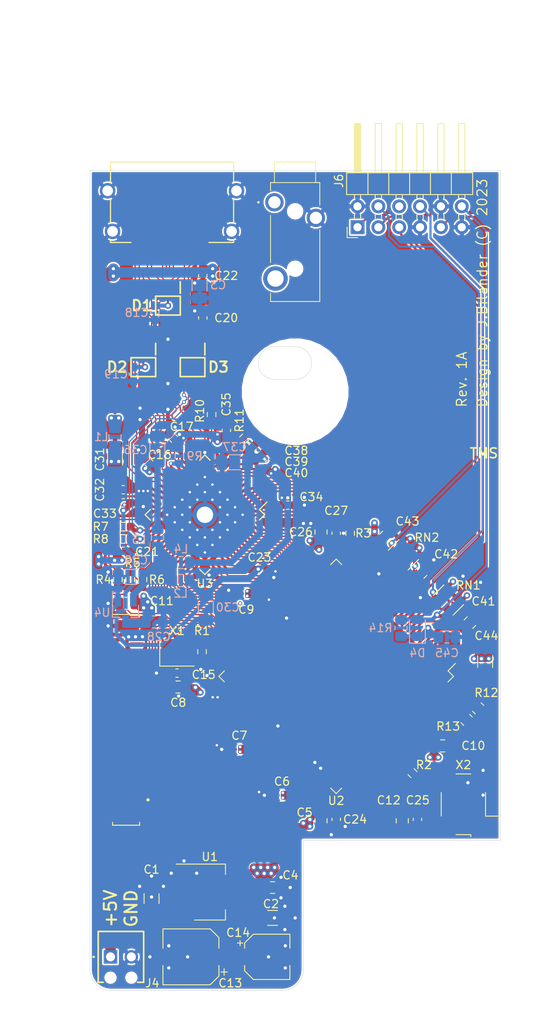
<source format=kicad_pcb>
(kicad_pcb (version 20171130) (host pcbnew "(5.1.12-1-10_14)")
  (layers (0 F.Cu signal) (1 GND.Cu power) (2 3V3.Cu power) (31 B.Cu signal) (34 B.Paste user) (35 F.Paste user) (36 B.SilkS user) (37 F.SilkS user) (38 B.Mask user) (39 F.Mask user) (44 Edge.Cuts user))
  (net 0 "")
  (net 1 GND)
  (net 2 3V3)
  (net 3 R0_3V3)
  (net 4 R1_3V3)
  (net 5 R2_3V3)
  (net 6 R3_3V3)
  (net 7 B0_3V3)
  (net 8 B1_3V3)
  (net 9 B2_3V3)
  (net 10 B3_3V3)
  (net 11 G3_3V3)
  (net 12 G2_3V3)
  (net 13 G1_3V3)
  (net 14 G0_3V3)
  (net 15 CSYNC_3V3)
  (net 16 PIXELSW_3V3)
  (net 17 VCC)
  (net 18 "Net-(J1-Pad40)")
  (net 19 "Net-(J1-Pad39)")
  (net 20 "Net-(J1-Pad38)")
  (net 21 "Net-(J1-Pad37)")
  (net 22 "Net-(J1-Pad36)")
  (net 23 "Net-(J1-Pad35)")
  (net 24 R4_3V3)
  (net 25 R5_3V3)
  (net 26 R6_3V3)
  (net 27 R7_3V3)
  (net 28 G4_3V3)
  (net 29 G5_3V3)
  (net 30 G6_3V3)
  (net 31 G7_3V3)
  (net 32 B4_3V3)
  (net 33 B5_3V3)
  (net 34 B6_3V3)
  (net 35 B7_3V3)
  (net 36 HSYNC_3V3)
  (net 37 VSYNC_3V3)
  (net 38 C14M_3V3)
  (net 39 "Net-(J2-Pad14)")
  (net 40 "Net-(J2-Pad13)")
  (net 41 R_AUDIO)
  (net 42 L_AUDIO)
  (net 43 CK-)
  (net 44 CK+)
  (net 45 D0-)
  (net 46 D0+)
  (net 47 D1-)
  (net 48 D1+)
  (net 49 D2-)
  (net 50 D2+)
  (net 51 HPD)
  (net 52 /PD)
  (net 53 DDC_SCL)
  (net 54 DDC_SDA)
  (net 55 R7_FPGA)
  (net 56 R6_FPGA)
  (net 57 R5_FPGA)
  (net 58 R4_FPGA)
  (net 59 R3_FPGA)
  (net 60 R2_FPGA)
  (net 61 R1_FPGA)
  (net 62 R0_FPGA)
  (net 63 G7_FPGA)
  (net 64 G6_FPGA)
  (net 65 G5_FPGA)
  (net 66 G4_FPGA)
  (net 67 G3_FPGA)
  (net 68 G2_FPGA)
  (net 69 G1_FPGA)
  (net 70 G0_FPGA)
  (net 71 B7_FPGA)
  (net 72 B6_FPGA)
  (net 73 B5_FPGA)
  (net 74 B4_FPGA)
  (net 75 B3_FPGA)
  (net 76 B2_FPGA)
  (net 77 B1_FPGA)
  (net 78 B0_FPGA)
  (net 79 AVDD)
  (net 80 "Net-(D3-Pad10)")
  (net 81 "Net-(D3-Pad1)")
  (net 82 /Vp_D1)
  (net 83 /Vp_D2)
  (net 84 "Net-(U2-Pad142)")
  (net 85 "Net-(U2-Pad141)")
  (net 86 "Net-(U2-Pad140)")
  (net 87 "Net-(U2-Pad139)")
  (net 88 "Net-(U2-Pad138)")
  (net 89 "Net-(U2-Pad137)")
  (net 90 "Net-(U2-Pad136)")
  (net 91 "Net-(U2-Pad135)")
  (net 92 "Net-(U2-Pad134)")
  (net 93 "Net-(U2-Pad133)")
  (net 94 "Net-(U2-Pad132)")
  (net 95 "Net-(U2-Pad131)")
  (net 96 "Net-(U2-Pad130)")
  (net 97 "Net-(U2-Pad129)")
  (net 98 "Net-(U2-Pad128)")
  (net 99 "Net-(U2-Pad126)")
  (net 100 "Net-(U2-Pad125)")
  (net 101 "Net-(U2-Pad124)")
  (net 102 "Net-(U2-Pad121)")
  (net 103 "Net-(U2-Pad120)")
  (net 104 "Net-(U2-Pad119)")
  (net 105 "Net-(U2-Pad118)")
  (net 106 "Net-(U2-Pad117)")
  (net 107 "Net-(U2-Pad116)")
  (net 108 "Net-(U2-Pad115)")
  (net 109 "Net-(U2-Pad114)")
  (net 110 "Net-(U2-Pad113)")
  (net 111 "Net-(U2-Pad112)")
  (net 112 "Net-(U2-Pad111)")
  (net 113 "Net-(U2-Pad110)")
  (net 114 "Net-(U2-Pad30)")
  (net 115 "Net-(U2-Pad29)")
  (net 116 "Net-(U2-Pad28)")
  (net 117 "Net-(U2-Pad27)")
  (net 118 "Net-(U2-Pad26)")
  (net 119 "Net-(U2-Pad25)")
  (net 120 "Net-(U2-Pad6)")
  (net 121 "Net-(U2-Pad5)")
  (net 122 "Net-(U2-Pad4)")
  (net 123 "Net-(U2-Pad3)")
  (net 124 READY)
  (net 125 DONE)
  (net 126 RECONFIG_N)
  (net 127 TDO)
  (net 128 TDI)
  (net 129 TCK)
  (net 130 TMS)
  (net 131 XTAL_27M)
  (net 132 "Net-(R1-Pad1)")
  (net 133 SCL_I2C)
  (net 134 SDA_I2C)
  (net 135 INT)
  (net 136 DVDD)
  (net 137 PVDD)
  (net 138 DVDD_3V)
  (net 139 PCLK)
  (net 140 DE)
  (net 141 HSYNC_FPGA)
  (net 142 VSYNC_FPGA)
  (net 143 XTAL_50M)
  (net 144 "Net-(R2-Pad1)")
  (net 145 /BeamBender_FPGA/Pixel_CLK)
  (net 146 1V8)
  (net 147 "Net-(R11-Pad1)")
  (net 148 MCLK)
  (net 149 I2S0)
  (net 150 LRCLK)
  (net 151 BCLK)
  (net 152 MODE0)
  (net 153 MODE1)
  (net 154 JP2)
  (net 155 JP1)
  (net 156 "Net-(U2-Pad10)")
  (net 157 BT1)
  (net 158 "Net-(C45-Pad1)")
  (module Resistor_SMD:R_0805_2012Metric_Pad1.20x1.40mm_HandSolder (layer B.Cu) (at 136.011 96.017 90)
    (fp_text reference R14 (at 0 -2.5) (layer B.SilkS) (effects (justify mirror)))
    (fp_text value 10k hide)
    (pad 2 smd roundrect (at 1 0 90) (size 1.2 1.4) (layers B.Cu B.Paste B.Mask) (roundrect_rratio 0.208333) (net 157 BT1))
    (pad 1 smd roundrect (at -1 0 90) (size 1.2 1.4) (layers B.Cu B.Paste B.Mask) (roundrect_rratio 0.208333) (net 158 "Net-(C45-Pad1)"))
  )
  (module Diode_SMD:D_0805_2012Metric_Pad1.15x1.40mm_HandSolder (layer B.Cu) (at 138.011 96.017 90)
    (fp_text reference D4 (at -3.05 0 180) (layer B.SilkS) (effects (justify mirror)))
    (fp_text value D_Small hide)
    (pad 2 smd roundrect (at 1.025 0 90) (size 1.15 1.4) (layers B.Cu B.Paste B.Mask) (roundrect_rratio 0.217391) (net 157 BT1))
    (pad 1 smd roundrect (at -1.025 0 90) (size 1.15 1.4) (layers B.Cu B.Paste B.Mask) (roundrect_rratio 0.217391) (net 158 "Net-(C45-Pad1)"))
  )
  (module Capacitor_SMD:C_0805_2012Metric_Pad1.18x1.45mm_HandSolder (layer B.Cu) (at 141.611 97.117)
    (fp_text reference C45 (at 0 1.95) (layer B.SilkS) (effects (justify mirror)))
    (fp_text value "100nF (0805)" hide)
    (pad 2 smd roundrect (at 1.0375 0) (size 1.175 1.45) (layers B.Cu B.Paste B.Mask) (roundrect_rratio 0.212766) (net 1 GND))
    (pad 1 smd roundrect (at -1.0375 0) (size 1.175 1.45) (layers B.Cu B.Paste B.Mask) (roundrect_rratio 0.212766) (net 158 "Net-(C45-Pad1)"))
  )
  (module Capacitor_SMD:C_1206_3216Metric_Pad1.33x1.80mm_HandSolder (layer F.Cu) (at 146.261 100.117 90)
    (fp_text reference C44 (at 3.15 0.15) (layer F.SilkS))
    (fp_text value "10uF (1206)" hide)
    (pad 2 smd roundrect (at 1.5625 0 90) (size 1.325 1.8) (layers F.Cu F.Paste F.Mask) (roundrect_rratio 0.188679) (net 2 3V3))
    (pad 1 smd roundrect (at -1.5625 0 90) (size 1.325 1.8) (layers F.Cu F.Paste F.Mask) (roundrect_rratio 0.188679) (net 1 GND))
  )
  (module Capacitor_SMD:C_0805_2012Metric_Pad1.18x1.45mm_HandSolder (layer F.Cu) (at 134.111 84.917 225)
    (fp_text reference C43 (at -3.252691 -0.565685) (layer F.SilkS))
    (fp_text value 0.1uF hide)
    (pad 2 smd roundrect (at 1.0375 0 225) (size 1.175 1.45) (layers F.Cu F.Paste F.Mask) (roundrect_rratio 0.212766) (net 2 3V3))
    (pad 1 smd roundrect (at -1.0375 0 225) (size 1.175 1.45) (layers F.Cu F.Paste F.Mask) (roundrect_rratio 0.212766) (net 1 GND))
  )
  (module Capacitor_SMD:C_0805_2012Metric_Pad1.18x1.45mm_HandSolder (layer F.Cu) (at 138.461 89.267 225)
    (fp_text reference C42 (at -3.747666 -0.565685) (layer F.SilkS))
    (fp_text value 0.1uF hide)
    (pad 2 smd roundrect (at 1.0375 0 225) (size 1.175 1.45) (layers F.Cu F.Paste F.Mask) (roundrect_rratio 0.212766) (net 2 3V3))
    (pad 1 smd roundrect (at -1.0375 0 225) (size 1.175 1.45) (layers F.Cu F.Paste F.Mask) (roundrect_rratio 0.212766) (net 1 GND))
  )
  (module Capacitor_SMD:C_0805_2012Metric_Pad1.18x1.45mm_HandSolder (layer F.Cu) (at 144.411 95.367 225)
    (fp_text reference C41 (at -3.005204 0.671751) (layer F.SilkS))
    (fp_text value 0.1uF hide)
    (pad 2 smd roundrect (at 1.0375 0 225) (size 1.175 1.45) (layers F.Cu F.Paste F.Mask) (roundrect_rratio 0.212766) (net 2 3V3))
    (pad 1 smd roundrect (at -1.0375 0 225) (size 1.175 1.45) (layers F.Cu F.Paste F.Mask) (roundrect_rratio 0.212766) (net 1 GND))
  )
  (module Connector_PinHeader_2.54mm:PinHeader_2x06_P2.54mm_Horizontal (layer F.Cu) (at 130.711 47.157 90)
    (fp_text reference J6 (at 5.655 -2.27 90) (layer F.SilkS))
    (fp_text value Conn_02x06_Odd_Even)
    (pad 12 thru_hole oval (at 2.54 12.7 90) (size 1.7 1.7) (drill 1) (layers *.Cu *.Mask) (net 157 BT1))
    (pad 11 thru_hole oval (at 0 12.7 90) (size 1.7 1.7) (drill 1) (layers *.Cu *.Mask) (net 1 GND))
    (pad 10 thru_hole oval (at 2.54 10.16 90) (size 1.7 1.7) (drill 1) (layers *.Cu *.Mask) (net 1 GND))
    (pad 9 thru_hole oval (at 0 10.16 90) (size 1.7 1.7) (drill 1) (layers *.Cu *.Mask) (net 130 TMS))
    (pad 8 thru_hole oval (at 2.54 7.62 90) (size 1.7 1.7) (drill 1) (layers *.Cu *.Mask) (net 155 JP1))
    (pad 7 thru_hole oval (at 0 7.62 90) (size 1.7 1.7) (drill 1) (layers *.Cu *.Mask) (net 1 GND))
    (pad 6 thru_hole oval (at 2.54 5.08 90) (size 1.7 1.7) (drill 1) (layers *.Cu *.Mask) (net 2 3V3))
    (pad 5 thru_hole oval (at 0 5.08 90) (size 1.7 1.7) (drill 1) (layers *.Cu *.Mask) (net 127 TDO))
    (pad 4 thru_hole oval (at 2.54 2.54 90) (size 1.7 1.7) (drill 1) (layers *.Cu *.Mask) (net 154 JP2))
    (pad 3 thru_hole oval (at 0 2.54 90) (size 1.7 1.7) (drill 1) (layers *.Cu *.Mask) (net 128 TDI))
    (pad 2 thru_hole oval (at 2.54 0 90) (size 1.7 1.7) (drill 1) (layers *.Cu *.Mask) (net 1 GND))
    (pad 1 thru_hole rect (at 0 0 90) (size 1.7 1.7) (drill 1) (layers *.Cu *.Mask) (net 129 TCK))
  )
  (module BeamBender:RESCAF80P320X160X60-8N (layer F.Cu) (at 136.309439 87.102876 45)
    (fp_text reference RN2 (at 3.511731 0.533855 180) (layer F.SilkS))
    (fp_text value 10k hide)
    (pad 8 smd rect (at 0.875 -1.2 45) (size 0.97 0.53) (layers F.Cu F.Paste F.Mask) (net 2 3V3))
    (pad 7 smd rect (at 0.875 -0.4 45) (size 0.97 0.53) (layers F.Cu F.Paste F.Mask) (net 2 3V3))
    (pad 6 smd rect (at 0.875 0.4 45) (size 0.97 0.53) (layers F.Cu F.Paste F.Mask) (net 2 3V3))
    (pad 5 smd rect (at 0.875 1.2 45) (size 0.97 0.53) (layers F.Cu F.Paste F.Mask) (net 2 3V3))
    (pad 4 smd rect (at -0.875 1.2 45) (size 0.97 0.53) (layers F.Cu F.Paste F.Mask) (net 126 RECONFIG_N))
    (pad 3 smd rect (at -0.875 0.4 45) (size 0.97 0.53) (layers F.Cu F.Paste F.Mask) (net 125 DONE))
    (pad 2 smd rect (at -0.875 -0.4 45) (size 0.97 0.53) (layers F.Cu F.Paste F.Mask) (net 124 READY))
    (pad 1 smd rect (at -0.875 -1.2 45) (size 0.97 0.53) (layers F.Cu F.Paste F.Mask) (net 154 JP2))
  )
  (module BeamBender:RESCAF80P320X160X60-8N (layer F.Cu) (at 141.801 92.607 45)
    (fp_text reference RN1 (at 2.969848 0.438406 180) (layer F.SilkS))
    (fp_text value 10k hide)
    (pad 8 smd rect (at 0.875 -1.2 45) (size 0.97 0.53) (layers F.Cu F.Paste F.Mask) (net 2 3V3))
    (pad 7 smd rect (at 0.875 -0.4 45) (size 0.97 0.53) (layers F.Cu F.Paste F.Mask) (net 1 GND))
    (pad 6 smd rect (at 0.875 0.4 45) (size 0.97 0.53) (layers F.Cu F.Paste F.Mask) (net 1 GND))
    (pad 5 smd rect (at 0.875 1.2 45) (size 0.97 0.53) (layers F.Cu F.Paste F.Mask) (net 2 3V3))
    (pad 4 smd rect (at -0.875 1.2 45) (size 0.97 0.53) (layers F.Cu F.Paste F.Mask) (net 157 BT1))
    (pad 3 smd rect (at -0.875 0.4 45) (size 0.97 0.53) (layers F.Cu F.Paste F.Mask) (net 129 TCK))
    (pad 2 smd rect (at -0.875 -0.4 45) (size 0.97 0.53) (layers F.Cu F.Paste F.Mask) (net 129 TCK))
    (pad 1 smd rect (at -0.875 -1.2 45) (size 0.97 0.53) (layers F.Cu F.Paste F.Mask) (net 155 JP1))
  )
  (module Resistor_SMD:R_0805_2012Metric_Pad1.20x1.40mm_HandSolder (layer F.Cu) (at 144.011 107.217 135)
    (fp_text reference R13 (at 1.025305 -2.156676 180) (layer F.SilkS))
    (fp_text value 1k hide)
    (pad 2 smd roundrect (at 1 0 135) (size 1.2 1.4) (layers F.Cu F.Paste F.Mask) (roundrect_rratio 0.208333) (net 153 MODE1))
    (pad 1 smd roundrect (at -1 0 135) (size 1.2 1.4) (layers F.Cu F.Paste F.Mask) (roundrect_rratio 0.208333) (net 1 GND))
  )
  (module Resistor_SMD:R_0805_2012Metric_Pad1.20x1.40mm_HandSolder (layer F.Cu) (at 145.411 105.817 135)
    (fp_text reference R12 (at 0.636396 2.05061 180) (layer F.SilkS))
    (fp_text value 1k hide)
    (pad 2 smd roundrect (at 1 0 135) (size 1.2 1.4) (layers F.Cu F.Paste F.Mask) (roundrect_rratio 0.208333) (net 152 MODE0))
    (pad 1 smd roundrect (at -1 0 135) (size 1.2 1.4) (layers F.Cu F.Paste F.Mask) (roundrect_rratio 0.208333) (net 1 GND))
  )
  (module Connector_PinSocket_2.54mm:PinSocket_1x01_P2.54mm_Vertical (layer F.Cu) (at 123.111 67.217)
    (fp_text reference J5 hide)
    (fp_text value Conn_01x01 hide)
    (pad "" np_thru_hole oval (at 0 0) (size 1 1) (drill 1) (layers *.Cu *.Mask))
  )
  (module BeamBender:TQFP-64-1EP_10x10mm_P0.5mm_EP5x5mm (layer F.Cu) (at 112.111 82.217 225)
    (fp_text reference U3 (at 5.938424 -5.931919) (layer F.SilkS))
    (fp_text value ADV7513BSWZ hide)
    (pad 1 smd oval (at -5.7 -3.75 315) (size 0.28 1.5) (layers F.Cu F.Paste F.Mask) (net 136 DVDD))
    (pad 2 smd oval (at -5.7 -3.25 315) (size 0.28 1.5) (layers F.Cu F.Paste F.Mask) (net 142 VSYNC_FPGA))
    (pad 3 smd oval (at -5.7 -2.75 315) (size 0.28 1.5) (layers F.Cu F.Paste F.Mask) (net 1 GND))
    (pad 4 smd oval (at -5.7 -2.25 315) (size 0.28 1.5) (layers F.Cu F.Paste F.Mask) (net 148 MCLK))
    (pad 5 smd oval (at -5.7 -1.75 315) (size 0.28 1.5) (layers F.Cu F.Paste F.Mask) (net 149 I2S0))
    (pad 6 smd oval (at -5.7 -1.25 315) (size 0.28 1.5) (layers F.Cu F.Paste F.Mask) (net 1 GND))
    (pad 7 smd oval (at -5.7 -0.75 315) (size 0.28 1.5) (layers F.Cu F.Paste F.Mask) (net 1 GND))
    (pad 8 smd oval (at -5.7 -0.25 315) (size 0.28 1.5) (layers F.Cu F.Paste F.Mask) (net 1 GND))
    (pad 9 smd oval (at -5.7 0.25 315) (size 0.28 1.5) (layers F.Cu F.Paste F.Mask) (net 151 BCLK))
    (pad 10 smd oval (at -5.7 0.75 315) (size 0.28 1.5) (layers F.Cu F.Paste F.Mask) (net 150 LRCLK))
    (pad 11 smd oval (at -5.7 1.25 315) (size 0.28 1.5) (layers F.Cu F.Paste F.Mask) (net 136 DVDD))
    (pad 12 smd oval (at -5.7 1.75 315) (size 0.28 1.5) (layers F.Cu F.Paste F.Mask) (net 137 PVDD))
    (pad 13 smd oval (at -5.7 2.25 315) (size 0.28 1.5) (layers F.Cu F.Paste F.Mask) (net 137 PVDD))
    (pad 14 smd oval (at -5.7 2.75 315) (size 0.28 1.5) (layers F.Cu F.Paste F.Mask) (net 147 "Net-(R11-Pad1)"))
    (pad 15 smd oval (at -5.7 3.25 315) (size 0.28 1.5) (layers F.Cu F.Paste F.Mask) (net 79 AVDD))
    (pad 16 smd oval (at -5.7 3.75 315) (size 0.28 1.5) (layers F.Cu F.Paste F.Mask) (net 51 HPD))
    (pad 17 smd oval (at -3.75 5.7 225) (size 0.28 1.5) (layers F.Cu F.Paste F.Mask) (net 43 CK-))
    (pad 18 smd oval (at -3.25 5.7 225) (size 0.28 1.5) (layers F.Cu F.Paste F.Mask) (net 44 CK+))
    (pad 19 smd oval (at -2.75 5.7 225) (size 0.28 1.5) (layers F.Cu F.Paste F.Mask) (net 79 AVDD))
    (pad 20 smd oval (at -2.25 5.7 225) (size 0.28 1.5) (layers F.Cu F.Paste F.Mask) (net 45 D0-))
    (pad 21 smd oval (at -1.75 5.7 225) (size 0.28 1.5) (layers F.Cu F.Paste F.Mask) (net 46 D0+))
    (pad 22 smd oval (at -1.25 5.7 225) (size 0.28 1.5) (layers F.Cu F.Paste F.Mask) (net 52 /PD))
    (pad 23 smd oval (at -0.75 5.7 225) (size 0.28 1.5) (layers F.Cu F.Paste F.Mask) (net 47 D1-))
    (pad 24 smd oval (at -0.25 5.7 225) (size 0.28 1.5) (layers F.Cu F.Paste F.Mask) (net 48 D1+))
    (pad 25 smd oval (at 0.25 5.7 225) (size 0.28 1.5) (layers F.Cu F.Paste F.Mask) (net 79 AVDD))
    (pad 26 smd oval (at 0.75 5.7 225) (size 0.28 1.5) (layers F.Cu F.Paste F.Mask) (net 49 D2-))
    (pad 27 smd oval (at 1.25 5.7 225) (size 0.28 1.5) (layers F.Cu F.Paste F.Mask) (net 50 D2+))
    (pad 28 smd oval (at 1.75 5.7 225) (size 0.28 1.5) (layers F.Cu F.Paste F.Mask) (net 135 INT))
    (pad 29 smd oval (at 2.25 5.7 225) (size 0.28 1.5) (layers F.Cu F.Paste F.Mask) (net 138 DVDD_3V))
    (pad 30 smd oval (at 2.75 5.7 225) (size 0.28 1.5) (layers F.Cu F.Paste F.Mask) (net 1 GND))
    (pad 31 smd oval (at 3.25 5.7 225) (size 0.28 1.5) (layers F.Cu F.Paste F.Mask) (net 136 DVDD))
    (pad 32 smd oval (at 3.75 5.7 225) (size 0.28 1.5) (layers F.Cu F.Paste F.Mask) (net 1 GND))
    (pad 33 smd oval (at 5.7 3.75 315) (size 0.28 1.5) (layers F.Cu F.Paste F.Mask) (net 53 DDC_SCL))
    (pad 34 smd oval (at 5.7 3.25 315) (size 0.28 1.5) (layers F.Cu F.Paste F.Mask) (net 54 DDC_SDA))
    (pad 35 smd oval (at 5.7 2.75 315) (size 0.28 1.5) (layers F.Cu F.Paste F.Mask) (net 133 SCL_I2C))
    (pad 36 smd oval (at 5.7 2.25 315) (size 0.28 1.5) (layers F.Cu F.Paste F.Mask) (net 134 SDA_I2C))
    (pad 37 smd oval (at 5.7 1.75 315) (size 0.28 1.5) (layers F.Cu F.Paste F.Mask) (net 55 R7_FPGA))
    (pad 38 smd oval (at 5.7 1.25 315) (size 0.28 1.5) (layers F.Cu F.Paste F.Mask) (net 56 R6_FPGA))
    (pad 39 smd oval (at 5.7 0.75 315) (size 0.28 1.5) (layers F.Cu F.Paste F.Mask) (net 57 R5_FPGA))
    (pad 40 smd oval (at 5.7 0.25 315) (size 0.28 1.5) (layers F.Cu F.Paste F.Mask) (net 58 R4_FPGA))
    (pad 41 smd oval (at 5.7 -0.25 315) (size 0.28 1.5) (layers F.Cu F.Paste F.Mask) (net 59 R3_FPGA))
    (pad 42 smd oval (at 5.7 -0.75 315) (size 0.28 1.5) (layers F.Cu F.Paste F.Mask) (net 60 R2_FPGA))
    (pad 43 smd oval (at 5.7 -1.25 315) (size 0.28 1.5) (layers F.Cu F.Paste F.Mask) (net 61 R1_FPGA))
    (pad 44 smd oval (at 5.7 -1.75 315) (size 0.28 1.5) (layers F.Cu F.Paste F.Mask) (net 62 R0_FPGA))
    (pad 45 smd oval (at 5.7 -2.25 315) (size 0.28 1.5) (layers F.Cu F.Paste F.Mask) (net 63 G7_FPGA))
    (pad 46 smd oval (at 5.7 -2.75 315) (size 0.28 1.5) (layers F.Cu F.Paste F.Mask) (net 64 G6_FPGA))
    (pad 47 smd oval (at 5.7 -3.25 315) (size 0.28 1.5) (layers F.Cu F.Paste F.Mask) (net 65 G5_FPGA))
    (pad 48 smd oval (at 5.7 -3.75 315) (size 0.28 1.5) (layers F.Cu F.Paste F.Mask) (net 66 G4_FPGA))
    (pad 49 smd oval (at 3.75 -5.7 225) (size 0.28 1.5) (layers F.Cu F.Paste F.Mask) (net 67 G3_FPGA))
    (pad 50 smd oval (at 3.25 -5.7 225) (size 0.28 1.5) (layers F.Cu F.Paste F.Mask) (net 68 G2_FPGA))
    (pad 51 smd oval (at 2.75 -5.7 225) (size 0.28 1.5) (layers F.Cu F.Paste F.Mask) (net 136 DVDD))
    (pad 52 smd oval (at 2.25 -5.7 225) (size 0.28 1.5) (layers F.Cu F.Paste F.Mask) (net 69 G1_FPGA))
    (pad 53 smd oval (at 1.75 -5.7 225) (size 0.28 1.5) (layers F.Cu F.Paste F.Mask) (net 139 PCLK))
    (pad 54 smd oval (at 1.25 -5.7 225) (size 0.28 1.5) (layers F.Cu F.Paste F.Mask) (net 70 G0_FPGA))
    (pad 55 smd oval (at 0.75 -5.7 225) (size 0.28 1.5) (layers F.Cu F.Paste F.Mask) (net 71 B7_FPGA))
    (pad 56 smd oval (at 0.25 -5.7 225) (size 0.28 1.5) (layers F.Cu F.Paste F.Mask) (net 72 B6_FPGA))
    (pad 57 smd oval (at -0.25 -5.7 225) (size 0.28 1.5) (layers F.Cu F.Paste F.Mask) (net 73 B5_FPGA))
    (pad 58 smd oval (at -0.75 -5.7 225) (size 0.28 1.5) (layers F.Cu F.Paste F.Mask) (net 74 B4_FPGA))
    (pad 59 smd oval (at -1.25 -5.7 225) (size 0.28 1.5) (layers F.Cu F.Paste F.Mask) (net 75 B3_FPGA))
    (pad 60 smd oval (at -1.75 -5.7 225) (size 0.28 1.5) (layers F.Cu F.Paste F.Mask) (net 76 B2_FPGA))
    (pad 61 smd oval (at -2.25 -5.7 225) (size 0.28 1.5) (layers F.Cu F.Paste F.Mask) (net 77 B1_FPGA))
    (pad 62 smd oval (at -2.75 -5.7 225) (size 0.28 1.5) (layers F.Cu F.Paste F.Mask) (net 78 B0_FPGA))
    (pad 63 smd oval (at -3.25 -5.7 225) (size 0.28 1.5) (layers F.Cu F.Paste F.Mask) (net 140 DE))
    (pad 64 smd oval (at -3.75 -5.7 225) (size 0.28 1.5) (layers F.Cu F.Paste F.Mask) (net 141 HSYNC_FPGA))
    (pad 65 smd rect (at 0 0 225) (size 8 8) (layers F.Cu) (net 1 GND))
    (pad 65 thru_hole circle (at -3.25 -3.25 225) (size 0.5 0.5) (drill 0.3) (layers *.Cu) (net 1 GND))
    (pad 65 thru_hole circle (at -1.95 -3.25 225) (size 0.5 0.5) (drill 0.3) (layers *.Cu) (net 1 GND))
    (pad 65 thru_hole circle (at -0.65 -3.25 225) (size 0.5 0.5) (drill 0.3) (layers *.Cu) (net 1 GND))
    (pad 65 thru_hole circle (at 0.65 -3.25 225) (size 0.5 0.5) (drill 0.3) (layers *.Cu) (net 1 GND))
    (pad 65 thru_hole circle (at 1.95 -3.25 225) (size 0.5 0.5) (drill 0.3) (layers *.Cu) (net 1 GND))
    (pad 65 thru_hole circle (at 3.25 -3.25 225) (size 0.5 0.5) (drill 0.3) (layers *.Cu) (net 1 GND))
    (pad 65 thru_hole circle (at -0.65 -1.95 225) (size 0.5 0.5) (drill 0.3) (layers *.Cu) (net 1 GND))
    (pad 65 thru_hole circle (at 0.65 -1.95 225) (size 0.5 0.5) (drill 0.3) (layers *.Cu) (net 1 GND))
    (pad 65 thru_hole circle (at -3.25 -1.95 225) (size 0.5 0.5) (drill 0.3) (layers *.Cu) (net 1 GND))
    (pad 65 thru_hole circle (at 3.25 -1.95 225) (size 0.5 0.5) (drill 0.3) (layers *.Cu) (net 1 GND))
    (pad 65 thru_hole circle (at -1.95 -1.95 225) (size 0.5 0.5) (drill 0.3) (layers *.Cu) (net 1 GND))
    (pad 65 thru_hole circle (at 1.95 -1.95 225) (size 0.5 0.5) (drill 0.3) (layers *.Cu) (net 1 GND))
    (pad 65 thru_hole circle (at 3.25 -0.65 225) (size 0.5 0.5) (drill 0.3) (layers *.Cu) (net 1 GND))
    (pad 65 thru_hole circle (at -1.95 -0.65 225) (size 0.5 0.5) (drill 0.3) (layers *.Cu) (net 1 GND))
    (pad 65 thru_hole circle (at 1.95 -0.65 225) (size 0.5 0.5) (drill 0.3) (layers *.Cu) (net 1 GND))
    (pad 65 thru_hole circle (at -3.25 -0.65 225) (size 0.5 0.5) (drill 0.3) (layers *.Cu) (net 1 GND))
    (pad 65 thru_hole circle (at 3.25 0.65 225) (size 0.5 0.5) (drill 0.3) (layers *.Cu) (net 1 GND))
    (pad 65 thru_hole circle (at -1.95 0.65 225) (size 0.5 0.5) (drill 0.3) (layers *.Cu) (net 1 GND))
    (pad 65 thru_hole circle (at 1.95 0.65 225) (size 0.5 0.5) (drill 0.3) (layers *.Cu) (net 1 GND))
    (pad 65 thru_hole circle (at -3.25 0.65 225) (size 0.5 0.5) (drill 0.3) (layers *.Cu) (net 1 GND))
    (pad 65 thru_hole circle (at 1.95 1.95 225) (size 0.5 0.5) (drill 0.3) (layers *.Cu) (net 1 GND))
    (pad 65 thru_hole circle (at 3.25 1.95 225) (size 0.5 0.5) (drill 0.3) (layers *.Cu) (net 1 GND))
    (pad 65 thru_hole circle (at -0.65 1.95 225) (size 0.5 0.5) (drill 0.3) (layers *.Cu) (net 1 GND))
    (pad 65 thru_hole circle (at 0.65 1.95 225) (size 0.5 0.5) (drill 0.3) (layers *.Cu) (net 1 GND))
    (pad 65 thru_hole circle (at -3.25 1.95 225) (size 0.5 0.5) (drill 0.3) (layers *.Cu) (net 1 GND))
    (pad 65 thru_hole circle (at -1.95 1.95 225) (size 0.5 0.5) (drill 0.3) (layers *.Cu) (net 1 GND))
    (pad 65 thru_hole circle (at 1.95 3.25 225) (size 0.5 0.5) (drill 0.3) (layers *.Cu) (net 1 GND))
    (pad 65 thru_hole circle (at 3.25 3.25 225) (size 0.5 0.5) (drill 0.3) (layers *.Cu) (net 1 GND))
    (pad 65 thru_hole circle (at -0.65 3.25 225) (size 0.5 0.5) (drill 0.3) (layers *.Cu) (net 1 GND))
    (pad 65 thru_hole circle (at 0.65 3.25 225) (size 0.5 0.5) (drill 0.3) (layers *.Cu) (net 1 GND))
    (pad 65 thru_hole circle (at -3.25 3.25 225) (size 0.5 0.5) (drill 0.3) (layers *.Cu) (net 1 GND))
    (pad 65 thru_hole circle (at -1.95 3.25 225) (size 0.5 0.5) (drill 0.3) (layers *.Cu) (net 1 GND))
    (pad 65 thru_hole circle (at 0 0 225) (size 3 3) (drill 2) (layers *.Cu *.Mask) (net 1 GND))
  )
  (module Capacitor_SMD:C_0603_1608Metric_Pad1.08x0.95mm_HandSolder (layer F.Cu) (at 119.955 76.031 45)
    (fp_text reference C40 (at 1.564262 3.105472 180) (layer F.SilkS))
    (fp_text value "0.1uF (0603)" hide)
    (pad 2 smd roundrect (at 0.8625 0 45) (size 1.075 0.95) (layers F.Cu F.Paste F.Mask) (net 1 GND))
    (pad 1 smd roundrect (at -0.8625 0 45) (size 1.075 0.95) (layers F.Cu F.Paste F.Mask) (net 136 DVDD))
  )
  (module Capacitor_SMD:C_0603_1608Metric_Pad1.08x0.95mm_HandSolder (layer F.Cu) (at 118.951 74.987 45)
    (fp_text reference C39 (at 2.505845 3.583759 180) (layer F.SilkS))
    (fp_text value "0.1uF (0603)" hide)
    (pad 2 smd roundrect (at 0.8625 0 45) (size 1.075 0.95) (layers F.Cu F.Paste F.Mask) (net 1 GND))
    (pad 1 smd roundrect (at -0.8625 0 45) (size 1.075 0.95) (layers F.Cu F.Paste F.Mask) (net 137 PVDD))
  )
  (module Capacitor_SMD:C_0603_1608Metric_Pad1.08x0.95mm_HandSolder (layer F.Cu) (at 117.921 73.957 45)
    (fp_text reference C38 (at 3.457752 4.088491 180) (layer F.SilkS))
    (fp_text value "0.1uF (0603)" hide)
    (pad 2 smd roundrect (at 0.8625 0 45) (size 1.075 0.95) (layers F.Cu F.Paste F.Mask) (net 1 GND))
    (pad 1 smd roundrect (at -0.8625 0 45) (size 1.075 0.95) (layers F.Cu F.Paste F.Mask) (net 137 PVDD))
  )
  (module Capacitor_SMD:C_0805_2012Metric_Pad1.18x1.45mm_HandSolder (layer B.Cu) (at 109.201 88.037)
    (fp_text reference L4 (at 0 -1.6428) (layer B.SilkS) (effects (justify mirror)))
    (fp_text value 10uH hide)
    (pad 2 smd roundrect (at 1.0375 0) (size 1.175 1.45) (layers B.Cu B.Paste B.Mask) (roundrect_rratio 0.212766) (net 137 PVDD))
    (pad 1 smd roundrect (at -1.0375 0) (size 1.175 1.45) (layers B.Cu B.Paste B.Mask) (roundrect_rratio 0.212766) (net 146 1V8))
  )
  (module Capacitor_SMD:C_1206_3216Metric_Pad1.33x1.80mm_HandSolder (layer B.Cu) (at 115.741 75.817 180)
    (fp_text reference C37 (at 0 1.85) (layer B.SilkS) (effects (justify mirror)))
    (fp_text value "10uF (1206)" hide)
    (pad 2 smd roundrect (at 1.5625 0 180) (size 1.325 1.8) (layers B.Cu B.Paste B.Mask) (roundrect_rratio 0.188679) (net 1 GND))
    (pad 1 smd roundrect (at -1.5625 0 180) (size 1.325 1.8) (layers B.Cu B.Paste B.Mask) (roundrect_rratio 0.188679) (net 137 PVDD))
  )
  (module Capacitor_SMD:C_1206_3216Metric_Pad1.33x1.80mm_HandSolder (layer B.Cu) (at 106.321 74.207 90)
    (fp_text reference C36 (at -0.0968 -2.6474 180) (layer B.SilkS) (effects (justify mirror)))
    (fp_text value "10uF (1206)" hide)
    (pad 2 smd roundrect (at 1.5625 0 90) (size 1.325 1.8) (layers B.Cu B.Paste B.Mask) (roundrect_rratio 0.188679) (net 1 GND))
    (pad 1 smd roundrect (at -1.5625 0 90) (size 1.325 1.8) (layers B.Cu B.Paste B.Mask) (roundrect_rratio 0.188679) (net 79 AVDD))
  )
  (module Capacitor_SMD:C_0603_1608Metric_Pad1.08x0.95mm_HandSolder (layer F.Cu) (at 114.731 71.927 270)
    (fp_text reference C35 (at -3.17 0.01 90) (layer F.SilkS))
    (fp_text value "0.1uF (0603)" hide)
    (pad 2 smd roundrect (at 0.8625 0 270) (size 1.075 0.95) (layers F.Cu F.Paste F.Mask) (net 79 AVDD))
    (pad 1 smd roundrect (at -0.8625 0 270) (size 1.075 0.95) (layers F.Cu F.Paste F.Mask) (net 1 GND))
  )
  (module Capacitor_SMD:C_0805_2012Metric_Pad1.18x1.45mm_HandSolder (layer B.Cu) (at 106.341 85.017 90)
    (fp_text reference L3 (at -0.2342 -2.261 180) (layer B.SilkS) (effects (justify mirror)))
    (fp_text value 10uH hide)
    (pad 2 smd roundrect (at 1.0375 0 90) (size 1.175 1.45) (layers B.Cu B.Paste B.Mask) (roundrect_rratio 0.212766) (net 79 AVDD))
    (pad 1 smd roundrect (at -1.0375 0 90) (size 1.175 1.45) (layers B.Cu B.Paste B.Mask) (roundrect_rratio 0.212766) (net 146 1V8))
  )
  (module Resistor_SMD:R_0603_1608Metric_Pad0.98x0.95mm_HandSolder (layer F.Cu) (at 116.891 72.927 45)
    (fp_text reference R11 (at 1.152584 -1.972828 90) (layer F.SilkS))
    (fp_text value 887 hide)
    (pad 2 smd roundrect (at 0.9125 0 45) (size 0.975 0.95) (layers F.Cu F.Paste F.Mask) (net 1 GND))
    (pad 1 smd roundrect (at -0.9125 0 45) (size 0.975 0.95) (layers F.Cu F.Paste F.Mask) (net 147 "Net-(R11-Pad1)"))
  )
  (module Capacitor_SMD:C_0603_1608Metric_Pad1.08x0.95mm_HandSolder (layer F.Cu) (at 122.211 81.047)
    (fp_text reference C34 (at 2.8748 -1.0028) (layer F.SilkS))
    (fp_text value "0.1uF (0603)" hide)
    (pad 2 smd roundrect (at 0.8625 0) (size 1.075 0.95) (layers F.Cu F.Paste F.Mask) (net 1 GND))
    (pad 1 smd roundrect (at -0.8625 0) (size 1.075 0.95) (layers F.Cu F.Paste F.Mask) (net 136 DVDD))
  )
  (module Capacitor_SMD:C_0603_1608Metric_Pad1.08x0.95mm_HandSolder (layer F.Cu) (at 102.161 80.767 180)
    (fp_text reference C33 (at 2.225 -1.3 180) (layer F.SilkS))
    (fp_text value "0.1uF (0603)" hide)
    (pad 2 smd roundrect (at 0.8625 0 180) (size 1.075 0.95) (layers F.Cu F.Paste F.Mask) (net 1 GND))
    (pad 1 smd roundrect (at -0.8625 0 180) (size 1.075 0.95) (layers F.Cu F.Paste F.Mask) (net 136 DVDD))
  )
  (module Capacitor_SMD:C_0805_2012Metric_Pad1.18x1.45mm_HandSolder (layer B.Cu) (at 109.201 90.237)
    (fp_text reference L2 (at -0.041 1.5674) (layer B.SilkS) (effects (justify mirror)))
    (fp_text value 10uH hide)
    (pad 2 smd roundrect (at 1.0375 0) (size 1.175 1.45) (layers B.Cu B.Paste B.Mask) (roundrect_rratio 0.212766) (net 136 DVDD))
    (pad 1 smd roundrect (at -1.0375 0) (size 1.175 1.45) (layers B.Cu B.Paste B.Mask) (roundrect_rratio 0.212766) (net 146 1V8))
  )
  (module Capacitor_SMD:C_0603_1608Metric_Pad1.08x0.95mm_HandSolder (layer F.Cu) (at 102.161 79.167 180)
    (fp_text reference C32 (at 2.85 0 270) (layer F.SilkS))
    (fp_text value "0.1uF (0603)" hide)
    (pad 2 smd roundrect (at 0.8625 0 180) (size 1.075 0.95) (layers F.Cu F.Paste F.Mask) (net 1 GND))
    (pad 1 smd roundrect (at -0.8625 0 180) (size 1.075 0.95) (layers F.Cu F.Paste F.Mask) (net 138 DVDD_3V))
  )
  (module Capacitor_SMD:C_0805_2012Metric_Pad1.18x1.45mm_HandSolder (layer B.Cu) (at 101.161 72.717 270)
    (fp_text reference L1 (at 0 1.68) (layer B.SilkS) (effects (justify mirror)))
    (fp_text value 10uH hide)
    (pad 2 smd roundrect (at 1.0375 0 270) (size 1.175 1.45) (layers B.Cu B.Paste B.Mask) (roundrect_rratio 0.212766) (net 138 DVDD_3V))
    (pad 1 smd roundrect (at -1.0375 0 270) (size 1.175 1.45) (layers B.Cu B.Paste B.Mask) (roundrect_rratio 0.212766) (net 2 3V3))
  )
  (module Capacitor_SMD:C_1206_3216Metric_Pad1.33x1.80mm_HandSolder (layer F.Cu) (at 101.161 75.467 90)
    (fp_text reference C31 (at 0 -1.85 90) (layer F.SilkS))
    (fp_text value "10uF (1206)" hide)
    (pad 2 smd roundrect (at 1.5625 0 90) (size 1.325 1.8) (layers F.Cu F.Paste F.Mask) (roundrect_rratio 0.188679) (net 1 GND))
    (pad 1 smd roundrect (at -1.5625 0 90) (size 1.325 1.8) (layers F.Cu F.Paste F.Mask) (roundrect_rratio 0.188679) (net 138 DVDD_3V))
  )
  (module Capacitor_SMD:C_1206_3216Metric_Pad1.33x1.80mm_HandSolder (layer B.Cu) (at 103.121 89.787)
    (fp_text reference C29 (at 0.6034 -2.0212) (layer B.SilkS) (effects (justify mirror)))
    (fp_text value "10uF (1206)" hide)
    (pad 1 smd roundrect (at -1.5625 0) (size 1.325 1.8) (layers B.Cu B.Paste B.Mask) (roundrect_rratio 0.188679) (net 1 GND))
    (pad 2 smd roundrect (at 1.5625 0) (size 1.325 1.8) (layers B.Cu B.Paste B.Mask) (roundrect_rratio 0.188679) (net 146 1V8))
  )
  (module Capacitor_SMD:C_0805_2012Metric_Pad1.18x1.45mm_HandSolder (layer B.Cu) (at 105.951 95.287 180)
    (fp_text reference C28 (at -0.542 -1.8006) (layer B.SilkS) (effects (justify mirror)))
    (fp_text value "1uF (0805)" hide)
    (pad 2 smd roundrect (at 1.0375 0 180) (size 1.175 1.45) (layers B.Cu B.Paste B.Mask) (roundrect_rratio 0.212766) (net 2 3V3))
    (pad 1 smd roundrect (at -1.0375 0 180) (size 1.175 1.45) (layers B.Cu B.Paste B.Mask) (roundrect_rratio 0.212766) (net 1 GND))
  )
  (module Package_TO_SOT_SMD:SOT-23_Handsoldering (layer B.Cu) (at 102.441 93.947 270)
    (fp_text reference U4 (at 0.1942 2.8568 180) (layer B.SilkS) (effects (justify mirror)))
    (fp_text value MCP1702T-1802E_CB hide)
    (pad 3 smd rect (at 1.3 0 270) (size 1.5 0.8) (layers B.Cu B.Paste B.Mask) (net 2 3V3))
    (pad 2 smd rect (at -1.3 -0.95 270) (size 1.5 0.8) (layers B.Cu B.Paste B.Mask) (net 146 1V8))
    (pad 1 smd rect (at -1.3 0.95 270) (size 1.5 0.8) (layers B.Cu B.Paste B.Mask) (net 1 GND))
  )
  (module Capacitor_SMD:C_0603_1608Metric_Pad1.08x0.95mm_HandSolder (layer F.Cu) (at 128.111 84.467 270)
    (fp_text reference C27 (at -2.75 0 180) (layer F.SilkS))
    (fp_text value 0.01uF hide)
    (pad 2 smd roundrect (at 0.8625 0 270) (size 1.075 0.95) (layers F.Cu F.Paste F.Mask) (net 2 3V3))
    (pad 1 smd roundrect (at -0.8625 0 270) (size 1.075 0.95) (layers F.Cu F.Paste F.Mask) (net 1 GND))
  )
  (module Capacitor_SMD:C_0805_2012Metric_Pad1.18x1.45mm_HandSolder (layer F.Cu) (at 126.261 84.317 270)
    (fp_text reference C26 (at 0 2.45 180) (layer F.SilkS))
    (fp_text value 0.1uF hide)
    (pad 2 smd roundrect (at 1.0375 0 270) (size 1.175 1.45) (layers F.Cu F.Paste F.Mask) (roundrect_rratio 0.212766) (net 2 3V3))
    (pad 1 smd roundrect (at -1.0375 0 270) (size 1.175 1.45) (layers F.Cu F.Paste F.Mask) (roundrect_rratio 0.212766) (net 1 GND))
  )
  (module Resistor_SMD:R_0603_1608Metric_Pad0.98x0.95mm_HandSolder (layer F.Cu) (at 129.811 84.467 90)
    (fp_text reference R3 (at 0 1.6 180) (layer F.SilkS))
    (fp_text value 22 hide)
    (pad 2 smd roundrect (at 0.9125 0 90) (size 0.975 0.95) (layers F.Cu F.Paste F.Mask) (net 139 PCLK))
    (pad 1 smd roundrect (at -0.9125 0 90) (size 0.975 0.95) (layers F.Cu F.Paste F.Mask) (net 145 /BeamBender_FPGA/Pixel_CLK))
  )
  (module Capacitor_SMD:C_0805_2012Metric_Pad1.18x1.45mm_HandSolder (layer F.Cu) (at 108.836 103.217)
    (fp_text reference C8 (at 0.025 1.9) (layer F.SilkS))
    (fp_text value 0.1uF hide)
    (pad 2 smd roundrect (at 1.0375 0) (size 1.175 1.45) (layers F.Cu F.Paste F.Mask) (roundrect_rratio 0.212766) (net 2 3V3))
    (pad 1 smd roundrect (at -1.0375 0) (size 1.175 1.45) (layers F.Cu F.Paste F.Mask) (roundrect_rratio 0.212766) (net 1 GND))
  )
  (module Capacitor_SMD:C_0805_2012Metric_Pad1.18x1.45mm_HandSolder (layer F.Cu) (at 126.261 119.527 90)
    (fp_text reference C5 (at 1.01 -2 180) (layer F.SilkS))
    (fp_text value 0.1uF hide)
    (pad 2 smd roundrect (at 1.0375 0 90) (size 1.175 1.45) (layers F.Cu F.Paste F.Mask) (roundrect_rratio 0.212766) (net 2 3V3))
    (pad 1 smd roundrect (at -1.0375 0 90) (size 1.175 1.45) (layers F.Cu F.Paste F.Mask) (roundrect_rratio 0.212766) (net 1 GND))
  )
  (module Capacitor_SMD:C_0805_2012Metric_Pad1.18x1.45mm_HandSolder (layer F.Cu) (at 136.161 119.527 90)
    (fp_text reference C12 (at 2.51 -1.65 180) (layer F.SilkS))
    (fp_text value 0.1uF hide)
    (pad 2 smd roundrect (at 1.0375 0 90) (size 1.175 1.45) (layers F.Cu F.Paste F.Mask) (roundrect_rratio 0.212766) (net 2 3V3))
    (pad 1 smd roundrect (at -1.0375 0 90) (size 1.175 1.45) (layers F.Cu F.Paste F.Mask) (roundrect_rratio 0.212766) (net 1 GND))
  )
  (module Oscillator:Oscillator_SMD_SeikoEpson_SG8002CA-4Pin_7.0x5.0mm_HandSoldering (layer F.Cu) (at 143.611 117.517 90)
    (fp_text reference X2 (at 4.8 0) (layer F.SilkS))
    (fp_text value Oscillator_7.0x5.0mm hide)
    (pad 4 smd rect (at -2.63 -2.4 90) (size 1.98 2.6) (layers F.Cu F.Paste F.Mask) (net 2 3V3))
    (pad 3 smd rect (at 2.63 -2.4 90) (size 1.98 2.6) (layers F.Cu F.Paste F.Mask) (net 144 "Net-(R2-Pad1)"))
    (pad 2 smd rect (at 2.63 2.4 90) (size 1.98 2.6) (layers F.Cu F.Paste F.Mask) (net 1 GND))
    (pad 1 smd rect (at -2.63 2.4 90) (size 1.98 2.6) (layers F.Cu F.Paste F.Mask) (net 2 3V3))
  )
  (module Resistor_SMD:R_0603_1608Metric_Pad0.98x0.95mm_HandSolder (layer F.Cu) (at 137.411 113.717 135)
    (fp_text reference R2 (at -0.270398 1.696491 180) (layer F.SilkS))
    (fp_text value 22 hide)
    (pad 2 smd roundrect (at 0.9125 0 135) (size 0.975 0.95) (layers F.Cu F.Paste F.Mask) (net 143 XTAL_50M))
    (pad 1 smd roundrect (at -0.9125 0 135) (size 0.975 0.95) (layers F.Cu F.Paste F.Mask) (net 144 "Net-(R2-Pad1)"))
  )
  (module Capacitor_SMD:C_0603_1608Metric_Pad1.08x0.95mm_HandSolder (layer F.Cu) (at 138.011 119.357 90)
    (fp_text reference C25 (at 2.34 0.04 180) (layer F.SilkS))
    (fp_text value "0.01uF (0603)" hide)
    (pad 2 smd roundrect (at 0.8625 0 90) (size 1.075 0.95) (layers F.Cu F.Paste F.Mask) (net 2 3V3))
    (pad 1 smd roundrect (at -0.8625 0 90) (size 1.075 0.95) (layers F.Cu F.Paste F.Mask) (net 1 GND))
  )
  (module Capacitor_SMD:C_0603_1608Metric_Pad1.08x0.95mm_HandSolder (layer F.Cu) (at 128.111 119.357 90)
    (fp_text reference C24 (at 0 2.3 180) (layer F.SilkS))
    (fp_text value 0.01uF hide)
    (pad 2 smd roundrect (at 0.8625 0 90) (size 1.075 0.95) (layers F.Cu F.Paste F.Mask) (net 2 3V3))
    (pad 1 smd roundrect (at -0.8625 0 90) (size 1.075 0.95) (layers F.Cu F.Paste F.Mask) (net 1 GND))
  )
  (module Capacitor_SMD:C_0603_1608Metric_Pad1.08x0.95mm_HandSolder (layer F.Cu) (at 118.761 88.842)
    (fp_text reference C23 (at 0 -1.43) (layer F.SilkS))
    (fp_text value "0.1uF (0603)" hide)
    (pad 2 smd roundrect (at 1 0) (size 1.075 0.95) (layers F.Cu F.Paste F.Mask) (net 1 GND))
    (pad 1 smd roundrect (at -1 0) (size 1.075 0.95) (layers F.Cu F.Paste F.Mask) (net 136 DVDD))
  )
  (module Capacitor_SMD:C_1206_3216Metric_Pad1.33x1.80mm_HandSolder (layer B.Cu) (at 112.231 93.507 270)
    (fp_text reference C30 (at -0.0008 -2.6694 180) (layer B.SilkS) (effects (justify mirror)))
    (fp_text value "10uF (1206)" hide)
    (pad 2 smd roundrect (at 1.5625 0 270) (size 1.325 1.8) (layers B.Cu B.Paste B.Mask) (roundrect_rratio 0.188679) (net 1 GND))
    (pad 1 smd roundrect (at -1.5625 0 270) (size 1.325 1.8) (layers B.Cu B.Paste B.Mask) (roundrect_rratio 0.188679) (net 136 DVDD))
  )
  (module Capacitor_SMD:C_0603_1608Metric_Pad1.08x0.95mm_HandSolder (layer F.Cu) (at 102.161 86.667 180)
    (fp_text reference C21 (at -2.9 -0.05 180) (layer F.SilkS))
    (fp_text value "0.1uF (0603)" hide)
    (pad 2 smd roundrect (at 0.8625 0 180) (size 1.075 0.95) (layers F.Cu F.Paste F.Mask) (net 17 VCC))
    (pad 1 smd roundrect (at -0.8625 0 180) (size 1.075 0.95) (layers F.Cu F.Paste F.Mask) (net 1 GND))
  )
  (module Capacitor_SMD:C_0805_2012Metric_Pad1.18x1.45mm_HandSolder (layer F.Cu) (at 102.611 93.017)
    (fp_text reference C11 (at 4.26 -0.29) (layer F.SilkS))
    (fp_text value 0.1uF hide)
    (pad 2 smd roundrect (at 1.0375 0) (size 1.175 1.45) (layers F.Cu F.Paste F.Mask) (roundrect_rratio 0.212766) (net 2 3V3))
    (pad 1 smd roundrect (at -1.0375 0) (size 1.175 1.45) (layers F.Cu F.Paste F.Mask) (roundrect_rratio 0.212766) (net 1 GND))
  )
  (module Resistor_SMD:R_0603_1608Metric_Pad0.98x0.95mm_HandSolder (layer F.Cu) (at 101.511 90.117 90)
    (fp_text reference R4 (at 0 -1.75 180) (layer F.SilkS))
    (fp_text value "2k  (0603)" hide)
    (pad 2 smd roundrect (at 0.9125 0 90) (size 0.975 0.95) (layers F.Cu F.Paste F.Mask) (net 135 INT))
    (pad 1 smd roundrect (at -0.9125 0 90) (size 0.975 0.95) (layers F.Cu F.Paste F.Mask) (net 2 3V3))
  )
  (module Capacitor_SMD:C_0805_2012Metric_Pad1.18x1.45mm_HandSolder (layer F.Cu) (at 141.0878 110.3972 180)
    (fp_text reference C10 (at -3.7338 0.0254) (layer F.SilkS))
    (fp_text value 0.1uF hide)
    (pad 2 smd roundrect (at 1.0375 0 180) (size 1.175 1.45) (layers F.Cu F.Paste F.Mask) (roundrect_rratio 0.212766) (net 2 3V3))
    (pad 1 smd roundrect (at -1.0375 0 180) (size 1.175 1.45) (layers F.Cu F.Paste F.Mask) (roundrect_rratio 0.212766) (net 1 GND))
  )
  (module Capacitor_SMD:C_0805_2012Metric_Pad1.18x1.45mm_HandSolder (layer F.Cu) (at 117.161 91.817)
    (fp_text reference C9 (at 0 1.95) (layer F.SilkS))
    (fp_text value 0.1uF hide)
    (pad 2 smd roundrect (at 1.0375 0) (size 1.175 1.45) (layers F.Cu F.Paste F.Mask) (roundrect_rratio 0.212766) (net 2 3V3))
    (pad 1 smd roundrect (at -1.0375 0) (size 1.175 1.45) (layers F.Cu F.Paste F.Mask) (roundrect_rratio 0.212766) (net 1 GND))
  )
  (module Resistor_SMD:R_0603_1608Metric_Pad0.98x0.95mm_HandSolder (layer F.Cu) (at 104.511 90.117 90)
    (fp_text reference R6 (at 0 1.75 180) (layer F.SilkS))
    (fp_text value 2k hide)
    (pad 2 smd roundrect (at 0.9125 0 90) (size 0.975 0.95) (layers F.Cu F.Paste F.Mask) (net 134 SDA_I2C))
    (pad 1 smd roundrect (at -0.9125 0 90) (size 0.975 0.95) (layers F.Cu F.Paste F.Mask) (net 2 3V3))
  )
  (module Resistor_SMD:R_0603_1608Metric_Pad0.98x0.95mm_HandSolder (layer F.Cu) (at 103.011 90.117 90)
    (fp_text reference R5 (at 2.05 0.3 180) (layer F.SilkS))
    (fp_text value 2k hide)
    (pad 2 smd roundrect (at 0.9125 0 90) (size 0.975 0.95) (layers F.Cu F.Paste F.Mask) (net 133 SCL_I2C))
    (pad 1 smd roundrect (at -0.9125 0 90) (size 0.975 0.95) (layers F.Cu F.Paste F.Mask) (net 2 3V3))
  )
  (module Capacitor_SMD:C_0805_2012Metric_Pad1.18x1.45mm_HandSolder (layer F.Cu) (at 116.311 110.817)
    (fp_text reference C7 (at 0 -1.68) (layer F.SilkS))
    (fp_text value 0.1uF hide)
    (pad 2 smd roundrect (at 1.0375 0) (size 1.175 1.45) (layers F.Cu F.Paste F.Mask) (roundrect_rratio 0.212766) (net 2 3V3))
    (pad 1 smd roundrect (at -1.0375 0) (size 1.175 1.45) (layers F.Cu F.Paste F.Mask) (roundrect_rratio 0.212766) (net 1 GND))
  )
  (module Capacitor_SMD:C_0805_2012Metric_Pad1.18x1.45mm_HandSolder (layer F.Cu) (at 121.511 116.417)
    (fp_text reference C6 (at 0 -1.68) (layer F.SilkS))
    (fp_text value 0.1uF hide)
    (pad 2 smd roundrect (at 1.0375 0) (size 1.175 1.45) (layers F.Cu F.Paste F.Mask) (roundrect_rratio 0.212766) (net 2 3V3))
    (pad 1 smd roundrect (at -1.0375 0) (size 1.175 1.45) (layers F.Cu F.Paste F.Mask) (roundrect_rratio 0.212766) (net 1 GND))
  )
  (module Resistor_SMD:R_0603_1608Metric_Pad0.98x0.95mm_HandSolder (layer F.Cu) (at 111.761 98.917 270)
    (fp_text reference R1 (at -2.55 0 180) (layer F.SilkS))
    (fp_text value 22 hide)
    (pad 2 smd roundrect (at 0.9125 0 270) (size 0.975 0.95) (layers F.Cu F.Paste F.Mask) (net 131 XTAL_27M))
    (pad 1 smd roundrect (at -0.9125 0 270) (size 0.975 0.95) (layers F.Cu F.Paste F.Mask) (net 132 "Net-(R1-Pad1)"))
  )
  (module Oscillator:Oscillator_SMD_SeikoEpson_SG8002CE-4Pin_3.2x2.5mm (layer F.Cu) (at 108.711 98.917)
    (fp_text reference X1 (at 0 -2.55) (layer F.SilkS))
    (fp_text value "Abracon ASE-27.000MHZ-L-R-T" hide)
    (pad 4 smd rect (at -1.2 -0.95) (size 1.4 1.2) (layers F.Cu F.Paste F.Mask) (net 2 3V3))
    (pad 3 smd rect (at 1.2 -0.95) (size 1.4 1.2) (layers F.Cu F.Paste F.Mask) (net 132 "Net-(R1-Pad1)"))
    (pad 2 smd rect (at 1.2 0.95) (size 1.4 1.2) (layers F.Cu F.Paste F.Mask) (net 1 GND))
    (pad 1 smd rect (at -1.2 0.95) (size 1.4 1.2) (layers F.Cu F.Paste F.Mask) (net 2 3V3))
  )
  (module Capacitor_SMD:C_0603_1608Metric_Pad1.08x0.95mm_HandSolder (layer F.Cu) (at 108.711 101.517)
    (fp_text reference C15 (at 3.25 0.2) (layer F.SilkS))
    (fp_text value "0.01uF (0603)" hide)
    (pad 2 smd roundrect (at 0.8625 0) (size 1.075 0.95) (layers F.Cu F.Paste F.Mask) (net 2 3V3))
    (pad 1 smd roundrect (at -0.8625 0) (size 1.075 0.95) (layers F.Cu F.Paste F.Mask) (net 1 GND))
  )
  (module Package_QFP:LQFP-144_20x20mm_P0.5mm (layer F.Cu) (at 128.111 101.917 225)
    (fp_text reference U2 (at 10.72186 -10.718183) (layer F.SilkS))
    (fp_text value GW1NR-UV9LQ144P hide)
    (pad 144 smd roundrect (at -8.75 -10.6625 225) (size 0.3 1.475) (layers F.Cu F.Paste F.Mask) (net 152 MODE0))
    (pad 143 smd roundrect (at -8.25 -10.6625 225) (size 0.3 1.475) (layers F.Cu F.Paste F.Mask) (net 153 MODE1))
    (pad 142 smd roundrect (at -7.75 -10.6625 225) (size 0.3 1.475) (layers F.Cu F.Paste F.Mask) (net 84 "Net-(U2-Pad142)"))
    (pad 141 smd roundrect (at -7.25 -10.6625 225) (size 0.3 1.475) (layers F.Cu F.Paste F.Mask) (net 85 "Net-(U2-Pad141)"))
    (pad 140 smd roundrect (at -6.75 -10.6625 225) (size 0.3 1.475) (layers F.Cu F.Paste F.Mask) (net 86 "Net-(U2-Pad140)"))
    (pad 139 smd roundrect (at -6.25 -10.6625 225) (size 0.3 1.475) (layers F.Cu F.Paste F.Mask) (net 87 "Net-(U2-Pad139)"))
    (pad 138 smd roundrect (at -5.75 -10.6625 225) (size 0.3 1.475) (layers F.Cu F.Paste F.Mask) (net 88 "Net-(U2-Pad138)"))
    (pad 137 smd roundrect (at -5.25 -10.6625 225) (size 0.3 1.475) (layers F.Cu F.Paste F.Mask) (net 89 "Net-(U2-Pad137)"))
    (pad 136 smd roundrect (at -4.75 -10.6625 225) (size 0.3 1.475) (layers F.Cu F.Paste F.Mask) (net 90 "Net-(U2-Pad136)"))
    (pad 135 smd roundrect (at -4.25 -10.6625 225) (size 0.3 1.475) (layers F.Cu F.Paste F.Mask) (net 91 "Net-(U2-Pad135)"))
    (pad 134 smd roundrect (at -3.75 -10.6625 225) (size 0.3 1.475) (layers F.Cu F.Paste F.Mask) (net 92 "Net-(U2-Pad134)"))
    (pad 133 smd roundrect (at -3.25 -10.6625 225) (size 0.3 1.475) (layers F.Cu F.Paste F.Mask) (net 93 "Net-(U2-Pad133)"))
    (pad 132 smd roundrect (at -2.75 -10.6625 225) (size 0.3 1.475) (layers F.Cu F.Paste F.Mask) (net 94 "Net-(U2-Pad132)"))
    (pad 131 smd roundrect (at -2.25 -10.6625 225) (size 0.3 1.475) (layers F.Cu F.Paste F.Mask) (net 95 "Net-(U2-Pad131)"))
    (pad 130 smd roundrect (at -1.75 -10.6625 225) (size 0.3 1.475) (layers F.Cu F.Paste F.Mask) (net 96 "Net-(U2-Pad130)"))
    (pad 129 smd roundrect (at -1.25 -10.6625 225) (size 0.3 1.475) (layers F.Cu F.Paste F.Mask) (net 97 "Net-(U2-Pad129)"))
    (pad 128 smd roundrect (at -0.75 -10.6625 225) (size 0.3 1.475) (layers F.Cu F.Paste F.Mask) (net 98 "Net-(U2-Pad128)"))
    (pad 127 smd roundrect (at -0.25 -10.6625 225) (size 0.3 1.475) (layers F.Cu F.Paste F.Mask) (net 2 3V3))
    (pad 126 smd roundrect (at 0.25 -10.6625 225) (size 0.3 1.475) (layers F.Cu F.Paste F.Mask) (net 99 "Net-(U2-Pad126)"))
    (pad 125 smd roundrect (at 0.75 -10.6625 225) (size 0.3 1.475) (layers F.Cu F.Paste F.Mask) (net 100 "Net-(U2-Pad125)"))
    (pad 124 smd roundrect (at 1.25 -10.6625 225) (size 0.3 1.475) (layers F.Cu F.Paste F.Mask) (net 101 "Net-(U2-Pad124)"))
    (pad 123 smd roundrect (at 1.75 -10.6625 225) (size 0.3 1.475) (layers F.Cu F.Paste F.Mask) (net 143 XTAL_50M))
    (pad 122 smd roundrect (at 2.25 -10.6625 225) (size 0.3 1.475) (layers F.Cu F.Paste F.Mask) (net 1 GND))
    (pad 121 smd roundrect (at 2.75 -10.6625 225) (size 0.3 1.475) (layers F.Cu F.Paste F.Mask) (net 102 "Net-(U2-Pad121)"))
    (pad 120 smd roundrect (at 3.25 -10.6625 225) (size 0.3 1.475) (layers F.Cu F.Paste F.Mask) (net 103 "Net-(U2-Pad120)"))
    (pad 119 smd roundrect (at 3.75 -10.6625 225) (size 0.3 1.475) (layers F.Cu F.Paste F.Mask) (net 104 "Net-(U2-Pad119)"))
    (pad 118 smd roundrect (at 4.25 -10.6625 225) (size 0.3 1.475) (layers F.Cu F.Paste F.Mask) (net 105 "Net-(U2-Pad118)"))
    (pad 117 smd roundrect (at 4.75 -10.6625 225) (size 0.3 1.475) (layers F.Cu F.Paste F.Mask) (net 106 "Net-(U2-Pad117)"))
    (pad 116 smd roundrect (at 5.25 -10.6625 225) (size 0.3 1.475) (layers F.Cu F.Paste F.Mask) (net 107 "Net-(U2-Pad116)"))
    (pad 115 smd roundrect (at 5.75 -10.6625 225) (size 0.3 1.475) (layers F.Cu F.Paste F.Mask) (net 108 "Net-(U2-Pad115)"))
    (pad 114 smd roundrect (at 6.25 -10.6625 225) (size 0.3 1.475) (layers F.Cu F.Paste F.Mask) (net 109 "Net-(U2-Pad114)"))
    (pad 113 smd roundrect (at 6.75 -10.6625 225) (size 0.3 1.475) (layers F.Cu F.Paste F.Mask) (net 110 "Net-(U2-Pad113)"))
    (pad 112 smd roundrect (at 7.25 -10.6625 225) (size 0.3 1.475) (layers F.Cu F.Paste F.Mask) (net 111 "Net-(U2-Pad112)"))
    (pad 111 smd roundrect (at 7.75 -10.6625 225) (size 0.3 1.475) (layers F.Cu F.Paste F.Mask) (net 112 "Net-(U2-Pad111)"))
    (pad 110 smd roundrect (at 8.25 -10.6625 225) (size 0.3 1.475) (layers F.Cu F.Paste F.Mask) (net 113 "Net-(U2-Pad110)"))
    (pad 109 smd roundrect (at 8.75 -10.6625 225) (size 0.3 1.475) (layers F.Cu F.Paste F.Mask) (net 2 3V3))
    (pad 108 smd roundrect (at 10.6625 -8.75 225) (size 1.475 0.3) (layers F.Cu F.Paste F.Mask) (net 2 3V3))
    (pad 107 smd roundrect (at 10.6625 -8.25 225) (size 1.475 0.3) (layers F.Cu F.Paste F.Mask) (net 1 GND))
    (pad 106 smd roundrect (at 10.6625 -7.75 225) (size 1.475 0.3) (layers F.Cu F.Paste F.Mask) (net 38 C14M_3V3))
    (pad 105 smd roundrect (at 10.6625 -7.25 225) (size 1.475 0.3) (layers F.Cu F.Paste F.Mask) (net 1 GND))
    (pad 104 smd roundrect (at 10.6625 -6.75 225) (size 1.475 0.3) (layers F.Cu F.Paste F.Mask) (net 37 VSYNC_3V3))
    (pad 103 smd roundrect (at 10.6625 -6.25 225) (size 1.475 0.3) (layers F.Cu F.Paste F.Mask) (net 2 3V3))
    (pad 102 smd roundrect (at 10.6625 -5.75 225) (size 1.475 0.3) (layers F.Cu F.Paste F.Mask) (net 36 HSYNC_3V3))
    (pad 101 smd roundrect (at 10.6625 -5.25 225) (size 1.475 0.3) (layers F.Cu F.Paste F.Mask) (net 16 PIXELSW_3V3))
    (pad 100 smd roundrect (at 10.6625 -4.75 225) (size 1.475 0.3) (layers F.Cu F.Paste F.Mask) (net 15 CSYNC_3V3))
    (pad 99 smd roundrect (at 10.6625 -4.25 225) (size 1.475 0.3) (layers F.Cu F.Paste F.Mask) (net 35 B7_3V3))
    (pad 98 smd roundrect (at 10.6625 -3.75 225) (size 1.475 0.3) (layers F.Cu F.Paste F.Mask) (net 38 C14M_3V3))
    (pad 97 smd roundrect (at 10.6625 -3.25 225) (size 1.475 0.3) (layers F.Cu F.Paste F.Mask) (net 34 B6_3V3))
    (pad 96 smd roundrect (at 10.6625 -2.75 225) (size 1.475 0.3) (layers F.Cu F.Paste F.Mask) (net 33 B5_3V3))
    (pad 95 smd roundrect (at 10.6625 -2.25 225) (size 1.475 0.3) (layers F.Cu F.Paste F.Mask) (net 32 B4_3V3))
    (pad 94 smd roundrect (at 10.6625 -1.75 225) (size 1.475 0.3) (layers F.Cu F.Paste F.Mask) (net 10 B3_3V3))
    (pad 93 smd roundrect (at 10.6625 -1.25 225) (size 1.475 0.3) (layers F.Cu F.Paste F.Mask) (net 9 B2_3V3))
    (pad 92 smd roundrect (at 10.6625 -0.75 225) (size 1.475 0.3) (layers F.Cu F.Paste F.Mask) (net 8 B1_3V3))
    (pad 91 smd roundrect (at 10.6625 -0.25 225) (size 1.475 0.3) (layers F.Cu F.Paste F.Mask) (net 2 3V3))
    (pad 90 smd roundrect (at 10.6625 0.25 225) (size 1.475 0.3) (layers F.Cu F.Paste F.Mask) (net 7 B0_3V3))
    (pad 89 smd roundrect (at 10.6625 0.75 225) (size 1.475 0.3) (layers F.Cu F.Paste F.Mask) (net 1 GND))
    (pad 88 smd roundrect (at 10.6625 1.25 225) (size 1.475 0.3) (layers F.Cu F.Paste F.Mask) (net 31 G7_3V3))
    (pad 87 smd roundrect (at 10.6625 1.75 225) (size 1.475 0.3) (layers F.Cu F.Paste F.Mask) (net 30 G6_3V3))
    (pad 86 smd roundrect (at 10.6625 2.25 225) (size 1.475 0.3) (layers F.Cu F.Paste F.Mask) (net 29 G5_3V3))
    (pad 85 smd roundrect (at 10.6625 2.75 225) (size 1.475 0.3) (layers F.Cu F.Paste F.Mask) (net 28 G4_3V3))
    (pad 84 smd roundrect (at 10.6625 3.25 225) (size 1.475 0.3) (layers F.Cu F.Paste F.Mask) (net 11 G3_3V3))
    (pad 83 smd roundrect (at 10.6625 3.75 225) (size 1.475 0.3) (layers F.Cu F.Paste F.Mask) (net 12 G2_3V3))
    (pad 82 smd roundrect (at 10.6625 4.25 225) (size 1.475 0.3) (layers F.Cu F.Paste F.Mask) (net 13 G1_3V3))
    (pad 81 smd roundrect (at 10.6625 4.75 225) (size 1.475 0.3) (layers F.Cu F.Paste F.Mask) (net 14 G0_3V3))
    (pad 80 smd roundrect (at 10.6625 5.25 225) (size 1.475 0.3) (layers F.Cu F.Paste F.Mask) (net 27 R7_3V3))
    (pad 79 smd roundrect (at 10.6625 5.75 225) (size 1.475 0.3) (layers F.Cu F.Paste F.Mask) (net 26 R6_3V3))
    (pad 78 smd roundrect (at 10.6625 6.25 225) (size 1.475 0.3) (layers F.Cu F.Paste F.Mask) (net 25 R5_3V3))
    (pad 77 smd roundrect (at 10.6625 6.75 225) (size 1.475 0.3) (layers F.Cu F.Paste F.Mask) (net 2 3V3))
    (pad 76 smd roundrect (at 10.6625 7.25 225) (size 1.475 0.3) (layers F.Cu F.Paste F.Mask) (net 24 R4_3V3))
    (pad 75 smd roundrect (at 10.6625 7.75 225) (size 1.475 0.3) (layers F.Cu F.Paste F.Mask) (net 6 R3_3V3))
    (pad 74 smd roundrect (at 10.6625 8.25 225) (size 1.475 0.3) (layers F.Cu F.Paste F.Mask) (net 1 GND))
    (pad 73 smd roundrect (at 10.6625 8.75 225) (size 1.475 0.3) (layers F.Cu F.Paste F.Mask) (net 2 3V3))
    (pad 72 smd roundrect (at 8.75 10.6625 225) (size 0.3 1.475) (layers F.Cu F.Paste F.Mask) (net 5 R2_3V3))
    (pad 71 smd roundrect (at 8.25 10.6625 225) (size 0.3 1.475) (layers F.Cu F.Paste F.Mask) (net 4 R1_3V3))
    (pad 70 smd roundrect (at 7.75 10.6625 225) (size 0.3 1.475) (layers F.Cu F.Paste F.Mask) (net 3 R0_3V3))
    (pad 69 smd roundrect (at 7.25 10.6625 225) (size 0.3 1.475) (layers F.Cu F.Paste F.Mask) (net 135 INT))
    (pad 68 smd roundrect (at 6.75 10.6625 225) (size 0.3 1.475) (layers F.Cu F.Paste F.Mask) (net 133 SCL_I2C))
    (pad 67 smd roundrect (at 6.25 10.6625 225) (size 0.3 1.475) (layers F.Cu F.Paste F.Mask) (net 134 SDA_I2C))
    (pad 66 smd roundrect (at 5.75 10.6625 225) (size 0.3 1.475) (layers F.Cu F.Paste F.Mask) (net 55 R7_FPGA))
    (pad 65 smd roundrect (at 5.25 10.6625 225) (size 0.3 1.475) (layers F.Cu F.Paste F.Mask) (net 56 R6_FPGA))
    (pad 64 smd roundrect (at 4.75 10.6625 225) (size 0.3 1.475) (layers F.Cu F.Paste F.Mask) (net 57 R5_FPGA))
    (pad 63 smd roundrect (at 4.25 10.6625 225) (size 0.3 1.475) (layers F.Cu F.Paste F.Mask) (net 58 R4_FPGA))
    (pad 62 smd roundrect (at 3.75 10.6625 225) (size 0.3 1.475) (layers F.Cu F.Paste F.Mask) (net 59 R3_FPGA))
    (pad 61 smd roundrect (at 3.25 10.6625 225) (size 0.3 1.475) (layers F.Cu F.Paste F.Mask) (net 60 R2_FPGA))
    (pad 60 smd roundrect (at 2.75 10.6625 225) (size 0.3 1.475) (layers F.Cu F.Paste F.Mask) (net 61 R1_FPGA))
    (pad 59 smd roundrect (at 2.25 10.6625 225) (size 0.3 1.475) (layers F.Cu F.Paste F.Mask) (net 62 R0_FPGA))
    (pad 58 smd roundrect (at 1.75 10.6625 225) (size 0.3 1.475) (layers F.Cu F.Paste F.Mask) (net 131 XTAL_27M))
    (pad 57 smd roundrect (at 1.25 10.6625 225) (size 0.3 1.475) (layers F.Cu F.Paste F.Mask) (net 63 G7_FPGA))
    (pad 56 smd roundrect (at 0.75 10.6625 225) (size 0.3 1.475) (layers F.Cu F.Paste F.Mask) (net 64 G6_FPGA))
    (pad 55 smd roundrect (at 0.25 10.6625 225) (size 0.3 1.475) (layers F.Cu F.Paste F.Mask) (net 2 3V3))
    (pad 54 smd roundrect (at -0.25 10.6625 225) (size 0.3 1.475) (layers F.Cu F.Paste F.Mask) (net 65 G5_FPGA))
    (pad 53 smd roundrect (at -0.75 10.6625 225) (size 0.3 1.475) (layers F.Cu F.Paste F.Mask) (net 1 GND))
    (pad 52 smd roundrect (at -1.25 10.6625 225) (size 0.3 1.475) (layers F.Cu F.Paste F.Mask) (net 66 G4_FPGA))
    (pad 51 smd roundrect (at -1.75 10.6625 225) (size 0.3 1.475) (layers F.Cu F.Paste F.Mask) (net 67 G3_FPGA))
    (pad 50 smd roundrect (at -2.25 10.6625 225) (size 0.3 1.475) (layers F.Cu F.Paste F.Mask) (net 68 G2_FPGA))
    (pad 49 smd roundrect (at -2.75 10.6625 225) (size 0.3 1.475) (layers F.Cu F.Paste F.Mask) (net 69 G1_FPGA))
    (pad 48 smd roundrect (at -3.25 10.6625 225) (size 0.3 1.475) (layers F.Cu F.Paste F.Mask) (net 70 G0_FPGA))
    (pad 47 smd roundrect (at -3.75 10.6625 225) (size 0.3 1.475) (layers F.Cu F.Paste F.Mask) (net 71 B7_FPGA))
    (pad 46 smd roundrect (at -4.25 10.6625 225) (size 0.3 1.475) (layers F.Cu F.Paste F.Mask) (net 72 B6_FPGA))
    (pad 45 smd roundrect (at -4.75 10.6625 225) (size 0.3 1.475) (layers F.Cu F.Paste F.Mask) (net 73 B5_FPGA))
    (pad 44 smd roundrect (at -5.25 10.6625 225) (size 0.3 1.475) (layers F.Cu F.Paste F.Mask) (net 74 B4_FPGA))
    (pad 43 smd roundrect (at -5.75 10.6625 225) (size 0.3 1.475) (layers F.Cu F.Paste F.Mask) (net 75 B3_FPGA))
    (pad 42 smd roundrect (at -6.25 10.6625 225) (size 0.3 1.475) (layers F.Cu F.Paste F.Mask) (net 76 B2_FPGA))
    (pad 41 smd roundrect (at -6.75 10.6625 225) (size 0.3 1.475) (layers F.Cu F.Paste F.Mask) (net 77 B1_FPGA))
    (pad 40 smd roundrect (at -7.25 10.6625 225) (size 0.3 1.475) (layers F.Cu F.Paste F.Mask) (net 78 B0_FPGA))
    (pad 39 smd roundrect (at -7.75 10.6625 225) (size 0.3 1.475) (layers F.Cu F.Paste F.Mask) (net 140 DE))
    (pad 38 smd roundrect (at -8.25 10.6625 225) (size 0.3 1.475) (layers F.Cu F.Paste F.Mask) (net 141 HSYNC_FPGA))
    (pad 37 smd roundrect (at -8.75 10.6625 225) (size 0.3 1.475) (layers F.Cu F.Paste F.Mask) (net 2 3V3))
    (pad 36 smd roundrect (at -10.6625 8.75 225) (size 1.475 0.3) (layers F.Cu F.Paste F.Mask) (net 2 3V3))
    (pad 35 smd roundrect (at -10.6625 8.25 225) (size 1.475 0.3) (layers F.Cu F.Paste F.Mask) (net 1 GND))
    (pad 34 smd roundrect (at -10.6625 7.75 225) (size 1.475 0.3) (layers F.Cu F.Paste F.Mask) (net 145 /BeamBender_FPGA/Pixel_CLK))
    (pad 33 smd roundrect (at -10.6625 7.25 225) (size 1.475 0.3) (layers F.Cu F.Paste F.Mask) (net 1 GND))
    (pad 32 smd roundrect (at -10.6625 6.75 225) (size 1.475 0.3) (layers F.Cu F.Paste F.Mask) (net 142 VSYNC_FPGA))
    (pad 31 smd roundrect (at -10.6625 6.25 225) (size 1.475 0.3) (layers F.Cu F.Paste F.Mask) (net 2 3V3))
    (pad 30 smd roundrect (at -10.6625 5.75 225) (size 1.475 0.3) (layers F.Cu F.Paste F.Mask) (net 114 "Net-(U2-Pad30)"))
    (pad 29 smd roundrect (at -10.6625 5.25 225) (size 1.475 0.3) (layers F.Cu F.Paste F.Mask) (net 115 "Net-(U2-Pad29)"))
    (pad 28 smd roundrect (at -10.6625 4.75 225) (size 1.475 0.3) (layers F.Cu F.Paste F.Mask) (net 116 "Net-(U2-Pad28)"))
    (pad 27 smd roundrect (at -10.6625 4.25 225) (size 1.475 0.3) (layers F.Cu F.Paste F.Mask) (net 117 "Net-(U2-Pad27)"))
    (pad 26 smd roundrect (at -10.6625 3.75 225) (size 1.475 0.3) (layers F.Cu F.Paste F.Mask) (net 118 "Net-(U2-Pad26)"))
    (pad 25 smd roundrect (at -10.6625 3.25 225) (size 1.475 0.3) (layers F.Cu F.Paste F.Mask) (net 119 "Net-(U2-Pad25)"))
    (pad 24 smd roundrect (at -10.6625 2.75 225) (size 1.475 0.3) (layers F.Cu F.Paste F.Mask) (net 154 JP2))
    (pad 23 smd roundrect (at -10.6625 2.25 225) (size 1.475 0.3) (layers F.Cu F.Paste F.Mask) (net 1 GND))
    (pad 22 smd roundrect (at -10.6625 1.75 225) (size 1.475 0.3) (layers F.Cu F.Paste F.Mask) (net 124 READY))
    (pad 21 smd roundrect (at -10.6625 1.25 225) (size 1.475 0.3) (layers F.Cu F.Paste F.Mask) (net 125 DONE))
    (pad 20 smd roundrect (at -10.6625 0.75 225) (size 1.475 0.3) (layers F.Cu F.Paste F.Mask) (net 126 RECONFIG_N))
    (pad 19 smd roundrect (at -10.6625 0.25 225) (size 1.475 0.3) (layers F.Cu F.Paste F.Mask) (net 2 3V3))
    (pad 18 smd roundrect (at -10.6625 -0.25 225) (size 1.475 0.3) (layers F.Cu F.Paste F.Mask) (net 127 TDO))
    (pad 17 smd roundrect (at -10.6625 -0.75 225) (size 1.475 0.3) (layers F.Cu F.Paste F.Mask) (net 1 GND))
    (pad 16 smd roundrect (at -10.6625 -1.25 225) (size 1.475 0.3) (layers F.Cu F.Paste F.Mask) (net 128 TDI))
    (pad 15 smd roundrect (at -10.6625 -1.75 225) (size 1.475 0.3) (layers F.Cu F.Paste F.Mask) (net 155 JP1))
    (pad 14 smd roundrect (at -10.6625 -2.25 225) (size 1.475 0.3) (layers F.Cu F.Paste F.Mask) (net 129 TCK))
    (pad 13 smd roundrect (at -10.6625 -2.75 225) (size 1.475 0.3) (layers F.Cu F.Paste F.Mask) (net 130 TMS))
    (pad 12 smd roundrect (at -10.6625 -3.25 225) (size 1.475 0.3) (layers F.Cu F.Paste F.Mask) (net 1 GND))
    (pad 11 smd roundrect (at -10.6625 -3.75 225) (size 1.475 0.3) (layers F.Cu F.Paste F.Mask) (net 158 "Net-(C45-Pad1)"))
    (pad 10 smd roundrect (at -10.6625 -4.25 225) (size 1.475 0.3) (layers F.Cu F.Paste F.Mask) (net 156 "Net-(U2-Pad10)"))
    (pad 9 smd roundrect (at -10.6625 -4.75 225) (size 1.475 0.3) (layers F.Cu F.Paste F.Mask) (net 2 3V3))
    (pad 8 smd roundrect (at -10.6625 -5.25 225) (size 1.475 0.3) (layers F.Cu F.Paste F.Mask) (net 1 GND))
    (pad 7 smd roundrect (at -10.6625 -5.75 225) (size 1.475 0.3) (layers F.Cu F.Paste F.Mask) (net 1 GND))
    (pad 6 smd roundrect (at -10.6625 -6.25 225) (size 1.475 0.3) (layers F.Cu F.Paste F.Mask) (net 120 "Net-(U2-Pad6)"))
    (pad 5 smd roundrect (at -10.6625 -6.75 225) (size 1.475 0.3) (layers F.Cu F.Paste F.Mask) (net 121 "Net-(U2-Pad5)"))
    (pad 4 smd roundrect (at -10.6625 -7.25 225) (size 1.475 0.3) (layers F.Cu F.Paste F.Mask) (net 122 "Net-(U2-Pad4)"))
    (pad 3 smd roundrect (at -10.6625 -7.75 225) (size 1.475 0.3) (layers F.Cu F.Paste F.Mask) (net 123 "Net-(U2-Pad3)"))
    (pad 2 smd roundrect (at -10.6625 -8.25 225) (size 1.475 0.3) (layers F.Cu F.Paste F.Mask) (net 1 GND))
    (pad 1 smd roundrect (at -10.6625 -8.75 225) (size 1.475 0.3) (layers F.Cu F.Paste F.Mask) (net 2 3V3))
  )
  (module BeamBender:Phoenix_Contact (layer F.Cu) (at 100.611 136.117)
    (fp_text reference J4 (at 5.1 3.2) (layer F.SilkS))
    (fp_text value Phoenix_Contact hide)
    (pad MH2 np_thru_hole circle (at 2.54 2.54) (size 1.1 1.1) (drill 1.1) (layers *.Cu *.Mask))
    (pad MH1 np_thru_hole circle (at 0 2.54) (size 1.1 1.1) (drill 1.1) (layers *.Cu *.Mask))
    (pad 2 thru_hole circle (at 2.54 0) (size 1.65 1.65) (drill 1.1) (layers *.Cu *.Mask) (net 1 GND))
    (pad 1 thru_hole rect (at 0 0) (size 1.65 1.65) (drill 1.1) (layers *.Cu *.Mask) (net 17 VCC))
  )
  (module Capacitor_SMD:CP_Elec_5x5.8 (layer F.Cu) (at 119.711 136.117)
    (fp_text reference C14 (at -3.55 -2.95) (layer F.SilkS))
    (fp_text value 22uF hide)
    (pad 2 smd roundrect (at 2.2 0) (size 3 1.6) (layers F.Cu F.Paste F.Mask) (roundrect_rratio 0.15625) (net 1 GND))
    (pad 1 smd roundrect (at -2.2 0) (size 3 1.6) (layers F.Cu F.Paste F.Mask) (roundrect_rratio 0.15625) (net 2 3V3))
  )
  (module Capacitor_SMD:CP_Elec_6.3x7.7 (layer F.Cu) (at 110.411 136.117 180)
    (fp_text reference C13 (at -4.8 -3.2) (layer F.SilkS))
    (fp_text value 100uF hide)
    (pad 2 smd roundrect (at 2.7 0 180) (size 3.5 1.6) (layers F.Cu F.Paste F.Mask) (roundrect_rratio 0.15625) (net 1 GND))
    (pad 1 smd roundrect (at -2.7 0 180) (size 3.5 1.6) (layers F.Cu F.Paste F.Mask) (roundrect_rratio 0.15625) (net 2 3V3))
  )
  (module Capacitor_SMD:C_1206_3216Metric_Pad1.33x1.80mm_HandSolder (layer B.Cu) (at 111.461 54.2295 90)
    (fp_text reference C3 (at 0.0171 2.271 180) (layer B.SilkS) (effects (justify mirror)))
    (fp_text value "10uF (1206)" hide)
    (pad 2 smd roundrect (at 1.5625 0 90) (size 1.325 1.8) (layers B.Cu B.Paste B.Mask) (roundrect_rratio 0.188679) (net 17 VCC))
    (pad 1 smd roundrect (at -1.5625 0 90) (size 1.325 1.8) (layers B.Cu B.Paste B.Mask) (roundrect_rratio 0.188679) (net 1 GND))
  )
  (module Capacitor_SMD:C_0603_1608Metric_Pad1.08x0.95mm_HandSolder (layer F.Cu) (at 111.861 53.067 90)
    (fp_text reference C22 (at 0 2.85 180) (layer F.SilkS))
    (fp_text value "0.1uF (0603)" hide)
    (pad 2 smd roundrect (at 0.8625 0 90) (size 1.075 0.95) (layers F.Cu F.Paste F.Mask) (net 17 VCC))
    (pad 1 smd roundrect (at -0.8625 0 90) (size 1.075 0.95) (layers F.Cu F.Paste F.Mask) (net 1 GND))
  )
  (module Capacitor_SMD:C_0603_1608Metric_Pad1.08x0.95mm_HandSolder (layer F.Cu) (at 111.861 58.217 270)
    (fp_text reference C20 (at 0 -2.85 180) (layer F.SilkS))
    (fp_text value "0.1uF (0603)" hide)
    (pad 2 smd roundrect (at 0.8625 0 270) (size 1.075 0.95) (layers F.Cu F.Paste F.Mask) (net 17 VCC))
    (pad 1 smd roundrect (at -0.8625 0 270) (size 1.075 0.95) (layers F.Cu F.Paste F.Mask) (net 1 GND))
  )
  (module Capacitor_SMD:C_0603_1608Metric_Pad1.08x0.95mm_HandSolder (layer B.Cu) (at 103.411 65.0795 90)
    (fp_text reference C19 (at 0 -2.12 180) (layer B.SilkS) (effects (justify mirror)))
    (fp_text value "0.1uF (0603)" hide)
    (pad 2 smd roundrect (at 0.8625 0 90) (size 1.075 0.95) (layers B.Cu B.Paste B.Mask) (net 83 /Vp_D2))
    (pad 1 smd roundrect (at -0.8625 0 90) (size 1.075 0.95) (layers B.Cu B.Paste B.Mask) (net 1 GND))
  )
  (module Capacitor_SMD:C_0603_1608Metric_Pad1.08x0.95mm_HandSolder (layer B.Cu) (at 106.011 57.5795 270)
    (fp_text reference C18 (at 0 2.21) (layer B.SilkS) (effects (justify mirror)))
    (fp_text value "0.1uF (0603)" hide)
    (pad 2 smd roundrect (at 0.8625 0 270) (size 1.075 0.95) (layers B.Cu B.Paste B.Mask) (net 1 GND))
    (pad 1 smd roundrect (at -0.8625 0 270) (size 1.075 0.95) (layers B.Cu B.Paste B.Mask) (net 82 /Vp_D1))
  )
  (module Capacitor_SMD:C_0603_1608Metric_Pad1.08x0.95mm_HandSolder (layer F.Cu) (at 108.311 72.917 315)
    (fp_text reference C17 (at -0.339411 -1.711198) (layer F.SilkS))
    (fp_text value "0.1uF (0603)" hide)
    (pad 2 smd roundrect (at 0.8625 0 315) (size 1.075 0.95) (layers F.Cu F.Paste F.Mask) (net 79 AVDD))
    (pad 1 smd roundrect (at -0.862501 0 315) (size 1.075 0.95) (layers F.Cu F.Paste F.Mask) (net 1 GND))
  )
  (module Capacitor_SMD:C_0603_1608Metric_Pad1.08x0.95mm_HandSolder (layer F.Cu) (at 105.311 75.917 315)
    (fp_text reference C16 (at 0.204239 -1.634239) (layer F.SilkS))
    (fp_text value "0.1uF (0603)" hide)
    (pad 2 smd roundrect (at 0.8625 0 315) (size 1.075 0.95) (layers F.Cu F.Paste F.Mask) (net 79 AVDD))
    (pad 1 smd roundrect (at -0.8625 0 315) (size 1.075 0.95) (layers F.Cu F.Paste F.Mask) (net 1 GND))
  )
  (module Resistor_SMD:R_0603_1608Metric_Pad0.98x0.95mm_HandSolder (layer F.Cu) (at 102.161 85.167)
    (fp_text reference R8 (at -2.75 0) (layer F.SilkS))
    (fp_text value "2k  (0603)" hide)
    (pad 2 smd roundrect (at 0.9125 0) (size 0.975 0.95) (layers F.Cu F.Paste F.Mask) (net 54 DDC_SDA))
    (pad 1 smd roundrect (at -0.9125 0) (size 0.975 0.95) (layers F.Cu F.Paste F.Mask) (net 17 VCC))
  )
  (module Resistor_SMD:R_0603_1608Metric_Pad0.98x0.95mm_HandSolder (layer F.Cu) (at 102.161 83.667)
    (fp_text reference R7 (at -2.75 0) (layer F.SilkS))
    (fp_text value "2k  (0603)" hide)
    (pad 2 smd roundrect (at 0.9125 0) (size 0.975 0.95) (layers F.Cu F.Paste F.Mask) (net 53 DDC_SCL))
    (pad 1 smd roundrect (at -0.9125 0) (size 0.975 0.95) (layers F.Cu F.Paste F.Mask) (net 17 VCC))
  )
  (module Resistor_SMD:R_0603_1608Metric_Pad0.98x0.95mm_HandSolder (layer B.Cu) (at 109.0076 75.0658 90)
    (fp_text reference R9 (at 0 1.8542) (layer B.SilkS) (effects (justify mirror)))
    (fp_text value 2k hide)
    (pad 2 smd roundrect (at 0.9125 0 90) (size 0.975 0.95) (layers B.Cu B.Paste B.Mask) (net 79 AVDD))
    (pad 1 smd roundrect (at -0.9125 0 90) (size 0.975 0.95) (layers B.Cu B.Paste B.Mask) (net 52 /PD))
  )
  (module Resistor_SMD:R_0603_1608Metric_Pad0.98x0.95mm_HandSolder (layer F.Cu) (at 112.931 69.997 90)
    (fp_text reference R10 (at 0.44 -1.43 90) (layer F.SilkS))
    (fp_text value 10k hide)
    (pad 2 smd roundrect (at 0.9125 0 90) (size 0.975 0.95) (layers F.Cu F.Paste F.Mask) (net 1 GND))
    (pad 1 smd roundrect (at -0.9125 0 90) (size 0.975 0.95) (layers F.Cu F.Paste F.Mask) (net 51 HPD))
  )
  (module BeamBender:SOP50P490X110-10N (layer F.Cu) (at 110.611 64.217 270)
    (fp_text reference D3 (at 0 -3.15 180) (layer F.SilkS) (effects (font (size 1.27 1.27) (thickness 0.254))))
    (fp_text value D5V0F4U10MR-13 hide)
    (pad 10 smd rect (at 2.2 -1) (size 0.3 1.4) (layers F.Cu F.Paste F.Mask) (net 80 "Net-(D3-Pad10)"))
    (pad 9 smd rect (at 2.2 -0.5) (size 0.3 1.4) (layers F.Cu F.Paste F.Mask) (net 51 HPD))
    (pad 8 smd rect (at 2.2 0) (size 0.3 1.4) (layers F.Cu F.Paste F.Mask) (net 1 GND))
    (pad 7 smd rect (at 2.2 0.5) (size 0.3 1.4) (layers F.Cu F.Paste F.Mask) (net 54 DDC_SDA))
    (pad 6 smd rect (at 2.2 1) (size 0.3 1.4) (layers F.Cu F.Paste F.Mask) (net 53 DDC_SCL))
    (pad 5 smd rect (at -2.2 1) (size 0.3 1.4) (layers F.Cu F.Paste F.Mask) (net 53 DDC_SCL))
    (pad 4 smd rect (at -2.2 0.5) (size 0.3 1.4) (layers F.Cu F.Paste F.Mask) (net 54 DDC_SDA))
    (pad 3 smd rect (at -2.2 0) (size 0.3 1.4) (layers F.Cu F.Paste F.Mask) (net 17 VCC))
    (pad 2 smd rect (at -2.2 -0.5) (size 0.3 1.4) (layers F.Cu F.Paste F.Mask) (net 51 HPD))
    (pad 1 smd rect (at -2.2 -1) (size 0.3 1.4) (layers F.Cu F.Paste F.Mask) (net 81 "Net-(D3-Pad1)"))
  )
  (module BeamBender:SOP50P490X110-10N (layer F.Cu) (at 104.611 64.217 270)
    (fp_text reference D2 (at 0 3.2 180) (layer F.SilkS) (effects (font (size 1.27 1.27) (thickness 0.254))))
    (fp_text value D5V0F4U10MR-13 hide)
    (pad 10 smd rect (at 2.2 -1) (size 0.3 1.4) (layers F.Cu F.Paste F.Mask) (net 47 D1-))
    (pad 9 smd rect (at 2.2 -0.5) (size 0.3 1.4) (layers F.Cu F.Paste F.Mask) (net 48 D1+))
    (pad 8 smd rect (at 2.2 0) (size 0.3 1.4) (layers F.Cu F.Paste F.Mask) (net 1 GND))
    (pad 7 smd rect (at 2.2 0.5) (size 0.3 1.4) (layers F.Cu F.Paste F.Mask) (net 49 D2-))
    (pad 6 smd rect (at 2.2 1) (size 0.3 1.4) (layers F.Cu F.Paste F.Mask) (net 50 D2+))
    (pad 5 smd rect (at -2.2 1) (size 0.3 1.4) (layers F.Cu F.Paste F.Mask) (net 50 D2+))
    (pad 4 smd rect (at -2.2 0.5) (size 0.3 1.4) (layers F.Cu F.Paste F.Mask) (net 49 D2-))
    (pad 3 smd rect (at -2.2 0) (size 0.3 1.4) (layers F.Cu F.Paste F.Mask) (net 83 /Vp_D2))
    (pad 2 smd rect (at -2.2 -0.5) (size 0.3 1.4) (layers F.Cu F.Paste F.Mask) (net 48 D1+))
    (pad 1 smd rect (at -2.2 -1) (size 0.3 1.4) (layers F.Cu F.Paste F.Mask) (net 47 D1-))
  )
  (module BeamBender:SOP50P490X110-10N (layer F.Cu) (at 107.611 56.717 270)
    (fp_text reference D1 (at 0 3.2 180) (layer F.SilkS) (effects (font (size 1.27 1.27) (thickness 0.254))))
    (fp_text value D5V0F4U10MR-13 hide)
    (pad 10 smd rect (at 2.2 -1) (size 0.3 1.4) (layers F.Cu F.Paste F.Mask) (net 43 CK-))
    (pad 9 smd rect (at 2.2 -0.5) (size 0.3 1.4) (layers F.Cu F.Paste F.Mask) (net 44 CK+))
    (pad 8 smd rect (at 2.2 0) (size 0.3 1.4) (layers F.Cu F.Paste F.Mask) (net 1 GND))
    (pad 7 smd rect (at 2.2 0.5) (size 0.3 1.4) (layers F.Cu F.Paste F.Mask) (net 45 D0-))
    (pad 6 smd rect (at 2.2 1) (size 0.3 1.4) (layers F.Cu F.Paste F.Mask) (net 46 D0+))
    (pad 5 smd rect (at -2.2 1) (size 0.3 1.4) (layers F.Cu F.Paste F.Mask) (net 46 D0+))
    (pad 4 smd rect (at -2.2 0.5) (size 0.3 1.4) (layers F.Cu F.Paste F.Mask) (net 45 D0-))
    (pad 3 smd rect (at -2.2 0) (size 0.3 1.4) (layers F.Cu F.Paste F.Mask) (net 82 /Vp_D1))
    (pad 2 smd rect (at -2.2 -0.5) (size 0.3 1.4) (layers F.Cu F.Paste F.Mask) (net 44 CK+))
    (pad 1 smd rect (at -2.2 -1) (size 0.3 1.4) (layers F.Cu F.Paste F.Mask) (net 43 CK-))
  )
  (module BeamBender:STX35013N (layer F.Cu) (at 120.586 44.117)
    (fp_text reference J3 hide)
    (fp_text value STX-3501-3N hide)
    (pad 1 thru_hole circle (at 0 0) (size 2.25 2.25) (drill 1.5) (layers *.Cu *.Mask) (net 42 L_AUDIO))
    (pad 2 thru_hole circle (at 0.125 9.3) (size 3 3) (drill 2) (layers *.Cu *.Mask) (net 41 R_AUDIO))
    (pad 3 thru_hole circle (at 5.05 1.9) (size 2.25 2.25) (drill 1.5) (layers *.Cu *.Mask) (net 1 GND))
    (pad None np_thru_hole circle (at 2.525 1.1) (size 1.6 1.6) (drill 1.6) (layers *.Cu *.Mask))
    (pad None np_thru_hole circle (at 2.525 8.1) (size 1.6 1.6) (drill 1.6) (layers *.Cu *.Mask))
  )
  (module Package_TO_SOT_SMD:SOT-223 (layer F.Cu) (at 112.711 128.217)
    (fp_text reference U1 (at 0 -4.3) (layer F.SilkS))
    (fp_text value LM1117-3.3 hide)
    (pad 1 smd rect (at -3.15 -2.3) (size 2 1.5) (layers F.Cu F.Paste F.Mask) (net 1 GND))
    (pad 3 smd rect (at -3.15 2.3) (size 2 1.5) (layers F.Cu F.Paste F.Mask) (net 17 VCC))
    (pad 2 smd rect (at -3.15 0) (size 2 1.5) (layers F.Cu F.Paste F.Mask) (net 2 3V3))
    (pad 4 smd rect (at 3.15 0) (size 2 3.8) (layers F.Cu F.Paste F.Mask) (net 2 3V3))
  )
  (module BeamBender:HDMI-10029449-111RLF (layer F.Cu) (at 108.111 47.717 180)
    (fp_text reference J2)
    (fp_text value HDMI_A_1.4 hide)
    (pad SH thru_hole circle (at -7.85 5 180) (size 1.9 1.9) (drill 1.3) (layers *.Cu *.Mask) (net 1 GND))
    (pad SH thru_hole circle (at 7.85 5 180) (size 1.9 1.9) (drill 1.3) (layers *.Cu *.Mask) (net 1 GND))
    (pad SH thru_hole circle (at 7.25 0.05 180) (size 1.9 1.9) (drill 1.3) (layers *.Cu *.Mask) (net 1 GND))
    (pad SH thru_hole circle (at -7.25 0.05 180) (size 1.9 1.9) (drill 1.3) (layers *.Cu *.Mask) (net 1 GND))
    (pad 2 smd roundrect (at 4.25 -0.95 180) (size 0.28 1.9) (layers F.Cu F.Paste F.Mask) (net 1 GND))
    (pad 3 smd roundrect (at 3.75 -0.95 180) (size 0.28 1.9) (layers F.Cu F.Paste F.Mask) (net 49 D2-))
    (pad 4 smd roundrect (at 3.25 -0.95 180) (size 0.28 1.9) (layers F.Cu F.Paste F.Mask) (net 48 D1+))
    (pad 5 smd roundrect (at 2.75 -0.95 180) (size 0.28 1.9) (layers F.Cu F.Paste F.Mask) (net 1 GND))
    (pad 6 smd roundrect (at 2.25 -0.95 180) (size 0.28 1.9) (layers F.Cu F.Paste F.Mask) (net 47 D1-))
    (pad 7 smd roundrect (at 1.75 -0.95 180) (size 0.28 1.9) (layers F.Cu F.Paste F.Mask) (net 46 D0+))
    (pad 8 smd roundrect (at 1.25 -0.95 180) (size 0.28 1.9) (layers F.Cu F.Paste F.Mask) (net 1 GND))
    (pad 9 smd roundrect (at 0.75 -0.95 180) (size 0.28 1.9) (layers F.Cu F.Paste F.Mask) (net 45 D0-))
    (pad 10 smd roundrect (at 0.25 -0.95 180) (size 0.28 1.9) (layers F.Cu F.Paste F.Mask) (net 44 CK+))
    (pad 11 smd roundrect (at -0.25 -0.95 180) (size 0.28 1.9) (layers F.Cu F.Paste F.Mask) (net 1 GND))
    (pad 12 smd roundrect (at -0.75 -0.95 180) (size 0.28 1.9) (layers F.Cu F.Paste F.Mask) (net 43 CK-))
    (pad 13 smd roundrect (at -1.25 -0.95 180) (size 0.28 1.9) (layers F.Cu F.Paste F.Mask) (net 40 "Net-(J2-Pad13)"))
    (pad 14 smd roundrect (at -1.75 -0.95 180) (size 0.28 1.9) (layers F.Cu F.Paste F.Mask) (net 39 "Net-(J2-Pad14)"))
    (pad 15 smd roundrect (at -2.25 -0.95 180) (size 0.28 1.9) (layers F.Cu F.Paste F.Mask) (net 53 DDC_SCL))
    (pad 16 smd roundrect (at -2.75 -0.95 180) (size 0.28 1.9) (layers F.Cu F.Paste F.Mask) (net 54 DDC_SDA))
    (pad 17 smd roundrect (at -3.25 -0.95 180) (size 0.28 1.9) (layers F.Cu F.Paste F.Mask) (net 1 GND))
    (pad 18 smd roundrect (at -3.75 -0.95 180) (size 0.28 1.9) (layers F.Cu F.Paste F.Mask) (net 17 VCC))
    (pad 1 smd roundrect (at 4.75 -0.95 180) (size 0.28 1.9) (layers F.Cu F.Paste F.Mask) (net 50 D2+))
    (pad 19 smd roundrect (at -4.25 -0.95 180) (size 0.28 1.9) (layers F.Cu F.Paste F.Mask) (net 51 HPD))
  )
  (module BeamBender:TE_4-1734742-0 (layer F.Cu) (at 102.611 107.217 90)
    (fp_text reference J1 hide)
    (fp_text value 4-1734742-0 hide)
    (pad S1 smd rect (at -11.45 0 90) (size 1.4 2.9) (layers F.Cu F.Paste F.Mask) (net 1 GND))
    (pad S2 smd rect (at 11.45 0 90) (size 1.4 2.9) (layers F.Cu F.Paste F.Mask) (net 1 GND))
    (pad 1 smd rect (at -9.75 1.2 90) (size 0.4 1.6) (layers F.Cu F.Paste F.Mask) (net 38 C14M_3V3))
    (pad 2 smd rect (at -9.25 -1.2 90) (size 0.4 1.6) (layers F.Cu F.Paste F.Mask) (net 1 GND))
    (pad 3 smd rect (at -8.75 1.2 90) (size 0.4 1.6) (layers F.Cu F.Paste F.Mask) (net 37 VSYNC_3V3))
    (pad 4 smd rect (at -8.25 -1.2 90) (size 0.4 1.6) (layers F.Cu F.Paste F.Mask) (net 1 GND))
    (pad 5 smd rect (at -7.75 1.2 90) (size 0.4 1.6) (layers F.Cu F.Paste F.Mask) (net 36 HSYNC_3V3))
    (pad 6 smd rect (at -7.25 -1.2 90) (size 0.4 1.6) (layers F.Cu F.Paste F.Mask) (net 1 GND))
    (pad 7 smd rect (at -6.75 1.2 90) (size 0.4 1.6) (layers F.Cu F.Paste F.Mask) (net 16 PIXELSW_3V3))
    (pad 8 smd rect (at -6.25 -1.2 90) (size 0.4 1.6) (layers F.Cu F.Paste F.Mask) (net 1 GND))
    (pad 9 smd rect (at -5.75 1.2 90) (size 0.4 1.6) (layers F.Cu F.Paste F.Mask) (net 15 CSYNC_3V3))
    (pad 10 smd rect (at -5.25 -1.2 90) (size 0.4 1.6) (layers F.Cu F.Paste F.Mask) (net 1 GND))
    (pad 11 smd rect (at -4.75 1.2 90) (size 0.4 1.6) (layers F.Cu F.Paste F.Mask) (net 35 B7_3V3))
    (pad 12 smd rect (at -4.25 -1.2 90) (size 0.4 1.6) (layers F.Cu F.Paste F.Mask) (net 34 B6_3V3))
    (pad 13 smd rect (at -3.75 1.2 90) (size 0.4 1.6) (layers F.Cu F.Paste F.Mask) (net 33 B5_3V3))
    (pad 14 smd rect (at -3.25 -1.2 90) (size 0.4 1.6) (layers F.Cu F.Paste F.Mask) (net 32 B4_3V3))
    (pad 15 smd rect (at -2.75 1.2 90) (size 0.4 1.6) (layers F.Cu F.Paste F.Mask) (net 10 B3_3V3))
    (pad 16 smd rect (at -2.25 -1.2 90) (size 0.4 1.6) (layers F.Cu F.Paste F.Mask) (net 9 B2_3V3))
    (pad 17 smd rect (at -1.75 1.2 90) (size 0.4 1.6) (layers F.Cu F.Paste F.Mask) (net 8 B1_3V3))
    (pad 18 smd rect (at -1.25 -1.2 90) (size 0.4 1.6) (layers F.Cu F.Paste F.Mask) (net 7 B0_3V3))
    (pad 19 smd rect (at -0.75 1.2 90) (size 0.4 1.6) (layers F.Cu F.Paste F.Mask) (net 31 G7_3V3))
    (pad 20 smd rect (at -0.25 -1.2 90) (size 0.4 1.6) (layers F.Cu F.Paste F.Mask) (net 30 G6_3V3))
    (pad 21 smd rect (at 0.25 1.2 90) (size 0.4 1.6) (layers F.Cu F.Paste F.Mask) (net 29 G5_3V3))
    (pad 22 smd rect (at 0.75 -1.2 90) (size 0.4 1.6) (layers F.Cu F.Paste F.Mask) (net 28 G4_3V3))
    (pad 23 smd rect (at 1.25 1.2 90) (size 0.4 1.6) (layers F.Cu F.Paste F.Mask) (net 11 G3_3V3))
    (pad 24 smd rect (at 1.75 -1.2 90) (size 0.4 1.6) (layers F.Cu F.Paste F.Mask) (net 12 G2_3V3))
    (pad 25 smd rect (at 2.25 1.2 90) (size 0.4 1.6) (layers F.Cu F.Paste F.Mask) (net 13 G1_3V3))
    (pad 26 smd rect (at 2.75 -1.2 90) (size 0.4 1.6) (layers F.Cu F.Paste F.Mask) (net 14 G0_3V3))
    (pad 27 smd rect (at 3.25 1.2 90) (size 0.4 1.6) (layers F.Cu F.Paste F.Mask) (net 27 R7_3V3))
    (pad 28 smd rect (at 3.75 -1.2 90) (size 0.4 1.6) (layers F.Cu F.Paste F.Mask) (net 26 R6_3V3))
    (pad 29 smd rect (at 4.25 1.2 90) (size 0.4 1.6) (layers F.Cu F.Paste F.Mask) (net 25 R5_3V3))
    (pad 30 smd rect (at 4.75 -1.2 90) (size 0.4 1.6) (layers F.Cu F.Paste F.Mask) (net 24 R4_3V3))
    (pad 31 smd rect (at 5.25 1.2 90) (size 0.4 1.6) (layers F.Cu F.Paste F.Mask) (net 6 R3_3V3))
    (pad 32 smd rect (at 5.75 -1.2 90) (size 0.4 1.6) (layers F.Cu F.Paste F.Mask) (net 5 R2_3V3))
    (pad 33 smd rect (at 6.25 1.2 90) (size 0.4 1.6) (layers F.Cu F.Paste F.Mask) (net 4 R1_3V3))
    (pad 34 smd rect (at 6.75 -1.2 90) (size 0.4 1.6) (layers F.Cu F.Paste F.Mask) (net 3 R0_3V3))
    (pad 35 smd rect (at 7.25 1.2 90) (size 0.4 1.6) (layers F.Cu F.Paste F.Mask) (net 23 "Net-(J1-Pad35)"))
    (pad 36 smd rect (at 7.75 -1.2 90) (size 0.4 1.6) (layers F.Cu F.Paste F.Mask) (net 22 "Net-(J1-Pad36)"))
    (pad 37 smd rect (at 8.25 1.2 90) (size 0.4 1.6) (layers F.Cu F.Paste F.Mask) (net 21 "Net-(J1-Pad37)"))
    (pad 38 smd rect (at 8.75 -1.2 90) (size 0.4 1.6) (layers F.Cu F.Paste F.Mask) (net 20 "Net-(J1-Pad38)"))
    (pad 39 smd rect (at 9.25 1.2 90) (size 0.4 1.6) (layers F.Cu F.Paste F.Mask) (net 19 "Net-(J1-Pad39)"))
    (pad 40 smd rect (at 9.75 -1.2 90) (size 0.4 1.6) (layers F.Cu F.Paste F.Mask) (net 18 "Net-(J1-Pad40)"))
  )
  (module Capacitor_SMD:C_0805_2012Metric_Pad1.15x1.40mm_HandSolder (layer F.Cu) (at 120.361 127.667 180)
    (fp_text reference C4 (at -2.175 1.5 180) (layer F.SilkS))
    (fp_text value "0.1uF (0805)" hide)
    (pad 2 smd roundrect (at 1.025 0 180) (size 1.15 1.4) (layers F.Cu F.Paste F.Mask) (roundrect_rratio 0.217391) (net 2 3V3))
    (pad 1 smd roundrect (at -1.025 0 180) (size 1.15 1.4) (layers F.Cu F.Paste F.Mask) (roundrect_rratio 0.217391) (net 1 GND))
  )
  (module Capacitor_SMD:C_1206_3216Metric_Pad1.42x1.75mm_HandSolder (layer F.Cu) (at 120.361 131.367 180)
    (fp_text reference C2 (at 0.2 1.7) (layer F.SilkS))
    (fp_text value "10uF (1206)" hide)
    (pad 2 smd roundrect (at 1.4875 0 180) (size 1.425 1.75) (layers F.Cu F.Paste F.Mask) (roundrect_rratio 0.175439) (net 2 3V3))
    (pad 1 smd roundrect (at -1.4875 0 180) (size 1.425 1.75) (layers F.Cu F.Paste F.Mask) (roundrect_rratio 0.175439) (net 1 GND))
  )
  (module Capacitor_SMD:C_1206_3216Metric_Pad1.42x1.75mm_HandSolder (layer F.Cu) (at 105.611 129.017 270)
    (fp_text reference C1 (at -3.55 0) (layer F.SilkS))
    (fp_text value "10uF (1206)" hide)
    (pad 2 smd roundrect (at 1.4875 0 270) (size 1.425 1.75) (layers F.Cu F.Paste F.Mask) (roundrect_rratio 0.175439) (net 17 VCC))
    (pad 1 smd roundrect (at -1.4875 0 270) (size 1.425 1.75) (layers F.Cu F.Paste F.Mask) (roundrect_rratio 0.175439) (net 1 GND))
  )
  (gr_text TMS (at 146.111 74.717) (layer F.SilkS) (effects (font (size 1.2 1.2) (thickness 0.2))))
  (gr_arc (start 123.111 63.717) (end 123.111 65.717) (angle -180) (layer Edge.Cuts) (width 0.05))
  (gr_arc (start 120.611 63.717) (end 120.611 61.717) (angle -180) (layer Edge.Cuts) (width 0.05))
  (gr_line (start 120.611 65.717) (end 123.111 65.717) (layer Edge.Cuts) (width 0.05))
  (gr_line (start 120.611 61.717) (end 123.111 61.717) (layer Edge.Cuts) (width 0.05))
  (gr_text GND (at 103.111 130.217 90) (layer F.SilkS) (effects (font (size 1.5 1.5) (thickness 0.25))))
  (gr_text +5V (at 100.611 130.217 90) (layer F.SilkS) (effects (font (size 1.5 1.5) (thickness 0.25))))
  (gr_arc (start 121.571 137.677) (end 121.571 140.217) (angle -90) (layer Edge.Cuts) (width 0.05))
  (gr_arc (start 100.651 137.677) (end 98.111 137.677) (angle -90) (layer Edge.Cuts) (width 0.05))
  (gr_line (start 119.111 140.217) (end 121.571 140.217) (layer Edge.Cuts) (width 0.05))
  (gr_line (start 103.111 140.217) (end 119.111 140.217) (layer Edge.Cuts) (width 0.05))
  (gr_text "Rev. 1A" (at 143.411 69.217 90) (layer F.SilkS) (effects (font (size 1.2 1.2)) (justify left)))
  (gr_line (start 124.111 137.677) (end 124.111 121.917) (layer Edge.Cuts) (width 0.05))
  (gr_line (start 98.111 40.217) (end 148.111 40.217) (layer Edge.Cuts) (width 0.05))
  (gr_text "Design by J.Bilander (C) 2023\n" (at 145.911 69.217 90) (layer F.SilkS) (effects (font (size 1.2 1.2)) (justify left)))
  (gr_line (start 100.651 140.217) (end 103.111 140.217) (layer Edge.Cuts) (width 0.05))
  (gr_line (start 148.111 40.217) (end 148.111 121.917) (layer Edge.Cuts) (width 0.05))
  (gr_line (start 124.111 121.917) (end 148.111 121.917) (layer Edge.Cuts) (width 0.05))
  (gr_line (start 98.111 40.217) (end 98.111 137.677) (layer Edge.Cuts) (width 0.05))
  (via (at 112.111 74.617) (size 0.8) (drill 0.4) (layers F.Cu B.Cu) (net 1))
  (via (at 125.011 83.277) (size 0.8) (drill 0.4) (layers F.Cu B.Cu) (net 1))
  (via (at 108.911 104.317) (size 0.8) (drill 0.4) (layers F.Cu B.Cu) (net 1))
  (via (at 111.611 101.067) (size 0.8) (drill 0.4) (layers F.Cu B.Cu) (net 1))
  (via (at 112.361 101.817) (size 0.8) (drill 0.4) (layers F.Cu B.Cu) (net 1))
  (via (at 104.011 74.317) (size 0.8) (drill 0.4) (layers F.Cu B.Cu) (net 1))
  (via (at 104.211 69.217) (size 0.8) (drill 0.4) (layers F.Cu B.Cu) (net 1))
  (via (at 104.211 70.617) (size 0.8) (drill 0.4) (layers F.Cu B.Cu) (net 1))
  (via (at 107.611 69.367) (size 0.8) (drill 0.4) (layers F.Cu B.Cu) (net 1))
  (via (at 108.471 71.527) (size 0.8) (drill 0.4) (layers F.Cu B.Cu) (net 1))
  (segment (start 107.70112 72.29688) (end 108.471 71.527) (width 0.8) (layer F.Cu) (net 1))
  (segment (start 107.70112 72.30712) (end 107.70112 72.29688) (width 0.8) (layer F.Cu) (net 1))
  (via (at 107.611 60.817) (size 0.8) (drill 0.4) (layers F.Cu B.Cu) (net 1))
  (via (at 107.611 66.217) (size 0.8) (drill 0.4) (layers F.Cu B.Cu) (net 1))
  (via (at 110.871 53.967) (size 0.8) (drill 0.4) (layers F.Cu B.Cu) (net 1))
  (via (at 110.871 57.357) (size 0.8) (drill 0.4) (layers F.Cu B.Cu) (net 1))
  (via (at 108.011 125.917) (size 0.8) (drill 0.4) (layers F.Cu B.Cu) (net 1))
  (via (at 109.561 124.417) (size 0.8) (drill 0.4) (layers F.Cu B.Cu) (net 1))
  (via (at 105.611 126.267) (size 0.8) (drill 0.4) (layers F.Cu B.Cu) (net 1))
  (via (at 105.611 128.817) (size 0.8) (drill 0.4) (layers F.Cu B.Cu) (net 1))
  (via (at 107.061 127.517) (size 0.8) (drill 0.4) (layers F.Cu B.Cu) (net 1))
  (via (at 104.161 127.517) (size 0.8) (drill 0.4) (layers F.Cu B.Cu) (net 1))
  (via (at 111.111 125.917) (size 0.8) (drill 0.4) (layers F.Cu B.Cu) (net 1))
  (via (at 107.711 134.767) (size 0.8) (drill 0.4) (layers F.Cu B.Cu) (net 1))
  (via (at 105.411 136.117) (size 0.8) (drill 0.4) (layers F.Cu B.Cu) (net 1))
  (via (at 110.011 136.117) (size 0.8) (drill 0.4) (layers F.Cu B.Cu) (net 1))
  (via (at 107.711 137.467) (size 0.8) (drill 0.4) (layers F.Cu B.Cu) (net 1))
  (via (at 119.861 136.117) (size 0.8) (drill 0.4) (layers F.Cu B.Cu) (net 1))
  (via (at 121.911 134.767) (size 0.8) (drill 0.4) (layers F.Cu B.Cu) (net 1))
  (via (at 121.911 137.467) (size 0.8) (drill 0.4) (layers F.Cu B.Cu) (net 1))
  (via (at 120.586 131.367) (size 0.8) (drill 0.4) (layers F.Cu B.Cu) (net 1))
  (via (at 123.111 131.367) (size 0.8) (drill 0.4) (layers F.Cu B.Cu) (net 1))
  (via (at 121.861 129.942) (size 0.8) (drill 0.4) (layers F.Cu B.Cu) (net 1))
  (via (at 121.861 132.792) (size 0.8) (drill 0.4) (layers F.Cu B.Cu) (net 1))
  (via (at 122.511 127.667) (size 0.8) (drill 0.4) (layers F.Cu B.Cu) (net 1))
  (via (at 121.386 128.917) (size 0.8) (drill 0.4) (layers F.Cu B.Cu) (net 1))
  (via (at 121.386 126.417) (size 0.8) (drill 0.4) (layers F.Cu B.Cu) (net 1))
  (via (at 126.211 113.117) (size 0.8) (drill 0.4) (layers F.Cu B.Cu) (net 1))
  (via (at 125.511 112.417) (size 0.8) (drill 0.4) (layers F.Cu B.Cu) (net 1))
  (via (at 106.211 101.517) (size 0.8) (drill 0.4) (layers F.Cu B.Cu) (net 1))
  (via (at 113.661 104.467) (size 0.5) (drill 0.3) (layers F.Cu B.Cu) (net 1))
  (via (at 113.061 104.467) (size 0.5) (drill 0.3) (layers F.Cu B.Cu) (net 1))
  (segment (start 109.911 99.867) (end 110.011 99.867) (width 0.5) (layer F.Cu) (net 1))
  (segment (start 111.211 101.067) (end 111.611 101.067) (width 0.5) (layer F.Cu) (net 1))
  (segment (start 110.011 99.867) (end 111.211 101.067) (width 0.5) (layer F.Cu) (net 1))
  (via (at 121.011 107.967) (size 0.8) (drill 0.4) (layers F.Cu B.Cu) (net 1))
  (via (at 119.361 116.417) (size 0.8) (drill 0.4) (layers F.Cu B.Cu) (net 1))
  (via (at 118.711 116.017) (size 0.5) (drill 0.3) (layers F.Cu B.Cu) (net 1))
  (via (at 114.161 110.817) (size 0.8) (drill 0.4) (layers F.Cu B.Cu) (net 1))
  (via (at 113.561 110.317) (size 0.5) (drill 0.3) (layers F.Cu B.Cu) (net 1))
  (via (at 122.061 94.817) (size 0.8) (drill 0.4) (layers F.Cu B.Cu) (net 1))
  (via (at 119.911 92.567) (size 0.5) (drill 0.3) (layers F.Cu B.Cu) (net 1))
  (via (at 115.011 91.417) (size 0.8) (drill 0.4) (layers F.Cu B.Cu) (net 1))
  (via (at 104.611 81.217) (size 0.8) (drill 0.4) (layers F.Cu B.Cu) (net 1))
  (via (at 100.321 93.017) (size 0.8) (drill 0.4) (layers F.Cu B.Cu) (net 1))
  (via (at 100.321 95.767) (size 0.8) (drill 0.4) (layers F.Cu B.Cu) (net 1))
  (via (at 104.211 86.667) (size 0.8) (drill 0.4) (layers F.Cu B.Cu) (net 1))
  (via (at 120.511 89.867) (size 0.8) (drill 0.4) (layers F.Cu B.Cu) (net 1))
  (via (at 120.711 89.117) (size 0.5) (drill 0.3) (layers F.Cu B.Cu) (net 1))
  (segment (start 106.761 80.756087) (end 106.135948 80.131035) (width 0.1524) (layer F.Cu) (net 1))
  (segment (start 106.761 81.012092) (end 106.761 80.756087) (width 0.1524) (layer F.Cu) (net 1))
  (segment (start 106.306092 81.467) (end 106.761 81.012092) (width 0.1524) (layer F.Cu) (net 1))
  (segment (start 106.057699 81.467) (end 106.306092 81.467) (width 0.1524) (layer F.Cu) (net 1))
  (segment (start 105.428841 80.838142) (end 106.057699 81.467) (width 0.1524) (layer F.Cu) (net 1))
  (via (at 146.011 113.377) (size 0.8) (drill 0.4) (layers F.Cu B.Cu) (net 1))
  (via (at 144.161 114.887) (size 0.8) (drill 0.4) (layers F.Cu B.Cu) (net 1))
  (via (at 146.011 116.397) (size 0.8) (drill 0.4) (layers F.Cu B.Cu) (net 1))
  (via (at 129.211 120.217) (size 0.8) (drill 0.4) (layers F.Cu B.Cu) (net 1))
  (via (at 127.511 121.217) (size 0.8) (drill 0.4) (layers F.Cu B.Cu) (net 1))
  (via (at 129.011 84.467) (size 0.8) (drill 0.4) (layers F.Cu B.Cu) (net 1))
  (via (at 124.121 83.277) (size 0.8) (drill 0.4) (layers F.Cu B.Cu) (net 1))
  (via (at 105.161 79.317) (size 0.5) (drill 0.3) (layers F.Cu B.Cu) (net 1))
  (via (at 104.611 79.317) (size 0.5) (drill 0.3) (layers F.Cu B.Cu) (net 1))
  (via (at 104.061 79.317) (size 0.5) (drill 0.3) (layers F.Cu B.Cu) (net 1))
  (via (at 124.241 81.037) (size 0.8) (drill 0.4) (layers F.Cu B.Cu) (net 1))
  (via (at 124.221 80.097) (size 0.8) (drill 0.4) (layers F.Cu B.Cu) (net 1))
  (via (at 102.821 97.097) (size 0.8) (drill 0.4) (layers F.Cu B.Cu) (net 1))
  (via (at 103.661 97.097) (size 0.8) (drill 0.4) (layers F.Cu B.Cu) (net 1))
  (via (at 104.501 97.087) (size 0.8) (drill 0.4) (layers F.Cu B.Cu) (net 1))
  (segment (start 101.491 92.647) (end 101.491 93.152511) (width 0.5) (layer B.Cu) (net 1))
  (segment (start 100.411 94.232511) (end 100.411 95.767) (width 0.5) (layer B.Cu) (net 1))
  (segment (start 101.491 93.152511) (end 100.411 94.232511) (width 0.5) (layer B.Cu) (net 1))
  (via (at 100.321 89.197) (size 0.8) (drill 0.4) (layers F.Cu B.Cu) (net 1))
  (via (at 112.6144 89.5692) (size 0.8) (drill 0.4) (layers F.Cu B.Cu) (net 1))
  (segment (start 114.868716 79.415484) (end 114.868716 80.378522) (width 0.254) (layer F.Cu) (net 1))
  (segment (start 115.0782 79.206) (end 114.868716 79.415484) (width 0.254) (layer F.Cu) (net 1))
  (segment (start 118.086052 80.131035) (end 117.283887 80.9332) (width 0.254) (layer F.Cu) (net 1))
  (segment (start 117.283887 80.9332) (end 117.1102 80.9332) (width 0.254) (layer F.Cu) (net 1))
  (segment (start 115.383 79.206) (end 115.0782 79.206) (width 0.254) (layer F.Cu) (net 1))
  (segment (start 115.475553 79.206) (end 115.0782 79.206) (width 0.254) (layer F.Cu) (net 1))
  (segment (start 116.318285 78.363268) (end 115.475553 79.206) (width 0.254) (layer F.Cu) (net 1))
  (segment (start 115.7386 79.5616) (end 115.383 79.206) (width 0.254) (layer F.Cu) (net 1))
  (segment (start 115.82706 79.5616) (end 115.7386 79.5616) (width 0.254) (layer F.Cu) (net 1))
  (segment (start 116.671839 78.716821) (end 115.82706 79.5616) (width 0.254) (layer F.Cu) (net 1))
  (segment (start 117.025392 79.070375) (end 116.1831 79.912667) (width 0.254) (layer F.Cu) (net 1))
  (segment (start 116.1831 79.912667) (end 116.1831 80.0061) (width 0.254) (layer F.Cu) (net 1))
  (segment (start 116.1831 80.0061) (end 115.383 79.206) (width 0.254) (layer F.Cu) (net 1))
  (segment (start 117.1102 80.9332) (end 116.1831 80.0061) (width 0.254) (layer F.Cu) (net 1))
  (via (at 138.371 92.317) (size 0.8) (drill 0.4) (layers F.Cu B.Cu) (net 1))
  (segment (start 139.362837 98.089785) (end 139.404427 98.089785) (width 0.1524) (layer F.Cu) (net 1))
  (segment (start 139.404427 98.089785) (end 139.997212 97.497) (width 0.1524) (layer F.Cu) (net 1))
  (segment (start 139.939046 97.555166) (end 139.797626 97.555166) (width 0.1524) (layer F.Cu) (net 1))
  (segment (start 139.997212 97.497) (end 139.939046 97.555166) (width 0.1524) (layer F.Cu) (net 1))
  (segment (start 139.362837 97.989955) (end 139.362837 98.089785) (width 0.1524) (layer F.Cu) (net 1))
  (segment (start 139.797626 97.555166) (end 139.362837 97.989955) (width 0.1524) (layer F.Cu) (net 1))
  (segment (start 139.997212 97.497) (end 140.641 97.497) (width 0.1524) (layer F.Cu) (net 1))
  (segment (start 140.641 97.497) (end 140.111 97.497) (width 0.1524) (layer F.Cu) (net 1))
  (segment (start 140.641 97.518728) (end 139.71639 98.443338) (width 0.1524) (layer F.Cu) (net 1))
  (segment (start 140.641 97.497) (end 140.641 97.518728) (width 0.1524) (layer F.Cu) (net 1))
  (segment (start 140.641 97.497) (end 140.541 97.497) (width 0.1524) (layer F.Cu) (net 1))
  (segment (start 140.247212 97.247) (end 139.939046 97.555166) (width 0.1524) (layer F.Cu) (net 1))
  (segment (start 140.291 97.247) (end 140.247212 97.247) (width 0.1524) (layer F.Cu) (net 1))
  (segment (start 140.541 97.497) (end 140.291 97.247) (width 0.1524) (layer F.Cu) (net 1))
  (segment (start 139.897456 97.555166) (end 139.362837 98.089785) (width 0.1524) (layer F.Cu) (net 1))
  (segment (start 139.939046 97.555166) (end 139.897456 97.555166) (width 0.1524) (layer F.Cu) (net 1))
  (segment (start 139.997212 97.497) (end 138.721 98.773212) (width 0.1524) (layer F.Cu) (net 1))
  (segment (start 140.541 97.497) (end 139.997212 97.497) (width 0.1524) (layer F.Cu) (net 1))
  (segment (start 138.721 98.773212) (end 138.721 99.177) (width 0.1524) (layer F.Cu) (net 1))
  (segment (start 138.982728 99.177) (end 139.71639 98.443338) (width 0.1524) (layer F.Cu) (net 1))
  (segment (start 138.721 99.177) (end 138.982728 99.177) (width 0.1524) (layer F.Cu) (net 1))
  (segment (start 142.006505 98.862505) (end 140.641 97.497) (width 0.1524) (layer F.Cu) (net 1))
  (segment (start 142.006505 99.588928) (end 142.006505 98.862505) (width 0.1524) (layer F.Cu) (net 1))
  (segment (start 141.484157 100.111276) (end 142.006505 99.588928) (width 0.1524) (layer F.Cu) (net 1))
  (segment (start 141.484157 100.211105) (end 141.484157 100.111276) (width 0.1524) (layer F.Cu) (net 1))
  (segment (start 142.006505 98.862505) (end 142.006505 99.788585) (width 0.1524) (layer F.Cu) (net 1))
  (segment (start 141.583985 100.211105) (end 141.484157 100.211105) (width 0.1524) (layer F.Cu) (net 1))
  (segment (start 142.006505 99.788585) (end 141.583985 100.211105) (width 0.1524) (layer F.Cu) (net 1))
  (segment (start 141.484157 100.211105) (end 141.484157 100.168003) (width 0.1524) (layer F.Cu) (net 1))
  (segment (start 141.484157 100.168003) (end 142.341 99.31116) (width 0.1524) (layer F.Cu) (net 1))
  (segment (start 142.341 99.197) (end 140.641 97.497) (width 0.1524) (layer F.Cu) (net 1))
  (segment (start 142.341 99.31116) (end 142.341 99.197) (width 0.1524) (layer F.Cu) (net 1))
  (via (at 143.5643 89.6962) (size 0.8) (drill 0.4) (layers F.Cu B.Cu) (net 1))
  (via (at 145.6979 90.4582) (size 0.8) (drill 0.4) (layers F.Cu B.Cu) (net 1))
  (via (at 140.0083 87.715) (size 0.8) (drill 0.4) (layers F.Cu B.Cu) (net 1))
  (via (at 133.311 89.417) (size 0.8) (drill 0.4) (layers F.Cu B.Cu) (net 1))
  (via (at 132.782 84.2606) (size 0.8) (drill 0.4) (layers F.Cu B.Cu) (net 2))
  (via (at 146.711 99.767) (size 0.8) (drill 0.4) (layers F.Cu B.Cu) (net 2))
  (via (at 144.0469 92.0584) (size 0.8) (drill 0.4) (layers F.Cu B.Cu) (net 2))
  (via (at 116.411 93.017) (size 0.5) (drill 0.3) (layers F.Cu B.Cu) (net 2))
  (via (at 100.711 70.417) (size 0.8) (drill 0.4) (layers F.Cu B.Cu) (net 2))
  (via (at 121.611 116.717) (size 0.5) (drill 0.3) (layers F.Cu B.Cu) (net 2))
  (via (at 121.611 116.117) (size 0.5) (drill 0.3) (layers F.Cu B.Cu) (net 2))
  (via (at 110.961 103.267) (size 0.8) (drill 0.4) (layers F.Cu B.Cu) (net 2))
  (segment (start 113.111 128.817) (end 112.511 128.217) (width 1.27) (layer F.Cu) (net 2))
  (segment (start 109.561 128.217) (end 112.511 128.217) (width 1.27) (layer F.Cu) (net 2))
  (segment (start 113.111 128.817) (end 113.711 128.217) (width 1.27) (layer F.Cu) (net 2))
  (segment (start 113.711 128.217) (end 115.861 128.217) (width 1.27) (layer F.Cu) (net 2))
  (segment (start 112.511 128.217) (end 113.711 128.217) (width 1.27) (layer F.Cu) (net 2))
  (segment (start 113.111 136.117) (end 113.111 129.917) (width 1.27) (layer F.Cu) (net 2))
  (segment (start 113.111 129.917) (end 113.111 128.817) (width 1.27) (layer F.Cu) (net 2))
  (segment (start 113.111 136.117) (end 117.511 136.117) (width 1.27) (layer F.Cu) (net 2))
  (segment (start 119.336 130.9045) (end 118.8735 131.367) (width 1) (layer F.Cu) (net 2))
  (segment (start 119.336 127.667) (end 119.336 130.9045) (width 1) (layer F.Cu) (net 2))
  (via (at 120.611 125.217) (size 0.8) (drill 0.4) (layers F.Cu B.Cu) (net 2))
  (via (at 118.061 125.217) (size 0.8) (drill 0.4) (layers F.Cu B.Cu) (net 2))
  (via (at 118.911 125.217) (size 0.8) (drill 0.4) (layers F.Cu B.Cu) (net 2))
  (via (at 119.761 125.217) (size 0.8) (drill 0.4) (layers F.Cu B.Cu) (net 2))
  (via (at 118.486 125.942) (size 0.8) (drill 0.4) (layers F.Cu B.Cu) (net 2))
  (via (at 119.336 125.942) (size 0.8) (drill 0.4) (layers F.Cu B.Cu) (net 2))
  (via (at 120.186 125.942) (size 0.8) (drill 0.4) (layers F.Cu B.Cu) (net 2))
  (segment (start 120.611 125.517) (end 120.186 125.942) (width 1) (layer F.Cu) (net 2))
  (segment (start 120.611 125.217) (end 120.611 125.517) (width 1) (layer F.Cu) (net 2))
  (segment (start 118.061 125.517) (end 118.486 125.942) (width 1) (layer F.Cu) (net 2))
  (segment (start 118.061 125.217) (end 118.061 125.517) (width 1) (layer F.Cu) (net 2))
  (segment (start 118.061 125.217) (end 120.611 125.217) (width 1) (layer F.Cu) (net 2))
  (segment (start 118.486 125.942) (end 120.186 125.942) (width 1) (layer F.Cu) (net 2))
  (segment (start 119.336 126.792) (end 118.486 125.942) (width 1) (layer F.Cu) (net 2))
  (segment (start 119.336 127.667) (end 119.336 126.792) (width 1) (layer F.Cu) (net 2))
  (segment (start 119.336 126.792) (end 120.186 125.942) (width 1) (layer F.Cu) (net 2))
  (segment (start 117.511 132.7295) (end 118.8735 131.367) (width 1.27) (layer F.Cu) (net 2))
  (segment (start 117.511 136.117) (end 117.511 132.7295) (width 1.27) (layer F.Cu) (net 2))
  (segment (start 110.661 101.517) (end 112.861 103.717) (width 0.5) (layer F.Cu) (net 2))
  (segment (start 113.790668 103.717) (end 114.934474 102.573194) (width 0.5) (layer F.Cu) (net 2))
  (segment (start 112.861 103.717) (end 113.790668 103.717) (width 0.5) (layer F.Cu) (net 2))
  (segment (start 114.934474 102.573194) (end 115.817194 102.573194) (width 0.5) (layer F.Cu) (net 2))
  (segment (start 115.817194 102.573194) (end 116.661 103.417) (width 0.5) (layer F.Cu) (net 2))
  (via (at 111.561 103.867) (size 0.8) (drill 0.4) (layers F.Cu B.Cu) (net 2))
  (segment (start 109.9317 103.267) (end 109.861 103.1963) (width 0.8) (layer F.Cu) (net 2))
  (segment (start 109.5735 102.9088) (end 109.861 103.1963) (width 0.8) (layer F.Cu) (net 2))
  (segment (start 109.5735 101.517) (end 109.5735 102.9088) (width 0.8) (layer F.Cu) (net 2))
  (segment (start 109.5735 101.517) (end 110.661 101.517) (width 0.5) (layer F.Cu) (net 2))
  (segment (start 107.511 99.867) (end 107.861 99.867) (width 0.5) (layer F.Cu) (net 2))
  (segment (start 109.511 101.517) (end 109.5735 101.517) (width 0.5) (layer F.Cu) (net 2))
  (segment (start 107.861 99.867) (end 109.511 101.517) (width 0.5) (layer F.Cu) (net 2))
  (segment (start 107.511 99.867) (end 107.511 97.967) (width 0.5) (layer F.Cu) (net 2))
  (segment (start 110.5317 103.867) (end 109.861 103.1963) (width 0.8) (layer F.Cu) (net 2))
  (segment (start 111.561 103.867) (end 110.5317 103.867) (width 0.8) (layer F.Cu) (net 2))
  (segment (start 111.561 103.867) (end 110.961 103.267) (width 0.8) (layer F.Cu) (net 2))
  (segment (start 110.961 103.267) (end 109.9317 103.267) (width 0.8) (layer F.Cu) (net 2))
  (segment (start 122.211 116.117) (end 122.511 116.417) (width 0.5) (layer F.Cu) (net 2))
  (via (at 124.911 119.367) (size 0.8) (drill 0.4) (layers F.Cu B.Cu) (net 2))
  (via (at 124.911 120.217) (size 0.8) (drill 0.4) (layers F.Cu B.Cu) (net 2))
  (segment (start 122.5485 116.417) (end 122.5485 116.318334) (width 0.2794) (layer F.Cu) (net 2))
  (segment (start 117.3485 110.817) (end 119.411 110.817) (width 0.5) (layer F.Cu) (net 2))
  (segment (start 119.411 110.817) (end 119.564554 110.817) (width 0.2794) (layer F.Cu) (net 2))
  (segment (start 122.5485 116.417) (end 122.761 116.417) (width 0.5) (layer F.Cu) (net 2))
  (segment (start 122.5485 116.417) (end 123.061 116.417) (width 0.2794) (layer F.Cu) (net 2))
  (segment (start 123.061 116.417) (end 123.661 115.817) (width 0.2794) (layer F.Cu) (net 2))
  (segment (start 123.661 115.817) (end 123.661 115.205834) (width 0.2794) (layer F.Cu) (net 2))
  (segment (start 123.661 115.205834) (end 123.705417 115.161417) (width 0.2794) (layer F.Cu) (net 2))
  (segment (start 123.705417 115.161417) (end 124.990891 113.875943) (width 0.2794) (layer F.Cu) (net 2))
  (segment (start 122.5485 116.417) (end 122.711 116.417) (width 0.2794) (layer F.Cu) (net 2))
  (segment (start 123.455417 115.672583) (end 123.455417 115.411417) (width 0.2794) (layer F.Cu) (net 2))
  (segment (start 122.711 116.417) (end 123.455417 115.672583) (width 0.2794) (layer F.Cu) (net 2))
  (segment (start 123.455417 115.411417) (end 123.705417 115.161417) (width 0.2794) (layer F.Cu) (net 2))
  (segment (start 122.5485 116.318334) (end 123.455417 115.411417) (width 0.2794) (layer F.Cu) (net 2))
  (segment (start 122.2485 116.117) (end 122.5485 116.417) (width 0.5) (layer F.Cu) (net 2))
  (segment (start 121.611 116.117) (end 122.2485 116.117) (width 0.5) (layer F.Cu) (net 2))
  (segment (start 122.2485 116.717) (end 122.5485 116.417) (width 0.5) (layer F.Cu) (net 2))
  (segment (start 121.611 116.717) (end 122.2485 116.717) (width 0.5) (layer F.Cu) (net 2))
  (segment (start 121.611 116.117) (end 121.611 116.717) (width 0.5) (layer F.Cu) (net 2))
  (segment (start 121.611 116.717) (end 121.911 116.417) (width 0.5) (layer F.Cu) (net 2))
  (segment (start 121.911 116.417) (end 122.5485 116.417) (width 0.5) (layer F.Cu) (net 2))
  (via (at 116.411 110.517) (size 0.5) (drill 0.3) (layers F.Cu B.Cu) (net 2))
  (via (at 116.411 111.117) (size 0.5) (drill 0.3) (layers F.Cu B.Cu) (net 2))
  (segment (start 117.0485 110.517) (end 117.3485 110.817) (width 0.5) (layer F.Cu) (net 2))
  (segment (start 116.411 110.517) (end 117.0485 110.517) (width 0.5) (layer F.Cu) (net 2))
  (segment (start 117.0485 111.117) (end 117.3485 110.817) (width 0.5) (layer F.Cu) (net 2))
  (segment (start 116.411 111.117) (end 117.0485 111.117) (width 0.5) (layer F.Cu) (net 2))
  (segment (start 116.411 111.117) (end 116.411 110.517) (width 0.5) (layer F.Cu) (net 2))
  (segment (start 116.411 111.117) (end 116.711 110.817) (width 0.5) (layer F.Cu) (net 2))
  (segment (start 116.711 110.817) (end 117.3485 110.817) (width 0.5) (layer F.Cu) (net 2))
  (segment (start 115.798503 104.683555) (end 115.808529 104.683555) (width 0.2794) (layer F.Cu) (net 2))
  (segment (start 118.1985 91.817) (end 118.1985 92.368078) (width 0.5) (layer F.Cu) (net 2))
  (segment (start 118.1985 91.817) (end 118.311 91.817) (width 0.5) (layer F.Cu) (net 2))
  (segment (start 118.1985 92.368078) (end 118.829211 92.998789) (width 0.5) (layer F.Cu) (net 2))
  (segment (start 118.1985 91.817) (end 118.211 91.817) (width 0.5) (layer F.Cu) (net 2))
  (segment (start 118.829211 92.435211) (end 118.829211 92.998789) (width 0.5) (layer F.Cu) (net 2))
  (segment (start 118.211 91.817) (end 118.829211 92.435211) (width 0.5) (layer F.Cu) (net 2))
  (via (at 117.261 92.117) (size 0.5) (drill 0.3) (layers F.Cu B.Cu) (net 2))
  (via (at 117.261 91.517) (size 0.5) (drill 0.3) (layers F.Cu B.Cu) (net 2))
  (segment (start 117.8985 92.117) (end 118.1985 91.817) (width 0.5) (layer F.Cu) (net 2))
  (segment (start 117.261 92.117) (end 117.8985 92.117) (width 0.5) (layer F.Cu) (net 2))
  (segment (start 117.8985 91.517) (end 118.1985 91.817) (width 0.5) (layer F.Cu) (net 2))
  (segment (start 117.261 91.517) (end 117.8985 91.517) (width 0.5) (layer F.Cu) (net 2))
  (segment (start 117.261 91.517) (end 117.261 92.117) (width 0.5) (layer F.Cu) (net 2))
  (segment (start 117.261 92.117) (end 117.561 91.817) (width 0.5) (layer F.Cu) (net 2))
  (segment (start 117.561 91.817) (end 118.1985 91.817) (width 0.5) (layer F.Cu) (net 2))
  (via (at 105.151 92.837) (size 0.8) (drill 0.4) (layers F.Cu B.Cu) (net 2))
  (segment (start 103.6485 91.667) (end 103.011 91.0295) (width 0.8) (layer F.Cu) (net 2))
  (segment (start 103.6485 93.017) (end 103.6485 91.667) (width 0.8) (layer F.Cu) (net 2))
  (segment (start 103.011 91.0295) (end 104.511 91.0295) (width 0.8) (layer F.Cu) (net 2))
  (segment (start 103.011 91.0295) (end 101.511 91.0295) (width 0.8) (layer F.Cu) (net 2))
  (segment (start 103.6485 93.017) (end 103.6485 91.892) (width 0.8) (layer F.Cu) (net 2))
  (segment (start 128.1085 118.492) (end 128.111 118.4945) (width 0.8) (layer F.Cu) (net 2))
  (segment (start 128.111 118.4945) (end 128.2435 118.4945) (width 0.2794) (layer F.Cu) (net 2))
  (segment (start 129.930834 116.257166) (end 129.39036 115.716692) (width 0.5) (layer F.Cu) (net 2))
  (segment (start 128.111 118.077) (end 129.930834 116.257166) (width 0.5) (layer F.Cu) (net 2))
  (segment (start 128.111 118.4945) (end 128.111 118.077) (width 0.5) (layer F.Cu) (net 2))
  (segment (start 128.111 118.087) (end 128.111 118.4945) (width 0.5) (layer F.Cu) (net 2))
  (segment (start 126.286166 116.262166) (end 128.111 118.087) (width 0.5) (layer F.Cu) (net 2))
  (segment (start 126.83164 115.716692) (end 126.286166 116.262166) (width 0.5) (layer F.Cu) (net 2))
  (segment (start 128.111 116.996052) (end 126.83164 115.716692) (width 0.5) (layer F.Cu) (net 2))
  (segment (start 128.111 118.4945) (end 128.111 116.996052) (width 0.5) (layer F.Cu) (net 2))
  (segment (start 128.111 116.996052) (end 129.39036 115.716692) (width 0.5) (layer F.Cu) (net 2))
  (segment (start 128.111 118.4945) (end 128.111 117.547) (width 0.5) (layer F.Cu) (net 2))
  (segment (start 129.463342 115.789674) (end 129.39036 115.716692) (width 0.5) (layer F.Cu) (net 2))
  (segment (start 129.463342 116.194658) (end 129.463342 115.789674) (width 0.5) (layer F.Cu) (net 2))
  (segment (start 128.111 117.547) (end 129.463342 116.194658) (width 0.5) (layer F.Cu) (net 2))
  (segment (start 128.111 118.4945) (end 128.111 117.537) (width 0.5) (layer F.Cu) (net 2))
  (segment (start 126.758658 115.789674) (end 126.83164 115.716692) (width 0.5) (layer F.Cu) (net 2))
  (segment (start 126.758658 116.184658) (end 126.758658 115.789674) (width 0.5) (layer F.Cu) (net 2))
  (segment (start 128.111 117.537) (end 126.758658 116.184658) (width 0.5) (layer F.Cu) (net 2))
  (segment (start 128.922394 116.184658) (end 129.39036 115.716692) (width 0.5) (layer F.Cu) (net 2))
  (segment (start 126.758658 116.184658) (end 128.922394 116.184658) (width 0.5) (layer F.Cu) (net 2))
  (segment (start 127.299606 116.184658) (end 126.83164 115.716692) (width 0.5) (layer F.Cu) (net 2))
  (segment (start 128.922394 116.184658) (end 127.299606 116.184658) (width 0.5) (layer F.Cu) (net 2))
  (segment (start 127.299606 116.184658) (end 127.848658 116.184658) (width 0.5) (layer F.Cu) (net 2))
  (segment (start 128.111 116.447) (end 128.111 116.996052) (width 0.5) (layer F.Cu) (net 2))
  (segment (start 127.848658 116.184658) (end 128.111 116.447) (width 0.5) (layer F.Cu) (net 2))
  (via (at 124.111 119.817) (size 0.8) (drill 0.4) (layers F.Cu B.Cu) (net 2))
  (segment (start 124.511 119.817) (end 124.911 120.217) (width 0.8) (layer F.Cu) (net 2))
  (segment (start 124.111 119.817) (end 124.511 119.817) (width 0.8) (layer F.Cu) (net 2))
  (segment (start 124.461 119.817) (end 124.911 119.367) (width 0.8) (layer F.Cu) (net 2))
  (segment (start 124.111 119.817) (end 124.461 119.817) (width 0.8) (layer F.Cu) (net 2))
  (segment (start 124.911 119.367) (end 124.911 120.217) (width 0.8) (layer F.Cu) (net 2))
  (segment (start 120.611 125.217) (end 120.611 123.217) (width 0.8) (layer F.Cu) (net 2))
  (segment (start 123.611 120.217) (end 124.911 120.217) (width 0.8) (layer F.Cu) (net 2))
  (segment (start 120.611 123.217) (end 123.611 120.217) (width 0.8) (layer F.Cu) (net 2))
  (segment (start 126.266 118.4945) (end 126.261 118.4895) (width 0.8) (layer F.Cu) (net 2))
  (segment (start 128.111 118.4945) (end 126.266 118.4945) (width 0.8) (layer F.Cu) (net 2))
  (segment (start 125.7885 118.4895) (end 124.911 119.367) (width 0.8) (layer F.Cu) (net 2))
  (segment (start 126.261 118.4895) (end 125.7885 118.4895) (width 0.8) (layer F.Cu) (net 2))
  (segment (start 136.156 118.4945) (end 136.161 118.4895) (width 0.8) (layer F.Cu) (net 2))
  (segment (start 128.111 118.4945) (end 136.156 118.4945) (width 0.8) (layer F.Cu) (net 2))
  (segment (start 138.006 118.4895) (end 138.011 118.4945) (width 0.8) (layer F.Cu) (net 2))
  (segment (start 136.161 118.4895) (end 138.006 118.4895) (width 0.8) (layer F.Cu) (net 2))
  (segment (start 139.5585 118.4945) (end 141.211 120.147) (width 0.8) (layer F.Cu) (net 2))
  (segment (start 138.011 118.4945) (end 139.5585 118.4945) (width 0.8) (layer F.Cu) (net 2))
  (segment (start 141.211 120.147) (end 146.011 120.147) (width 0.8) (layer F.Cu) (net 2))
  (segment (start 128.111 86.287) (end 126.758658 87.639342) (width 0.5) (layer F.Cu) (net 2))
  (segment (start 128.111 85.757) (end 126.291166 87.576834) (width 0.5) (layer F.Cu) (net 2))
  (segment (start 126.758658 87.639342) (end 126.758658 88.044326) (width 0.5) (layer F.Cu) (net 2))
  (segment (start 128.111 86.837948) (end 129.39036 88.117308) (width 0.5) (layer F.Cu) (net 2))
  (segment (start 129.935834 87.571834) (end 128.111 85.747) (width 0.5) (layer F.Cu) (net 2))
  (segment (start 128.111 86.297) (end 129.463342 87.649342) (width 0.5) (layer F.Cu) (net 2))
  (segment (start 126.291166 87.576834) (end 126.83164 88.117308) (width 0.5) (layer F.Cu) (net 2))
  (segment (start 129.39036 88.117308) (end 129.935834 87.571834) (width 0.5) (layer F.Cu) (net 2))
  (segment (start 129.463342 87.649342) (end 127.299606 87.649342) (width 0.5) (layer F.Cu) (net 2))
  (segment (start 128.111 86.837948) (end 126.83164 88.117308) (width 0.5) (layer F.Cu) (net 2))
  (segment (start 128.111 87.387) (end 128.111 86.837948) (width 0.5) (layer F.Cu) (net 2))
  (segment (start 128.086 85.3545) (end 128.111 85.3295) (width 0.8) (layer F.Cu) (net 2))
  (segment (start 126.261 85.3545) (end 126.3335 85.3545) (width 0.8) (layer F.Cu) (net 2))
  (segment (start 126.3335 85.3545) (end 128.086 85.3545) (width 0.8) (layer F.Cu) (net 2))
  (via (at 124.891 85.3545) (size 0.8) (drill 0.4) (layers F.Cu B.Cu) (net 2))
  (via (at 126.021 86.477) (size 0.8) (drill 0.4) (layers F.Cu B.Cu) (net 2))
  (segment (start 124.8985 85.3545) (end 126.021 86.477) (width 0.8) (layer F.Cu) (net 2))
  (segment (start 124.891 85.3545) (end 124.8985 85.3545) (width 0.8) (layer F.Cu) (net 2))
  (segment (start 124.891 85.3545) (end 126.261 85.3545) (width 0.8) (layer F.Cu) (net 2))
  (segment (start 126.021 85.5945) (end 126.261 85.3545) (width 0.8) (layer F.Cu) (net 2))
  (segment (start 126.021 86.477) (end 126.021 85.5945) (width 0.8) (layer F.Cu) (net 2))
  (via (at 101.611 70.417) (size 0.8) (drill 0.4) (layers F.Cu B.Cu) (net 2))
  (segment (start 100.711 71.2295) (end 101.161 71.6795) (width 0.8) (layer B.Cu) (net 2))
  (segment (start 100.711 70.417) (end 100.711 71.2295) (width 0.8) (layer B.Cu) (net 2))
  (segment (start 101.611 71.2295) (end 101.161 71.6795) (width 0.8) (layer B.Cu) (net 2))
  (segment (start 101.611 70.417) (end 101.611 71.2295) (width 0.8) (layer B.Cu) (net 2))
  (segment (start 101.161 70.417) (end 101.161 71.6795) (width 0.8) (layer B.Cu) (net 2))
  (segment (start 100.711 70.417) (end 101.161 70.417) (width 0.8) (layer B.Cu) (net 2))
  (segment (start 101.161 70.417) (end 101.611 70.417) (width 0.8) (layer B.Cu) (net 2))
  (via (at 105.641 93.567) (size 0.8) (drill 0.4) (layers F.Cu B.Cu) (net 2))
  (via (at 104.651 93.567) (size 0.8) (drill 0.4) (layers F.Cu B.Cu) (net 2))
  (segment (start 102.481 95.287) (end 102.441 95.247) (width 0.8) (layer B.Cu) (net 2))
  (segment (start 104.9135 95.287) (end 102.481 95.287) (width 0.8) (layer B.Cu) (net 2))
  (segment (start 104.9135 95.287) (end 104.6035 95.597) (width 0.8) (layer B.Cu) (net 2))
  (segment (start 102.491 95.597) (end 104.6035 95.597) (width 0.8) (layer B.Cu) (net 2))
  (segment (start 104.911 95.2845) (end 104.9135 95.287) (width 0.8) (layer B.Cu) (net 2))
  (via (at 104.651 92.117) (size 0.8) (drill 0.4) (layers F.Cu B.Cu) (net 2))
  (segment (start 104.1985 93.567) (end 103.6485 93.017) (width 0.8) (layer F.Cu) (net 2))
  (segment (start 104.651 93.567) (end 104.1985 93.567) (width 0.8) (layer F.Cu) (net 2))
  (segment (start 105.641 93.567) (end 104.651 93.567) (width 0.8) (layer F.Cu) (net 2))
  (segment (start 104.651 92.337) (end 104.651 92.117) (width 0.8) (layer F.Cu) (net 2))
  (segment (start 105.151 92.837) (end 104.651 92.337) (width 0.8) (layer F.Cu) (net 2))
  (segment (start 104.651 92.117) (end 104.651 93.567) (width 0.8) (layer F.Cu) (net 2))
  (segment (start 103.8285 92.837) (end 103.6485 93.017) (width 0.8) (layer F.Cu) (net 2))
  (segment (start 105.151 92.837) (end 103.8285 92.837) (width 0.8) (layer F.Cu) (net 2))
  (segment (start 104.511 91.0295) (end 104.0985 91.0295) (width 0.8) (layer F.Cu) (net 2))
  (segment (start 103.6485 91.4795) (end 103.6485 93.017) (width 0.8) (layer F.Cu) (net 2))
  (segment (start 104.0985 91.0295) (end 103.6485 91.4795) (width 0.8) (layer F.Cu) (net 2))
  (segment (start 104.651 92.117) (end 104.651 93.567) (width 0.8) (layer B.Cu) (net 2))
  (segment (start 104.651 92.337) (end 105.151 92.837) (width 0.8) (layer B.Cu) (net 2))
  (segment (start 104.651 92.117) (end 104.651 92.337) (width 0.8) (layer B.Cu) (net 2))
  (segment (start 105.151 93.077) (end 105.641 93.567) (width 0.8) (layer B.Cu) (net 2))
  (segment (start 105.151 92.837) (end 105.151 93.077) (width 0.8) (layer B.Cu) (net 2))
  (segment (start 105.151 93.077) (end 105.641 93.567) (width 0.8) (layer F.Cu) (net 2))
  (segment (start 105.151 92.837) (end 105.151 93.077) (width 0.8) (layer F.Cu) (net 2))
  (segment (start 105.641 93.567) (end 104.651 93.567) (width 0.8) (layer B.Cu) (net 2))
  (segment (start 104.9135 93.8295) (end 104.651 93.567) (width 0.8) (layer B.Cu) (net 2))
  (segment (start 104.9135 95.287) (end 104.9135 93.8295) (width 0.8) (layer B.Cu) (net 2))
  (segment (start 105.641 94.5595) (end 104.9135 95.287) (width 0.8) (layer B.Cu) (net 2))
  (segment (start 105.641 93.567) (end 105.641 94.5595) (width 0.8) (layer B.Cu) (net 2))
  (segment (start 118.829211 92.988765) (end 118.829211 92.435211) (width 0.2794) (layer F.Cu) (net 2))
  (segment (start 120.394697 94.554251) (end 118.829211 92.988765) (width 0.2794) (layer F.Cu) (net 2))
  (segment (start 115.798503 104.683555) (end 116.661 103.821058) (width 0.2794) (layer F.Cu) (net 2))
  (segment (start 116.661 103.417) (end 116.661 103.821058) (width 0.5) (layer F.Cu) (net 2))
  (segment (start 136.944754 110.3972) (end 135.827303 109.279749) (width 0.2794) (layer F.Cu) (net 2))
  (segment (start 140.0503 110.3972) (end 140.0503 110.3972) (width 0.2794) (layer F.Cu) (net 2))
  (segment (start 140.0503 110.3972) (end 140.0503 110.3972) (width 0.2794) (layer F.Cu) (net 2))
  (via (at 140.5544 111.7942) (size 0.8) (drill 0.4) (layers F.Cu B.Cu) (net 2))
  (via (at 139.5384 111.7942) (size 0.8) (drill 0.4) (layers F.Cu B.Cu) (net 2))
  (segment (start 140.0503 111.2823) (end 139.5384 111.7942) (width 0.8) (layer F.Cu) (net 2))
  (segment (start 140.0503 110.3972) (end 140.0503 111.2823) (width 0.8) (layer F.Cu) (net 2))
  (segment (start 140.0503 111.2901) (end 140.5544 111.7942) (width 0.8) (layer F.Cu) (net 2))
  (segment (start 140.0503 110.3972) (end 140.0503 111.2901) (width 0.8) (layer F.Cu) (net 2))
  (segment (start 139.5384 111.7942) (end 140.5544 111.7942) (width 0.8) (layer F.Cu) (net 2))
  (segment (start 135.827303 109.279749) (end 137.071754 110.5242) (width 0.2794) (layer F.Cu) (net 2))
  (segment (start 139.9233 110.5242) (end 140.0503 110.3972) (width 0.2794) (layer F.Cu) (net 2))
  (segment (start 137.071754 110.5242) (end 139.9233 110.5242) (width 0.2794) (layer F.Cu) (net 2))
  (segment (start 135.827303 109.279749) (end 136.817754 110.2702) (width 0.2794) (layer F.Cu) (net 2))
  (segment (start 139.9233 110.2702) (end 140.0503 110.3972) (width 0.2794) (layer F.Cu) (net 2))
  (segment (start 136.817754 110.2702) (end 139.9233 110.2702) (width 0.2794) (layer F.Cu) (net 2))
  (via (at 145.811 99.767) (size 0.8) (drill 0.4) (layers F.Cu B.Cu) (net 2))
  (via (at 144.911 99.767) (size 0.8) (drill 0.4) (layers F.Cu B.Cu) (net 2))
  (segment (start 144.911 99.767) (end 146.711 99.767) (width 0.8) (layer F.Cu) (net 2))
  (segment (start 145.0485 99.767) (end 146.261 98.5545) (width 0.8) (layer F.Cu) (net 2))
  (segment (start 144.911 99.767) (end 145.0485 99.767) (width 0.8) (layer F.Cu) (net 2))
  (segment (start 145.811 99.0045) (end 146.261 98.5545) (width 0.8) (layer F.Cu) (net 2))
  (segment (start 145.811 99.767) (end 145.811 99.0045) (width 0.8) (layer F.Cu) (net 2))
  (segment (start 146.711 99.0045) (end 146.261 98.5545) (width 0.8) (layer F.Cu) (net 2))
  (segment (start 146.711 99.767) (end 146.711 99.0045) (width 0.8) (layer F.Cu) (net 2))
  (segment (start 146.261 99.317) (end 146.711 99.767) (width 0.8) (layer F.Cu) (net 2))
  (segment (start 146.261 98.5545) (end 146.261 99.317) (width 0.8) (layer F.Cu) (net 2))
  (segment (start 143.807123 96.100623) (end 146.261 98.5545) (width 0.8) (layer F.Cu) (net 2))
  (segment (start 143.677377 96.100623) (end 143.807123 96.100623) (width 0.8) (layer F.Cu) (net 2))
  (segment (start 139.009283 97.736231) (end 139.59513 97.150384) (width 0.2794) (layer F.Cu) (net 2))
  (segment (start 140.644891 96.100623) (end 139.719757 97.025757) (width 0.5) (layer F.Cu) (net 2))
  (segment (start 143.677377 96.100623) (end 140.644891 96.100623) (width 0.5) (layer F.Cu) (net 2))
  (segment (start 139.719757 97.025757) (end 139.828514 96.917) (width 0.2794) (layer F.Cu) (net 2))
  (segment (start 139.59513 97.150384) (end 139.719757 97.025757) (width 0.2794) (layer F.Cu) (net 2))
  (segment (start 141.83771 100.564658) (end 142.423558 99.97881) (width 0.2794) (layer F.Cu) (net 2))
  (segment (start 143.677377 96.100623) (end 143.677377 98.723481) (width 0.5) (layer F.Cu) (net 2))
  (segment (start 143.677377 98.723481) (end 142.533858 99.867) (width 0.5) (layer F.Cu) (net 2))
  (segment (start 136.58091 91.14709) (end 137.727377 90.000623) (width 0.2794) (layer F.Cu) (net 2))
  (segment (start 136.58091 93.093536) (end 136.58091 91.14709) (width 0.2794) (layer F.Cu) (net 2))
  (segment (start 135.473749 94.200697) (end 136.58091 93.093536) (width 0.2794) (layer F.Cu) (net 2))
  (segment (start 137.727377 90.000623) (end 137.727377 90.350623) (width 0.2794) (layer F.Cu) (net 2))
  (segment (start 137.727377 90.350623) (end 136.811 91.267) (width 0.2794) (layer F.Cu) (net 2))
  (segment (start 136.811 92.863446) (end 136.58091 93.093536) (width 0.2794) (layer F.Cu) (net 2))
  (segment (start 136.811 91.267) (end 136.811 92.863446) (width 0.2794) (layer F.Cu) (net 2))
  (segment (start 137.727377 90.000623) (end 137.377377 90.000623) (width 0.2794) (layer F.Cu) (net 2))
  (segment (start 136.58091 90.79709) (end 136.58091 91.14709) (width 0.2794) (layer F.Cu) (net 2))
  (segment (start 137.377377 90.000623) (end 136.58091 90.79709) (width 0.2794) (layer F.Cu) (net 2))
  (segment (start 137.727377 90.000623) (end 137.061 90.667) (width 0.2794) (layer F.Cu) (net 2))
  (segment (start 137.061 92.613446) (end 136.811 92.863446) (width 0.2794) (layer F.Cu) (net 2))
  (segment (start 137.061 90.667) (end 137.061 92.613446) (width 0.2794) (layer F.Cu) (net 2))
  (segment (start 117.3485 110.817) (end 117.5794 110.817) (width 0.2794) (layer F.Cu) (net 2))
  (segment (start 117.5794 110.817) (end 117.8468 110.5496) (width 0.2794) (layer F.Cu) (net 2))
  (segment (start 119.831954 110.5496) (end 120.077627 110.303927) (width 0.2794) (layer F.Cu) (net 2))
  (segment (start 120.077627 110.303927) (end 120.748251 109.633303) (width 0.2794) (layer F.Cu) (net 2))
  (segment (start 119.564554 110.817) (end 120.077627 110.303927) (width 0.2794) (layer F.Cu) (net 2))
  (segment (start 117.3485 110.817) (end 117.3485 110.8387) (width 0.2794) (layer F.Cu) (net 2))
  (segment (start 117.3485 110.8387) (end 117.6182 111.1084) (width 0.2794) (layer F.Cu) (net 2))
  (segment (start 119.273154 111.1084) (end 120.077627 110.303927) (width 0.2794) (layer F.Cu) (net 2))
  (segment (start 117.6182 111.1084) (end 119.273154 111.1084) (width 0.2794) (layer F.Cu) (net 2))
  (segment (start 117.8468 110.5496) (end 119.831954 110.5496) (width 0.2794) (layer F.Cu) (net 2))
  (segment (start 137.727377 90.000623) (end 137.727377 90.000623) (width 0.2794) (layer F.Cu) (net 2))
  (via (at 137.727377 88.477) (size 0.8) (drill 0.4) (layers F.Cu B.Cu) (net 2))
  (via (at 138.2557 86.2545) (size 0.8) (drill 0.4) (layers F.Cu B.Cu) (net 2))
  (via (at 137.1254 85.1242) (size 0.8) (drill 0.4) (layers F.Cu B.Cu) (net 2))
  (segment (start 137.727377 87.381995) (end 137.776686 87.332686) (width 0.5) (layer F.Cu) (net 2))
  (segment (start 137.727377 88.477) (end 137.727377 87.381995) (width 0.5) (layer F.Cu) (net 2))
  (segment (start 137.727377 88.477) (end 137.727377 90.000623) (width 0.5) (layer F.Cu) (net 2))
  (segment (start 136.591058 85.1242) (end 136.079629 85.635629) (width 0.5) (layer F.Cu) (net 2))
  (segment (start 137.1254 85.1242) (end 136.591058 85.1242) (width 0.5) (layer F.Cu) (net 2))
  (segment (start 137.1254 85.72123) (end 136.645315 86.201315) (width 0.5) (layer F.Cu) (net 2))
  (segment (start 137.1254 85.1242) (end 137.1254 85.72123) (width 0.5) (layer F.Cu) (net 2))
  (segment (start 137.7235 86.2545) (end 137.211 86.767) (width 0.5) (layer F.Cu) (net 2))
  (segment (start 138.2557 86.2545) (end 137.7235 86.2545) (width 0.5) (layer F.Cu) (net 2))
  (segment (start 138.2557 86.853672) (end 137.776686 87.332686) (width 0.5) (layer F.Cu) (net 2))
  (segment (start 138.2557 86.2545) (end 138.2557 86.853672) (width 0.5) (layer F.Cu) (net 2))
  (segment (start 137.1254 85.1242) (end 138.2557 86.2545) (width 0.5) (layer F.Cu) (net 2))
  (via (at 142.3451 90.3566) (size 0.8) (drill 0.4) (layers F.Cu B.Cu) (net 2))
  (segment (start 141.57119 91.13051) (end 142.3451 90.3566) (width 0.5) (layer F.Cu) (net 2))
  (segment (start 141.57119 91.139753) (end 141.57119 91.13051) (width 0.5) (layer F.Cu) (net 2))
  (segment (start 143.26849 92.83681) (end 144.0469 92.0584) (width 0.5) (layer F.Cu) (net 2))
  (segment (start 143.268247 92.83681) (end 143.26849 92.83681) (width 0.5) (layer F.Cu) (net 2))
  (via (at 132.782 83.1938) (size 0.8) (drill 0.4) (layers F.Cu B.Cu) (net 2))
  (segment (start 132.782 83.1938) (end 132.782 84.2606) (width 0.8) (layer F.Cu) (net 2))
  (segment (start 132.782 85.055246) (end 133.377377 85.650623) (width 0.8) (layer F.Cu) (net 2))
  (segment (start 132.782 84.2606) (end 132.782 85.055246) (width 0.8) (layer F.Cu) (net 2))
  (segment (start 133.377377 85.650623) (end 133.377377 87.811789) (width 0.2794) (layer F.Cu) (net 2))
  (segment (start 133.377377 87.811789) (end 132.391583 88.797583) (width 0.2794) (layer F.Cu) (net 2))
  (segment (start 132.391583 88.797583) (end 133.111 88.078166) (width 0.2794) (layer F.Cu) (net 2))
  (segment (start 133.111 85.917) (end 133.377377 85.650623) (width 0.2794) (layer F.Cu) (net 2))
  (segment (start 133.111 88.078166) (end 133.111 85.917) (width 0.2794) (layer F.Cu) (net 2))
  (segment (start 132.391583 88.797583) (end 132.911 88.278166) (width 0.2794) (layer F.Cu) (net 2))
  (segment (start 132.911 86.117) (end 133.377377 85.650623) (width 0.2794) (layer F.Cu) (net 2))
  (segment (start 132.911 88.278166) (end 132.911 86.117) (width 0.2794) (layer F.Cu) (net 2))
  (segment (start 132.391583 88.797583) (end 132.191583 88.997583) (width 0.2794) (layer F.Cu) (net 2))
  (segment (start 132.191583 88.997583) (end 132.711 88.478166) (width 0.2794) (layer F.Cu) (net 2))
  (segment (start 132.977377 85.650623) (end 133.377377 85.650623) (width 0.2794) (layer F.Cu) (net 2))
  (segment (start 132.711 85.917) (end 132.977377 85.650623) (width 0.2794) (layer F.Cu) (net 2))
  (segment (start 133.077377 85.650623) (end 132.711 86.017) (width 0.2794) (layer F.Cu) (net 2))
  (segment (start 133.377377 85.650623) (end 133.077377 85.650623) (width 0.2794) (layer F.Cu) (net 2))
  (segment (start 132.711 86.017) (end 132.711 85.917) (width 0.2794) (layer F.Cu) (net 2))
  (segment (start 132.711 88.478166) (end 132.711 86.017) (width 0.2794) (layer F.Cu) (net 2))
  (segment (start 132.091583 89.097583) (end 132.511 88.678166) (width 0.2794) (layer F.Cu) (net 2))
  (segment (start 132.191583 88.997583) (end 132.091583 89.097583) (width 0.2794) (layer F.Cu) (net 2))
  (segment (start 132.091583 89.097583) (end 131.231109 89.958057) (width 0.2794) (layer F.Cu) (net 2))
  (segment (start 132.511 86.117) (end 132.711 85.917) (width 0.2794) (layer F.Cu) (net 2))
  (segment (start 132.511 88.678166) (end 132.511 86.117) (width 0.2794) (layer F.Cu) (net 2))
  (segment (start 105.349778 99.972406) (end 105.349778 96.77822) (width 0.1524) (layer F.Cu) (net 3))
  (segment (start 105.349778 96.77822) (end 106.32222 95.805778) (width 0.1524) (layer F.Cu) (net 3))
  (segment (start 101.411 100.467) (end 104.855183 100.467) (width 0.1524) (layer F.Cu) (net 3))
  (segment (start 104.855183 100.467) (end 105.349778 99.972406) (width 0.1524) (layer F.Cu) (net 3))
  (segment (start 111.855594 95.805778) (end 113.42222 97.372404) (width 0.1524) (layer F.Cu) (net 3))
  (segment (start 106.32222 95.805778) (end 111.855594 95.805778) (width 0.1524) (layer F.Cu) (net 3))
  (segment (start 113.42222 98.188375) (end 115.091396 99.857551) (width 0.1524) (layer F.Cu) (net 3))
  (segment (start 113.42222 97.372404) (end 113.42222 98.188375) (width 0.1524) (layer F.Cu) (net 3))
  (segment (start 103.811 100.967) (end 104.858092 100.967) (width 0.1524) (layer F.Cu) (net 4))
  (segment (start 104.858092 100.967) (end 105.705389 100.119704) (width 0.1524) (layer F.Cu) (net 4))
  (segment (start 105.705389 96.925518) (end 106.469518 96.161389) (width 0.1524) (layer F.Cu) (net 4))
  (segment (start 105.705389 100.119704) (end 105.705389 96.925518) (width 0.1524) (layer F.Cu) (net 4))
  (segment (start 111.708297 96.161389) (end 113.06661 97.519702) (width 0.1524) (layer F.Cu) (net 4))
  (segment (start 106.469518 96.161389) (end 111.708297 96.161389) (width 0.1524) (layer F.Cu) (net 4))
  (segment (start 113.06661 98.539872) (end 114.737843 100.211105) (width 0.1524) (layer F.Cu) (net 4))
  (segment (start 113.06661 97.519702) (end 113.06661 98.539872) (width 0.1524) (layer F.Cu) (net 4))
  (segment (start 112.711 98.891368) (end 114.38429 100.564658) (width 0.1524) (layer F.Cu) (net 5))
  (segment (start 112.711 97.667) (end 112.711 98.891368) (width 0.1524) (layer F.Cu) (net 5))
  (segment (start 111.561 96.517) (end 112.711 97.667) (width 0.1524) (layer F.Cu) (net 5))
  (segment (start 106.061 100.267002) (end 106.061 97.072816) (width 0.1524) (layer F.Cu) (net 5))
  (segment (start 106.616816 96.517) (end 111.561 96.517) (width 0.1524) (layer F.Cu) (net 5))
  (segment (start 104.861002 101.467) (end 106.061 100.267002) (width 0.1524) (layer F.Cu) (net 5))
  (segment (start 106.061 97.072816) (end 106.616816 96.517) (width 0.1524) (layer F.Cu) (net 5))
  (segment (start 101.411 101.467) (end 104.861002 101.467) (width 0.1524) (layer F.Cu) (net 5))
  (segment (start 103.811 101.967) (end 104.869724 101.967) (width 0.1524) (layer F.Cu) (net 6))
  (segment (start 104.869724 101.967) (end 107.969723 105.066999) (width 0.1524) (layer F.Cu) (net 6))
  (segment (start 114.000846 105.066999) (end 115.091396 103.976449) (width 0.1524) (layer F.Cu) (net 6))
  (segment (start 107.969723 105.066999) (end 114.000846 105.066999) (width 0.1524) (layer F.Cu) (net 6))
  (segment (start 120.394697 109.279749) (end 119.707446 109.967) (width 0.1524) (layer F.Cu) (net 7))
  (segment (start 118.883929 109.689929) (end 106.054849 109.689929) (width 0.1524) (layer F.Cu) (net 7))
  (segment (start 119.161 109.967) (end 118.883929 109.689929) (width 0.1524) (layer F.Cu) (net 7))
  (segment (start 104.83192 108.467) (end 101.411 108.467) (width 0.1524) (layer F.Cu) (net 7))
  (segment (start 106.054849 109.689929) (end 104.83192 108.467) (width 0.1524) (layer F.Cu) (net 7))
  (segment (start 119.707446 109.967) (end 119.161 109.967) (width 0.1524) (layer F.Cu) (net 7))
  (segment (start 119.12166 111.967) (end 121.101804 109.986856) (width 0.1524) (layer F.Cu) (net 8))
  (segment (start 104.829012 108.967) (end 106.229012 110.367) (width 0.1524) (layer F.Cu) (net 8))
  (segment (start 114.311 111.967) (end 119.12166 111.967) (width 0.1524) (layer F.Cu) (net 8))
  (segment (start 112.711 110.367) (end 114.311 111.967) (width 0.1524) (layer F.Cu) (net 8))
  (segment (start 106.229012 110.367) (end 112.711 110.367) (width 0.1524) (layer F.Cu) (net 8))
  (segment (start 103.811 108.967) (end 104.829012 108.967) (width 0.1524) (layer F.Cu) (net 8))
  (segment (start 104.826104 109.467) (end 106.081714 110.72261) (width 0.1524) (layer F.Cu) (net 9))
  (segment (start 101.411 109.467) (end 104.826104 109.467) (width 0.1524) (layer F.Cu) (net 9))
  (segment (start 114.163702 112.32261) (end 119.473157 112.32261) (width 0.1524) (layer F.Cu) (net 9))
  (segment (start 119.473157 112.32261) (end 121.455357 110.34041) (width 0.1524) (layer F.Cu) (net 9))
  (segment (start 112.563702 110.72261) (end 114.163702 112.32261) (width 0.1524) (layer F.Cu) (net 9))
  (segment (start 106.081714 110.72261) (end 112.563702 110.72261) (width 0.1524) (layer F.Cu) (net 9))
  (segment (start 104.823196 109.967) (end 105.934416 111.07822) (width 0.1524) (layer F.Cu) (net 10))
  (segment (start 103.811 109.967) (end 104.823196 109.967) (width 0.1524) (layer F.Cu) (net 10))
  (segment (start 112.416404 111.07822) (end 114.016404 112.67822) (width 0.1524) (layer F.Cu) (net 10))
  (segment (start 119.824654 112.67822) (end 121.808911 110.693963) (width 0.1524) (layer F.Cu) (net 10))
  (segment (start 114.016404 112.67822) (end 119.824654 112.67822) (width 0.1524) (layer F.Cu) (net 10))
  (segment (start 105.934416 111.07822) (end 112.416404 111.07822) (width 0.1524) (layer F.Cu) (net 10))
  (segment (start 103.811 105.967) (end 104.84646 105.967) (width 0.1524) (layer F.Cu) (net 11))
  (segment (start 117.519927 107.911879) (end 118.273377 107.158429) (width 0.1524) (layer F.Cu) (net 11))
  (segment (start 106.791339 107.911879) (end 117.519927 107.911879) (width 0.1524) (layer F.Cu) (net 11))
  (segment (start 104.84646 105.967) (end 106.791339 107.911879) (width 0.1524) (layer F.Cu) (net 11))
  (segment (start 117.168431 107.556269) (end 117.919824 106.804876) (width 0.1524) (layer F.Cu) (net 12))
  (segment (start 106.938637 107.556269) (end 117.168431 107.556269) (width 0.1524) (layer F.Cu) (net 12))
  (segment (start 104.849368 105.467) (end 106.938637 107.556269) (width 0.1524) (layer F.Cu) (net 12))
  (segment (start 101.411 105.467) (end 104.849368 105.467) (width 0.1524) (layer F.Cu) (net 12))
  (segment (start 103.811 104.967) (end 104.852276 104.967) (width 0.1524) (layer F.Cu) (net 13))
  (segment (start 116.816933 107.200659) (end 117.56627 106.451322) (width 0.1524) (layer F.Cu) (net 13))
  (segment (start 107.085935 107.200659) (end 116.816933 107.200659) (width 0.1524) (layer F.Cu) (net 13))
  (segment (start 104.852276 104.967) (end 107.085935 107.200659) (width 0.1524) (layer F.Cu) (net 13))
  (segment (start 116.465437 106.845049) (end 117.212717 106.097769) (width 0.1524) (layer F.Cu) (net 14))
  (segment (start 107.233233 106.845049) (end 116.465437 106.845049) (width 0.1524) (layer F.Cu) (net 14))
  (segment (start 104.855184 104.467) (end 107.233233 106.845049) (width 0.1524) (layer F.Cu) (net 14))
  (segment (start 101.411 104.467) (end 104.855184 104.467) (width 0.1524) (layer F.Cu) (net 14))
  (segment (start 113.269393 114.48167) (end 122.263844 114.48167) (width 0.2032) (layer F.Cu) (net 15))
  (segment (start 111.754724 112.967) (end 113.269393 114.48167) (width 0.2032) (layer F.Cu) (net 15))
  (segment (start 122.263844 114.48167) (end 123.930231 112.815283) (width 0.2032) (layer F.Cu) (net 15))
  (segment (start 103.811 112.967) (end 111.754724 112.967) (width 0.2032) (layer F.Cu) (net 15))
  (segment (start 122.564542 114.88808) (end 124.283785 113.168837) (width 0.2032) (layer F.Cu) (net 16))
  (segment (start 112.83208 114.88808) (end 122.564542 114.88808) (width 0.2032) (layer F.Cu) (net 16))
  (segment (start 111.911 113.967) (end 112.83208 114.88808) (width 0.2032) (layer F.Cu) (net 16))
  (segment (start 103.811 113.967) (end 111.911 113.967) (width 0.2032) (layer F.Cu) (net 16))
  (segment (start 111.861 48.667) (end 111.861 52.2045) (width 0.254) (layer F.Cu) (net 17))
  (segment (start 110.611 60.3295) (end 111.861 59.0795) (width 0.254) (layer F.Cu) (net 17))
  (segment (start 110.611 62.017) (end 110.611 60.3295) (width 0.254) (layer F.Cu) (net 17))
  (segment (start 111.861 52.2045) (end 111.861 52.2045) (width 0.254) (layer F.Cu) (net 17))
  (via (at 113.061 52.217) (size 0.8) (drill 0.4) (layers F.Cu B.Cu) (net 17))
  (via (at 113.061 53.117) (size 0.8) (drill 0.4) (layers F.Cu B.Cu) (net 17))
  (segment (start 112.611 52.667) (end 113.061 52.217) (width 1.27) (layer B.Cu) (net 17))
  (segment (start 113.061 52.217) (end 113.061 53.117) (width 1.27) (layer B.Cu) (net 17))
  (segment (start 113.061 53.117) (end 112.611 52.667) (width 1.27) (layer B.Cu) (net 17))
  (via (at 100.961 52.217) (size 0.8) (drill 0.4) (layers F.Cu B.Cu) (net 17))
  (via (at 100.961 53.117) (size 0.8) (drill 0.4) (layers F.Cu B.Cu) (net 17))
  (segment (start 101.411 52.667) (end 100.961 52.217) (width 1.27) (layer B.Cu) (net 17))
  (segment (start 112.611 52.667) (end 101.411 52.667) (width 1.27) (layer B.Cu) (net 17))
  (segment (start 100.961 52.217) (end 100.961 53.117) (width 1.27) (layer B.Cu) (net 17))
  (segment (start 100.961 53.117) (end 101.411 52.667) (width 1.27) (layer B.Cu) (net 17))
  (segment (start 100.961 52.217) (end 100.961 53.117) (width 1.27) (layer F.Cu) (net 17))
  (segment (start 100.961 53.117) (end 100.061 53.117) (width 1.27) (layer F.Cu) (net 17))
  (segment (start 100.061 53.117) (end 99.936 53.242) (width 1.27) (layer F.Cu) (net 17))
  (segment (start 99.936 53.242) (end 100.961 52.217) (width 1.27) (layer F.Cu) (net 17))
  (segment (start 113.0485 52.2045) (end 113.061 52.217) (width 0.8) (layer F.Cu) (net 17))
  (segment (start 111.861 52.2045) (end 113.0485 52.2045) (width 0.8) (layer F.Cu) (net 17))
  (segment (start 113.061 52.217) (end 113.061 53.117) (width 0.8) (layer F.Cu) (net 17))
  (segment (start 112.1485 52.2045) (end 113.061 53.117) (width 0.8) (layer F.Cu) (net 17))
  (segment (start 111.861 52.2045) (end 112.1485 52.2045) (width 0.8) (layer F.Cu) (net 17))
  (segment (start 113.061 57.8795) (end 111.861 59.0795) (width 0.254) (layer F.Cu) (net 17))
  (segment (start 113.061 53.117) (end 113.061 57.8795) (width 0.254) (layer F.Cu) (net 17))
  (segment (start 105.6235 130.517) (end 105.611 130.5045) (width 1.27) (layer F.Cu) (net 17))
  (segment (start 109.561 130.517) (end 105.6235 130.517) (width 1.27) (layer F.Cu) (net 17))
  (segment (start 98.97421 128.88021) (end 100.611 130.517) (width 1.27) (layer F.Cu) (net 17))
  (segment (start 99.936 53.242) (end 98.97421 54.20379) (width 1.27) (layer F.Cu) (net 17))
  (segment (start 105.5985 130.517) (end 105.611 130.5045) (width 1.27) (layer F.Cu) (net 17))
  (segment (start 100.611 130.517) (end 105.5985 130.517) (width 1.27) (layer F.Cu) (net 17))
  (segment (start 101.8235 130.5045) (end 100.611 131.717) (width 1.27) (layer F.Cu) (net 17))
  (segment (start 105.611 130.5045) (end 101.8235 130.5045) (width 1.27) (layer F.Cu) (net 17))
  (segment (start 100.611 131.717) (end 100.611 136.117) (width 1.27) (layer F.Cu) (net 17))
  (segment (start 100.611 130.517) (end 100.611 131.717) (width 1.27) (layer F.Cu) (net 17))
  (segment (start 98.97421 128.88021) (end 98.97421 54.20379) (width 1.27) (layer F.Cu) (net 17))
  (via (at 99.161 88.217) (size 0.8) (drill 0.4) (layers F.Cu B.Cu) (net 17))
  (via (at 99.161 87.317) (size 0.8) (drill 0.4) (layers F.Cu B.Cu) (net 17))
  (via (at 101.111 87.767) (size 0.8) (drill 0.4) (layers F.Cu B.Cu) (net 17))
  (via (at 102.011 87.767) (size 0.8) (drill 0.4) (layers F.Cu B.Cu) (net 17))
  (segment (start 102.011 87.767) (end 101.111 87.767) (width 0.8) (layer B.Cu) (net 17))
  (segment (start 99.611 87.767) (end 99.161 88.217) (width 0.8) (layer B.Cu) (net 17))
  (segment (start 101.111 87.767) (end 99.611 87.767) (width 0.8) (layer B.Cu) (net 17))
  (segment (start 99.161 87.317) (end 99.161 88.217) (width 0.8) (layer B.Cu) (net 17))
  (segment (start 99.611 87.767) (end 99.161 87.317) (width 0.8) (layer B.Cu) (net 17))
  (segment (start 101.2485 83.667) (end 101.2485 85.167) (width 0.8) (layer F.Cu) (net 17))
  (segment (start 101.2485 86.617) (end 101.2985 86.667) (width 0.8) (layer F.Cu) (net 17))
  (segment (start 101.2485 85.167) (end 101.2485 86.617) (width 0.8) (layer F.Cu) (net 17))
  (segment (start 101.2985 87.5795) (end 101.111 87.767) (width 0.8) (layer F.Cu) (net 17))
  (segment (start 101.2985 86.667) (end 101.2985 87.5795) (width 0.8) (layer F.Cu) (net 17))
  (segment (start 101.2985 87.0545) (end 102.011 87.767) (width 0.8) (layer F.Cu) (net 17))
  (segment (start 101.2985 86.667) (end 101.2985 87.0545) (width 0.8) (layer F.Cu) (net 17))
  (segment (start 102.011 87.767) (end 101.111 87.767) (width 0.8) (layer F.Cu) (net 17))
  (segment (start 101.411 102.467) (end 104.866816 102.467) (width 0.1524) (layer F.Cu) (net 24))
  (segment (start 104.866816 102.467) (end 107.822425 105.422609) (width 0.1524) (layer F.Cu) (net 24))
  (segment (start 114.352343 105.422609) (end 115.44495 104.330002) (width 0.1524) (layer F.Cu) (net 24))
  (segment (start 107.822425 105.422609) (end 114.352343 105.422609) (width 0.1524) (layer F.Cu) (net 24))
  (segment (start 103.811 102.967) (end 104.863908 102.967) (width 0.1524) (layer F.Cu) (net 25))
  (segment (start 104.863908 102.967) (end 107.675127 105.778219) (width 0.1524) (layer F.Cu) (net 25))
  (segment (start 115.410947 105.778219) (end 116.152057 105.037109) (width 0.1524) (layer F.Cu) (net 25))
  (segment (start 107.675127 105.778219) (end 115.410947 105.778219) (width 0.1524) (layer F.Cu) (net 25))
  (segment (start 101.411 103.467) (end 104.861 103.467) (width 0.1524) (layer F.Cu) (net 26))
  (segment (start 107.527829 106.133829) (end 115.762443 106.133829) (width 0.1524) (layer F.Cu) (net 26))
  (segment (start 115.762443 106.133829) (end 116.50561 105.390662) (width 0.1524) (layer F.Cu) (net 26))
  (segment (start 104.861 103.467) (end 107.527829 106.133829) (width 0.1524) (layer F.Cu) (net 26))
  (segment (start 103.811 103.967) (end 104.858092 103.967) (width 0.1524) (layer F.Cu) (net 27))
  (segment (start 116.113939 106.489439) (end 116.859163 105.744215) (width 0.1524) (layer F.Cu) (net 27))
  (segment (start 107.380531 106.489439) (end 116.113939 106.489439) (width 0.1524) (layer F.Cu) (net 27))
  (segment (start 104.858092 103.967) (end 107.380531 106.489439) (width 0.1524) (layer F.Cu) (net 27))
  (segment (start 117.871423 108.267489) (end 118.62693 107.511982) (width 0.1524) (layer F.Cu) (net 28))
  (segment (start 106.644041 108.267489) (end 117.871423 108.267489) (width 0.1524) (layer F.Cu) (net 28))
  (segment (start 104.843552 106.467) (end 106.644041 108.267489) (width 0.1524) (layer F.Cu) (net 28))
  (segment (start 101.411 106.467) (end 104.843552 106.467) (width 0.1524) (layer F.Cu) (net 28))
  (segment (start 118.222921 108.623099) (end 118.980484 107.865536) (width 0.1524) (layer F.Cu) (net 29))
  (segment (start 106.496743 108.623099) (end 118.222921 108.623099) (width 0.1524) (layer F.Cu) (net 29))
  (segment (start 104.840644 106.967) (end 106.496743 108.623099) (width 0.1524) (layer F.Cu) (net 29))
  (segment (start 103.811 106.967) (end 104.840644 106.967) (width 0.1524) (layer F.Cu) (net 29))
  (segment (start 118.574417 108.978709) (end 119.334037 108.219089) (width 0.1524) (layer F.Cu) (net 30))
  (segment (start 106.349445 108.978709) (end 118.574417 108.978709) (width 0.1524) (layer F.Cu) (net 30))
  (segment (start 104.837736 107.467) (end 106.349445 108.978709) (width 0.1524) (layer F.Cu) (net 30))
  (segment (start 101.411 107.467) (end 104.837736 107.467) (width 0.1524) (layer F.Cu) (net 30))
  (segment (start 118.925914 109.334319) (end 119.68759 108.572643) (width 0.1524) (layer F.Cu) (net 31))
  (segment (start 106.202147 109.334319) (end 118.925914 109.334319) (width 0.1524) (layer F.Cu) (net 31))
  (segment (start 104.834828 107.967) (end 106.202147 109.334319) (width 0.1524) (layer F.Cu) (net 31))
  (segment (start 103.811 107.967) (end 104.834828 107.967) (width 0.1524) (layer F.Cu) (net 31))
  (segment (start 104.820288 110.467) (end 105.787118 111.43383) (width 0.1524) (layer F.Cu) (net 32))
  (segment (start 101.411 110.467) (end 104.820288 110.467) (width 0.1524) (layer F.Cu) (net 32))
  (segment (start 120.17615 113.03383) (end 122.162464 111.047516) (width 0.1524) (layer F.Cu) (net 32))
  (segment (start 113.869106 113.03383) (end 120.17615 113.03383) (width 0.1524) (layer F.Cu) (net 32))
  (segment (start 112.269106 111.43383) (end 113.869106 113.03383) (width 0.1524) (layer F.Cu) (net 32))
  (segment (start 105.787118 111.43383) (end 112.269106 111.43383) (width 0.1524) (layer F.Cu) (net 32))
  (segment (start 104.81738 110.967) (end 105.63982 111.78944) (width 0.1524) (layer F.Cu) (net 33))
  (segment (start 103.811 110.967) (end 104.81738 110.967) (width 0.1524) (layer F.Cu) (net 33))
  (segment (start 113.721808 113.38944) (end 120.527648 113.38944) (width 0.1524) (layer F.Cu) (net 33))
  (segment (start 120.527648 113.38944) (end 122.516018 111.40107) (width 0.1524) (layer F.Cu) (net 33))
  (segment (start 112.121808 111.78944) (end 113.721808 113.38944) (width 0.1524) (layer F.Cu) (net 33))
  (segment (start 105.63982 111.78944) (end 112.121808 111.78944) (width 0.1524) (layer F.Cu) (net 33))
  (segment (start 104.813922 111.467) (end 105.491972 112.14505) (width 0.1524) (layer F.Cu) (net 34))
  (segment (start 101.411 111.467) (end 104.813922 111.467) (width 0.1524) (layer F.Cu) (net 34))
  (segment (start 120.978972 113.74505) (end 122.869571 111.854451) (width 0.1524) (layer F.Cu) (net 34))
  (segment (start 113.57451 113.74505) (end 120.978972 113.74505) (width 0.1524) (layer F.Cu) (net 34))
  (segment (start 122.869571 111.854451) (end 122.869571 111.754623) (width 0.1524) (layer F.Cu) (net 34))
  (segment (start 111.97451 112.14505) (end 113.57451 113.74505) (width 0.1524) (layer F.Cu) (net 34))
  (segment (start 105.491972 112.14505) (end 111.97451 112.14505) (width 0.1524) (layer F.Cu) (net 34))
  (segment (start 104.811014 111.967) (end 105.344674 112.50066) (width 0.1524) (layer F.Cu) (net 35))
  (segment (start 103.811 111.967) (end 104.811014 111.967) (width 0.1524) (layer F.Cu) (net 35))
  (segment (start 121.937748 114.10066) (end 123.576678 112.46173) (width 0.1524) (layer F.Cu) (net 35))
  (segment (start 113.427212 114.10066) (end 121.937748 114.10066) (width 0.1524) (layer F.Cu) (net 35))
  (segment (start 111.827212 112.50066) (end 113.427212 114.10066) (width 0.1524) (layer F.Cu) (net 35))
  (segment (start 105.344674 112.50066) (end 111.827212 112.50066) (width 0.1524) (layer F.Cu) (net 35))
  (segment (start 103.811 114.967) (end 112.061 114.967) (width 0.2032) (layer F.Cu) (net 36))
  (segment (start 122.865238 115.29449) (end 124.637338 113.52239) (width 0.2032) (layer F.Cu) (net 36))
  (segment (start 112.38849 115.29449) (end 122.865238 115.29449) (width 0.2032) (layer F.Cu) (net 36))
  (segment (start 112.061 114.967) (end 112.38849 115.29449) (width 0.2032) (layer F.Cu) (net 36))
  (segment (start 103.811 115.967) (end 117.261 115.967) (width 0.2032) (layer F.Cu) (net 37))
  (segment (start 117.261 115.967) (end 119.011 117.717) (width 0.2032) (layer F.Cu) (net 37))
  (segment (start 119.011 117.717) (end 123.511 117.717) (width 0.2032) (layer F.Cu) (net 37))
  (segment (start 123.511 117.717) (end 124.161 117.067) (width 0.2032) (layer F.Cu) (net 37))
  (segment (start 124.161 115.412942) (end 125.344445 114.229497) (width 0.2032) (layer F.Cu) (net 37))
  (segment (start 124.161 117.067) (end 124.161 115.412942) (width 0.2032) (layer F.Cu) (net 37))
  (segment (start 125.411 111.217) (end 124.1143 111.217) (width 0.254) (layer F.Cu) (net 38))
  (segment (start 124.1143 111.217) (end 123.223124 112.108176) (width 0.254) (layer F.Cu) (net 38))
  (segment (start 127.011 112.817) (end 125.411 111.217) (width 0.254) (layer F.Cu) (net 38))
  (segment (start 127.011 113.977155) (end 127.011 112.817) (width 0.254) (layer F.Cu) (net 38))
  (segment (start 126.051551 114.936604) (end 127.011 113.977155) (width 0.254) (layer F.Cu) (net 38))
  (segment (start 123.879244 118.606019) (end 125.05002 117.435243) (width 0.254) (layer F.Cu) (net 38))
  (segment (start 118.642758 118.60602) (end 123.879244 118.606019) (width 0.254) (layer F.Cu) (net 38))
  (segment (start 117.003738 116.967) (end 118.642758 118.60602) (width 0.254) (layer F.Cu) (net 38))
  (segment (start 103.811 116.967) (end 117.003738 116.967) (width 0.254) (layer F.Cu) (net 38))
  (segment (start 125.05002 115.938135) (end 126.051551 114.936604) (width 0.254) (layer F.Cu) (net 38))
  (segment (start 125.05002 117.435243) (end 125.05002 115.938135) (width 0.254) (layer F.Cu) (net 38))
  (segment (start 108.861 50.06532) (end 108.861 48.667) (width 0.1524) (layer F.Cu) (net 43))
  (segment (start 109.386 50.59032) (end 108.861 50.06532) (width 0.1524) (layer F.Cu) (net 43))
  (segment (start 109.386 51.042) (end 109.386 50.59032) (width 0.1524) (layer F.Cu) (net 43))
  (segment (start 108.911 51.517) (end 109.386 51.042) (width 0.1524) (layer F.Cu) (net 43))
  (segment (start 108.611 53.617) (end 109.111 53.117) (width 0.1524) (layer F.Cu) (net 43))
  (segment (start 108.611 55.717) (end 108.611 53.617) (width 0.1524) (layer F.Cu) (net 43))
  (segment (start 108.611 60.017) (end 108.611 57.717) (width 0.1524) (layer F.Cu) (net 43))
  (segment (start 109.111 60.517) (end 108.611 60.017) (width 0.1524) (layer F.Cu) (net 43))
  (segment (start 109.111 57.217) (end 109.111 56.217) (width 0.1524) (layer F.Cu) (net 43))
  (segment (start 109.111 52.417) (end 108.911 52.217) (width 0.1524) (layer F.Cu) (net 43))
  (segment (start 109.111 53.117) (end 109.111 52.417) (width 0.1524) (layer F.Cu) (net 43))
  (segment (start 108.611 57.717) (end 109.111 57.217) (width 0.1524) (layer F.Cu) (net 43))
  (segment (start 108.261 52.067) (end 108.261 51.667) (width 0.1524) (layer F.Cu) (net 43))
  (segment (start 109.111 61.117) (end 109.111 60.517) (width 0.1524) (layer F.Cu) (net 43))
  (segment (start 108.711 65.117) (end 108.711 63.217) (width 0.1524) (layer F.Cu) (net 43))
  (segment (start 109.011 62.517) (end 108.611 62.117) (width 0.1524) (layer F.Cu) (net 43))
  (segment (start 109.111 65.517) (end 108.711 65.117) (width 0.1524) (layer F.Cu) (net 43))
  (segment (start 109.011 62.917) (end 109.011 62.517) (width 0.1524) (layer F.Cu) (net 43))
  (segment (start 108.261 51.667) (end 108.411 51.517) (width 0.1524) (layer F.Cu) (net 43))
  (segment (start 110.386 74.242) (end 110.961 74.242) (width 0.1524) (layer F.Cu) (net 43))
  (segment (start 108.711 63.217) (end 109.011 62.917) (width 0.1524) (layer F.Cu) (net 43))
  (segment (start 111.061 70.967) (end 110.611 70.967) (width 0.1524) (layer F.Cu) (net 43))
  (segment (start 110.611 70.967) (end 110.286 70.642) (width 0.1524) (layer F.Cu) (net 43))
  (segment (start 111.286 71.642) (end 111.286 71.192) (width 0.1524) (layer F.Cu) (net 43))
  (segment (start 110.286 70.192) (end 110.011 69.917) (width 0.1524) (layer F.Cu) (net 43))
  (segment (start 110.286 70.642) (end 110.286 70.192) (width 0.1524) (layer F.Cu) (net 43))
  (segment (start 109.111 69.467) (end 109.111 69.017) (width 0.1524) (layer F.Cu) (net 43))
  (segment (start 108.611 62.117) (end 108.611 61.617) (width 0.1524) (layer F.Cu) (net 43))
  (segment (start 108.611 61.617) (end 109.111 61.117) (width 0.1524) (layer F.Cu) (net 43))
  (segment (start 109.561 69.917) (end 109.111 69.467) (width 0.1524) (layer F.Cu) (net 43))
  (segment (start 109.111 69.017) (end 108.611 68.517) (width 0.1524) (layer F.Cu) (net 43))
  (segment (start 108.411 51.517) (end 108.911 51.517) (width 0.1524) (layer F.Cu) (net 43))
  (segment (start 108.911 52.217) (end 108.411 52.217) (width 0.1524) (layer F.Cu) (net 43))
  (segment (start 108.411 52.217) (end 108.261 52.067) (width 0.1524) (layer F.Cu) (net 43))
  (segment (start 111.286 71.192) (end 111.061 70.967) (width 0.1524) (layer F.Cu) (net 43))
  (segment (start 111.361 73.267) (end 111.80208 73.267) (width 0.1524) (layer F.Cu) (net 43))
  (segment (start 112.111 72.95808) (end 112.111 72.467) (width 0.1524) (layer F.Cu) (net 43))
  (segment (start 111.80208 73.267) (end 112.111 72.95808) (width 0.1524) (layer F.Cu) (net 43))
  (segment (start 111.161 74.042) (end 111.161 73.467) (width 0.1524) (layer F.Cu) (net 43))
  (segment (start 110.011 69.917) (end 109.561 69.917) (width 0.1524) (layer F.Cu) (net 43))
  (segment (start 112.111 72.467) (end 111.286 71.642) (width 0.1524) (layer F.Cu) (net 43))
  (segment (start 109.111 56.217) (end 108.611 55.717) (width 0.1524) (layer F.Cu) (net 43))
  (segment (start 110.961 74.242) (end 111.161 74.042) (width 0.1524) (layer F.Cu) (net 43))
  (segment (start 108.611 68.517) (end 108.611 67.517) (width 0.1524) (layer F.Cu) (net 43))
  (segment (start 108.611 67.517) (end 109.111 67.017) (width 0.1524) (layer F.Cu) (net 43))
  (segment (start 110.186 74.992) (end 110.186 74.442) (width 0.1524) (layer F.Cu) (net 43))
  (segment (start 110.186 74.442) (end 110.386 74.242) (width 0.1524) (layer F.Cu) (net 43))
  (segment (start 109.111 67.017) (end 109.111 65.517) (width 0.1524) (layer F.Cu) (net 43))
  (segment (start 110.732142 75.534841) (end 110.728841 75.534841) (width 0.1524) (layer F.Cu) (net 43))
  (segment (start 110.728841 75.534841) (end 110.186 74.992) (width 0.1524) (layer F.Cu) (net 43))
  (segment (start 111.161 73.467) (end 111.361 73.267) (width 0.1524) (layer F.Cu) (net 43))
  (segment (start 108.611 65.617) (end 108.211 65.217) (width 0.1524) (layer F.Cu) (net 44))
  (segment (start 108.511 62.617) (end 108.111 62.217) (width 0.1524) (layer F.Cu) (net 44))
  (segment (start 108.111 53.517) (end 108.711 52.917) (width 0.1524) (layer F.Cu) (net 44))
  (segment (start 108.211 51.117) (end 108.711 51.117) (width 0.1524) (layer F.Cu) (net 44))
  (segment (start 108.261 50.317) (end 107.861 49.917) (width 0.1524) (layer F.Cu) (net 44))
  (segment (start 107.811 52.217) (end 107.811 51.517) (width 0.1524) (layer F.Cu) (net 44))
  (segment (start 108.511 50.317) (end 108.261 50.317) (width 0.1524) (layer F.Cu) (net 44))
  (segment (start 108.911 50.917) (end 108.911 50.717) (width 0.1524) (layer F.Cu) (net 44))
  (segment (start 108.711 51.117) (end 108.911 50.917) (width 0.1524) (layer F.Cu) (net 44))
  (segment (start 108.111 57.617) (end 108.711 57.017) (width 0.1524) (layer F.Cu) (net 44))
  (segment (start 108.711 52.917) (end 108.711 52.717) (width 0.1524) (layer F.Cu) (net 44))
  (segment (start 108.211 52.617) (end 107.811 52.217) (width 0.1524) (layer F.Cu) (net 44))
  (segment (start 108.111 60.117) (end 108.111 57.617) (width 0.1524) (layer F.Cu) (net 44))
  (segment (start 108.911 50.717) (end 108.511 50.317) (width 0.1524) (layer F.Cu) (net 44))
  (segment (start 108.211 63.117) (end 108.511 62.817) (width 0.1524) (layer F.Cu) (net 44))
  (segment (start 108.111 61.517) (end 108.611 61.017) (width 0.1524) (layer F.Cu) (net 44))
  (segment (start 108.211 65.217) (end 108.211 63.117) (width 0.1524) (layer F.Cu) (net 44))
  (segment (start 108.511 62.817) (end 108.511 62.617) (width 0.1524) (layer F.Cu) (net 44))
  (segment (start 110.378588 75.888394) (end 109.761 75.270806) (width 0.1524) (layer F.Cu) (net 44))
  (segment (start 108.611 66.817) (end 108.611 65.617) (width 0.1524) (layer F.Cu) (net 44))
  (segment (start 108.611 60.617) (end 108.111 60.117) (width 0.1524) (layer F.Cu) (net 44))
  (segment (start 108.611 52.617) (end 108.211 52.617) (width 0.1524) (layer F.Cu) (net 44))
  (segment (start 108.711 52.717) (end 108.611 52.617) (width 0.1524) (layer F.Cu) (net 44))
  (segment (start 108.111 68.717) (end 108.111 67.317) (width 0.1524) (layer F.Cu) (net 44))
  (segment (start 108.611 69.517) (end 108.611 69.217) (width 0.1524) (layer F.Cu) (net 44))
  (segment (start 107.861 49.917) (end 107.861 48.667) (width 0.1524) (layer F.Cu) (net 44))
  (segment (start 108.111 70.287) (end 108.111 70.017) (width 0.1524) (layer F.Cu) (net 44))
  (segment (start 108.611 69.217) (end 108.111 68.717) (width 0.1524) (layer F.Cu) (net 44))
  (segment (start 108.391 70.567) (end 108.111 70.287) (width 0.1524) (layer F.Cu) (net 44))
  (segment (start 108.711 56.417) (end 108.111 55.817) (width 0.1524) (layer F.Cu) (net 44))
  (segment (start 109.311 70.567) (end 108.391 70.567) (width 0.1524) (layer F.Cu) (net 44))
  (segment (start 110.861 73.167) (end 110.861 72.117) (width 0.1524) (layer F.Cu) (net 44))
  (segment (start 109.761 74.267) (end 110.861 73.167) (width 0.1524) (layer F.Cu) (net 44))
  (segment (start 108.111 62.217) (end 108.111 61.517) (width 0.1524) (layer F.Cu) (net 44))
  (segment (start 108.111 70.017) (end 108.611 69.517) (width 0.1524) (layer F.Cu) (net 44))
  (segment (start 107.811 51.517) (end 108.211 51.117) (width 0.1524) (layer F.Cu) (net 44))
  (segment (start 108.611 61.017) (end 108.611 60.617) (width 0.1524) (layer F.Cu) (net 44))
  (segment (start 108.711 57.017) (end 108.711 56.417) (width 0.1524) (layer F.Cu) (net 44))
  (segment (start 108.111 67.317) (end 108.611 66.817) (width 0.1524) (layer F.Cu) (net 44))
  (segment (start 108.111 55.817) (end 108.111 53.517) (width 0.1524) (layer F.Cu) (net 44))
  (segment (start 110.861 72.117) (end 109.311 70.567) (width 0.1524) (layer F.Cu) (net 44))
  (segment (start 109.761 75.270806) (end 109.761 74.267) (width 0.1524) (layer F.Cu) (net 44))
  (segment (start 108.911 75.835019) (end 109.671482 76.595501) (width 0.1524) (layer F.Cu) (net 45))
  (segment (start 108.411 74.817) (end 108.911 75.317) (width 0.1524) (layer F.Cu) (net 45))
  (segment (start 106.911 73.317) (end 107.411 73.317) (width 0.1524) (layer F.Cu) (net 45))
  (segment (start 106.711 73.117) (end 106.911 73.317) (width 0.1524) (layer F.Cu) (net 45))
  (segment (start 106.711 71.917) (end 106.711 73.117) (width 0.1524) (layer F.Cu) (net 45))
  (segment (start 107.111 71.517) (end 106.711 71.917) (width 0.1524) (layer F.Cu) (net 45))
  (segment (start 106.611 69.517) (end 107.111 70.017) (width 0.1524) (layer F.Cu) (net 45))
  (segment (start 107.111 70.017) (end 107.111 71.517) (width 0.1524) (layer F.Cu) (net 45))
  (segment (start 106.611 69.217) (end 106.611 69.517) (width 0.1524) (layer F.Cu) (net 45))
  (segment (start 106.611 66.817) (end 107.111 67.317) (width 0.1524) (layer F.Cu) (net 45))
  (segment (start 107.011 65.217) (end 106.611 65.617) (width 0.1524) (layer F.Cu) (net 45))
  (segment (start 107.011 63.117) (end 107.011 65.217) (width 0.1524) (layer F.Cu) (net 45))
  (segment (start 106.711 62.617) (end 106.711 62.817) (width 0.1524) (layer F.Cu) (net 45))
  (segment (start 107.111 62.217) (end 106.711 62.617) (width 0.1524) (layer F.Cu) (net 45))
  (segment (start 108.411 74.317) (end 108.411 74.817) (width 0.1524) (layer F.Cu) (net 45))
  (segment (start 106.95686 50.317) (end 106.711 50.317) (width 0.1524) (layer F.Cu) (net 45))
  (segment (start 106.611 61.017) (end 107.111 61.517) (width 0.1524) (layer F.Cu) (net 45))
  (segment (start 106.611 60.617) (end 106.611 61.017) (width 0.1524) (layer F.Cu) (net 45))
  (segment (start 107.111 61.517) (end 107.111 62.217) (width 0.1524) (layer F.Cu) (net 45))
  (segment (start 107.411 73.317) (end 108.411 74.317) (width 0.1524) (layer F.Cu) (net 45))
  (segment (start 107.111 57.617) (end 107.111 60.117) (width 0.1524) (layer F.Cu) (net 45))
  (segment (start 108.911 75.317) (end 108.911 75.835019) (width 0.1524) (layer F.Cu) (net 45))
  (segment (start 107.361 48.667) (end 107.361 49.91286) (width 0.1524) (layer F.Cu) (net 45))
  (segment (start 106.511 52.917) (end 107.111 53.517) (width 0.1524) (layer F.Cu) (net 45))
  (segment (start 106.511 57.017) (end 107.111 57.617) (width 0.1524) (layer F.Cu) (net 45))
  (segment (start 106.511 56.417) (end 106.511 57.017) (width 0.1524) (layer F.Cu) (net 45))
  (segment (start 107.111 67.317) (end 107.111 68.717) (width 0.1524) (layer F.Cu) (net 45))
  (segment (start 106.711 62.817) (end 107.011 63.117) (width 0.1524) (layer F.Cu) (net 45))
  (segment (start 107.111 60.117) (end 106.611 60.617) (width 0.1524) (layer F.Cu) (net 45))
  (segment (start 107.111 55.817) (end 106.511 56.417) (width 0.1524) (layer F.Cu) (net 45))
  (segment (start 106.611 52.617) (end 106.511 52.717) (width 0.1524) (layer F.Cu) (net 45))
  (segment (start 106.511 52.717) (end 106.511 52.917) (width 0.1524) (layer F.Cu) (net 45))
  (segment (start 107.011 52.617) (end 106.611 52.617) (width 0.1524) (layer F.Cu) (net 45))
  (segment (start 106.511 51.117) (end 107.011 51.117) (width 0.1524) (layer F.Cu) (net 45))
  (segment (start 107.011 51.117) (end 107.411 51.517) (width 0.1524) (layer F.Cu) (net 45))
  (segment (start 106.611 65.617) (end 106.611 66.817) (width 0.1524) (layer F.Cu) (net 45))
  (segment (start 106.311 50.917) (end 106.511 51.117) (width 0.1524) (layer F.Cu) (net 45))
  (segment (start 107.111 68.717) (end 106.611 69.217) (width 0.1524) (layer F.Cu) (net 45))
  (segment (start 106.311 50.717) (end 106.311 50.917) (width 0.1524) (layer F.Cu) (net 45))
  (segment (start 107.411 51.517) (end 107.411 52.217) (width 0.1524) (layer F.Cu) (net 45))
  (segment (start 106.711 50.317) (end 106.311 50.717) (width 0.1524) (layer F.Cu) (net 45))
  (segment (start 107.361 49.91286) (end 106.95686 50.317) (width 0.1524) (layer F.Cu) (net 45))
  (segment (start 107.411 52.217) (end 107.011 52.617) (width 0.1524) (layer F.Cu) (net 45))
  (segment (start 107.111 53.517) (end 107.111 55.817) (width 0.1524) (layer F.Cu) (net 45))
  (segment (start 108.511 76.142126) (end 109.317928 76.949054) (width 0.1524) (layer F.Cu) (net 46))
  (segment (start 107.911 74.917) (end 108.511 75.517) (width 0.1524) (layer F.Cu) (net 46))
  (segment (start 107.111 73.717) (end 107.911 74.517) (width 0.1524) (layer F.Cu) (net 46))
  (segment (start 106.111 71.917) (end 106.111 73.117) (width 0.1524) (layer F.Cu) (net 46))
  (segment (start 108.511 75.517) (end 108.511 76.142126) (width 0.1524) (layer F.Cu) (net 46))
  (segment (start 106.611 71.417) (end 106.111 71.917) (width 0.1524) (layer F.Cu) (net 46))
  (segment (start 106.611 70.217) (end 106.611 71.417) (width 0.1524) (layer F.Cu) (net 46))
  (segment (start 106.111 69.717) (end 106.611 70.217) (width 0.1524) (layer F.Cu) (net 46))
  (segment (start 106.111 69.017) (end 106.111 69.717) (width 0.1524) (layer F.Cu) (net 46))
  (segment (start 106.111 73.117) (end 106.711 73.717) (width 0.1524) (layer F.Cu) (net 46))
  (segment (start 106.611 67.517) (end 106.611 68.517) (width 0.1524) (layer F.Cu) (net 46))
  (segment (start 106.111 67.017) (end 106.611 67.517) (width 0.1524) (layer F.Cu) (net 46))
  (segment (start 106.511 65.117) (end 106.111 65.517) (width 0.1524) (layer F.Cu) (net 46))
  (segment (start 106.711 73.717) (end 107.111 73.717) (width 0.1524) (layer F.Cu) (net 46))
  (segment (start 106.111 65.517) (end 106.111 67.017) (width 0.1524) (layer F.Cu) (net 46))
  (segment (start 106.511 63.217) (end 106.511 65.117) (width 0.1524) (layer F.Cu) (net 46))
  (segment (start 106.611 68.517) (end 106.111 69.017) (width 0.1524) (layer F.Cu) (net 46))
  (segment (start 106.211 62.917) (end 106.511 63.217) (width 0.1524) (layer F.Cu) (net 46))
  (segment (start 106.211 62.517) (end 106.211 62.917) (width 0.1524) (layer F.Cu) (net 46))
  (segment (start 106.611 62.117) (end 106.211 62.517) (width 0.1524) (layer F.Cu) (net 46))
  (segment (start 106.611 60.017) (end 106.111 60.517) (width 0.1524) (layer F.Cu) (net 46))
  (segment (start 106.111 60.517) (end 106.111 61.117) (width 0.1524) (layer F.Cu) (net 46))
  (segment (start 106.961 51.667) (end 106.961 52.067) (width 0.1524) (layer F.Cu) (net 46))
  (segment (start 106.611 57.717) (end 106.611 60.017) (width 0.1524) (layer F.Cu) (net 46))
  (segment (start 106.111 56.217) (end 106.111 57.217) (width 0.1524) (layer F.Cu) (net 46))
  (segment (start 106.611 61.617) (end 106.611 62.117) (width 0.1524) (layer F.Cu) (net 46))
  (segment (start 107.911 74.517) (end 107.911 74.917) (width 0.1524) (layer F.Cu) (net 46))
  (segment (start 106.611 55.717) (end 106.111 56.217) (width 0.1524) (layer F.Cu) (net 46))
  (segment (start 106.961 52.067) (end 106.811 52.217) (width 0.1524) (layer F.Cu) (net 46))
  (segment (start 106.611 53.617) (end 106.611 55.717) (width 0.1524) (layer F.Cu) (net 46))
  (segment (start 106.111 57.217) (end 106.611 57.717) (width 0.1524) (layer F.Cu) (net 46))
  (segment (start 106.111 53.117) (end 106.611 53.617) (width 0.1524) (layer F.Cu) (net 46))
  (segment (start 106.111 52.417) (end 106.111 53.117) (width 0.1524) (layer F.Cu) (net 46))
  (segment (start 106.111 61.117) (end 106.611 61.617) (width 0.1524) (layer F.Cu) (net 46))
  (segment (start 106.311 52.217) (end 106.111 52.417) (width 0.1524) (layer F.Cu) (net 46))
  (segment (start 105.8373 50.59032) (end 105.8373 51.0433) (width 0.1524) (layer F.Cu) (net 46))
  (segment (start 106.811 52.217) (end 106.311 52.217) (width 0.1524) (layer F.Cu) (net 46))
  (segment (start 106.811 51.517) (end 106.961 51.667) (width 0.1524) (layer F.Cu) (net 46))
  (segment (start 106.361 48.667) (end 106.361 50.06662) (width 0.1524) (layer F.Cu) (net 46))
  (segment (start 106.361 50.06662) (end 105.8373 50.59032) (width 0.1524) (layer F.Cu) (net 46))
  (segment (start 106.311 51.517) (end 106.811 51.517) (width 0.1524) (layer F.Cu) (net 46))
  (segment (start 105.8373 51.0433) (end 106.311 51.517) (width 0.1524) (layer F.Cu) (net 46))
  (segment (start 107.411 74.742625) (end 107.411 76.45634) (width 0.1524) (layer F.Cu) (net 47))
  (segment (start 106.411 74.117) (end 106.785375 74.117) (width 0.1524) (layer F.Cu) (net 47))
  (segment (start 105.611 73.317) (end 106.411 74.117) (width 0.1524) (layer F.Cu) (net 47))
  (segment (start 106.111 71.217) (end 105.611 71.717) (width 0.1524) (layer F.Cu) (net 47))
  (segment (start 106.785375 74.117) (end 107.411 74.742625) (width 0.1524) (layer F.Cu) (net 47))
  (segment (start 105.611 69.917) (end 106.111 70.417) (width 0.1524) (layer F.Cu) (net 47))
  (segment (start 106.111 68.317) (end 105.611 68.817) (width 0.1524) (layer F.Cu) (net 47))
  (segment (start 106.111 67.717) (end 106.111 68.317) (width 0.1524) (layer F.Cu) (net 47))
  (segment (start 105.611 67.217) (end 106.111 67.717) (width 0.1524) (layer F.Cu) (net 47))
  (segment (start 105.611 56.917) (end 105.111 57.417) (width 0.1524) (layer F.Cu) (net 47))
  (segment (start 105.611 60.317) (end 105.611 63.117) (width 0.1524) (layer F.Cu) (net 47))
  (segment (start 106.011 63.517) (end 106.011 64.917) (width 0.1524) (layer F.Cu) (net 47))
  (segment (start 105.111 59.617) (end 105.111 59.817) (width 0.1524) (layer F.Cu) (net 47))
  (segment (start 105.611 58.117) (end 105.611 59.117) (width 0.1524) (layer F.Cu) (net 47))
  (segment (start 105.111 57.617) (end 105.611 58.117) (width 0.1524) (layer F.Cu) (net 47))
  (segment (start 105.611 68.817) (end 105.611 69.917) (width 0.1524) (layer F.Cu) (net 47))
  (segment (start 105.111 57.417) (end 105.111 57.617) (width 0.1524) (layer F.Cu) (net 47))
  (segment (start 105.611 63.117) (end 106.011 63.517) (width 0.1524) (layer F.Cu) (net 47))
  (segment (start 106.111 70.417) (end 106.111 71.217) (width 0.1524) (layer F.Cu) (net 47))
  (segment (start 105.111 55.417) (end 105.611 55.917) (width 0.1524) (layer F.Cu) (net 47))
  (segment (start 105.611 52.517) (end 105.111 53.017) (width 0.1524) (layer F.Cu) (net 47))
  (segment (start 105.611 59.117) (end 105.111 59.617) (width 0.1524) (layer F.Cu) (net 47))
  (segment (start 105.111 53.017) (end 105.111 53.217) (width 0.1524) (layer F.Cu) (net 47))
  (segment (start 105.611 53.717) (end 105.611 54.717) (width 0.1524) (layer F.Cu) (net 47))
  (segment (start 107.411 76.45634) (end 108.610821 77.656161) (width 0.1524) (layer F.Cu) (net 47))
  (segment (start 105.611 51.517) (end 105.611 52.517) (width 0.1524) (layer F.Cu) (net 47))
  (segment (start 105.111 59.817) (end 105.611 60.317) (width 0.1524) (layer F.Cu) (net 47))
  (segment (start 105.111 55.217) (end 105.111 55.417) (width 0.1524) (layer F.Cu) (net 47))
  (segment (start 105.611 65.317) (end 105.611 67.217) (width 0.1524) (layer F.Cu) (net 47))
  (segment (start 105.611 54.717) (end 105.111 55.217) (width 0.1524) (layer F.Cu) (net 47))
  (segment (start 105.861 48.667) (end 105.861 49.967) (width 0.1524) (layer F.Cu) (net 47))
  (segment (start 106.011 64.917) (end 105.611 65.317) (width 0.1524) (layer F.Cu) (net 47))
  (segment (start 105.111 50.717) (end 105.111 51.017) (width 0.1524) (layer F.Cu) (net 47))
  (segment (start 105.111 51.017) (end 105.611 51.517) (width 0.1524) (layer F.Cu) (net 47))
  (segment (start 105.111 53.217) (end 105.611 53.717) (width 0.1524) (layer F.Cu) (net 47))
  (segment (start 105.611 55.917) (end 105.611 56.917) (width 0.1524) (layer F.Cu) (net 47))
  (segment (start 105.611 71.717) (end 105.611 73.317) (width 0.1524) (layer F.Cu) (net 47))
  (segment (start 105.861 49.967) (end 105.111 50.717) (width 0.1524) (layer F.Cu) (net 47))
  (segment (start 104.861 50.267) (end 104.861 48.667) (width 0.1524) (layer F.Cu) (net 48))
  (segment (start 104.611 50.517) (end 104.861 50.267) (width 0.1524) (layer F.Cu) (net 48))
  (segment (start 104.611 51.217) (end 104.611 50.517) (width 0.1524) (layer F.Cu) (net 48))
  (segment (start 104.611 52.817) (end 105.111 52.317) (width 0.1524) (layer F.Cu) (net 48))
  (segment (start 104.611 53.417) (end 104.611 52.817) (width 0.1524) (layer F.Cu) (net 48))
  (segment (start 105.111 53.917) (end 104.611 53.417) (width 0.1524) (layer F.Cu) (net 48))
  (segment (start 105.111 54.517) (end 105.111 53.917) (width 0.1524) (layer F.Cu) (net 48))
  (segment (start 104.611 57.217) (end 105.111 56.717) (width 0.1524) (layer F.Cu) (net 48))
  (segment (start 105.111 71.517) (end 105.611 71.017) (width 0.1524) (layer F.Cu) (net 48))
  (segment (start 106.911 75.317) (end 105.111 73.517) (width 0.1524) (layer F.Cu) (net 48))
  (segment (start 104.611 57.817) (end 104.611 57.217) (width 0.1524) (layer F.Cu) (net 48))
  (segment (start 104.611 55.017) (end 105.111 54.517) (width 0.1524) (layer F.Cu) (net 48))
  (segment (start 105.111 63.31322) (end 105.111 60.517) (width 0.1524) (layer F.Cu) (net 48))
  (segment (start 105.111 73.517) (end 105.111 71.517) (width 0.1524) (layer F.Cu) (net 48))
  (segment (start 105.111 60.517) (end 104.611 60.017) (width 0.1524) (layer F.Cu) (net 48))
  (segment (start 105.111 58.917) (end 105.111 58.317) (width 0.1524) (layer F.Cu) (net 48))
  (segment (start 104.611 59.417) (end 105.111 58.917) (width 0.1524) (layer F.Cu) (net 48))
  (segment (start 105.111 52.317) (end 105.111 51.717) (width 0.1524) (layer F.Cu) (net 48))
  (segment (start 105.111 58.317) (end 104.611 57.817) (width 0.1524) (layer F.Cu) (net 48))
  (segment (start 105.111 51.717) (end 104.611 51.217) (width 0.1524) (layer F.Cu) (net 48))
  (segment (start 105.5151 63.71732) (end 105.111 63.31322) (width 0.1524) (layer F.Cu) (net 48))
  (segment (start 105.5151 64.721755) (end 105.5151 63.71732) (width 0.1524) (layer F.Cu) (net 48))
  (segment (start 105.111 65.125855) (end 105.5151 64.721755) (width 0.1524) (layer F.Cu) (net 48))
  (segment (start 104.611 55.617) (end 104.611 55.017) (width 0.1524) (layer F.Cu) (net 48))
  (segment (start 105.111 56.717) (end 105.111 56.117) (width 0.1524) (layer F.Cu) (net 48))
  (segment (start 104.611 60.017) (end 104.611 59.417) (width 0.1524) (layer F.Cu) (net 48))
  (segment (start 105.111 68.617) (end 105.611 68.117) (width 0.1524) (layer F.Cu) (net 48))
  (segment (start 105.611 71.017) (end 105.611 70.617) (width 0.1524) (layer F.Cu) (net 48))
  (segment (start 105.111 56.117) (end 104.611 55.617) (width 0.1524) (layer F.Cu) (net 48))
  (segment (start 105.611 70.617) (end 105.111 70.117) (width 0.1524) (layer F.Cu) (net 48))
  (segment (start 106.911 76.667) (end 106.911 75.317) (width 0.1524) (layer F.Cu) (net 48))
  (segment (start 105.611 67.917) (end 105.111 67.417) (width 0.1524) (layer F.Cu) (net 48))
  (segment (start 105.111 70.117) (end 105.111 68.617) (width 0.1524) (layer F.Cu) (net 48))
  (segment (start 105.111 67.417) (end 105.111 65.125855) (width 0.1524) (layer F.Cu) (net 48))
  (segment (start 105.611 68.117) (end 105.611 67.917) (width 0.1524) (layer F.Cu) (net 48))
  (segment (start 108.261 78.017) (end 106.911 76.667) (width 0.1524) (layer F.Cu) (net 48))
  (segment (start 106.50034 77.667) (end 107.550161 78.716821) (width 0.1524) (layer F.Cu) (net 49))
  (segment (start 104.761 77.667) (end 106.50034 77.667) (width 0.1524) (layer F.Cu) (net 49))
  (segment (start 103.211 76.117) (end 104.761 77.667) (width 0.1524) (layer F.Cu) (net 49))
  (segment (start 104.111 50.217) (end 104.111 67.917) (width 0.1524) (layer F.Cu) (net 49))
  (segment (start 103.79552 71.95152) (end 103.79552 72.83248) (width 0.1524) (layer F.Cu) (net 49))
  (segment (start 103.261 71.417) (end 103.79552 71.95152) (width 0.1524) (layer F.Cu) (net 49))
  (segment (start 103.211 73.417) (end 103.211 76.117) (width 0.1524) (layer F.Cu) (net 49))
  (segment (start 104.361 48.667) (end 104.361 49.967) (width 0.1524) (layer F.Cu) (net 49))
  (segment (start 103.261 68.767) (end 103.261 71.417) (width 0.1524) (layer F.Cu) (net 49))
  (segment (start 103.79552 72.83248) (end 103.211 73.417) (width 0.1524) (layer F.Cu) (net 49))
  (segment (start 104.111 67.917) (end 103.261 68.767) (width 0.1524) (layer F.Cu) (net 49))
  (segment (start 104.361 49.967) (end 104.111 50.217) (width 0.1524) (layer F.Cu) (net 49))
  (segment (start 106.283073 78.15684) (end 107.196608 79.070375) (width 0.1524) (layer F.Cu) (net 50))
  (segment (start 102.711 76.37269) (end 104.49515 78.15684) (width 0.1524) (layer F.Cu) (net 50))
  (segment (start 103.611 67.667) (end 102.711 68.567) (width 0.1524) (layer F.Cu) (net 50))
  (segment (start 104.49515 78.15684) (end 106.283073 78.15684) (width 0.1524) (layer F.Cu) (net 50))
  (segment (start 102.711 68.567) (end 102.711 76.37269) (width 0.1524) (layer F.Cu) (net 50))
  (segment (start 103.611 50.217) (end 103.611 67.667) (width 0.1524) (layer F.Cu) (net 50))
  (segment (start 103.361 49.967) (end 103.611 50.217) (width 0.1524) (layer F.Cu) (net 50))
  (segment (start 103.361 48.667) (end 103.361 49.967) (width 0.1524) (layer F.Cu) (net 50))
  (segment (start 111.111 66.317) (end 111.111 62.017) (width 0.1524) (layer F.Cu) (net 51))
  (segment (start 111.111 66.417) (end 111.111 66.317) (width 0.1524) (layer F.Cu) (net 51))
  (segment (start 113.761 51.717) (end 112.361 50.317) (width 0.1524) (layer F.Cu) (net 51))
  (segment (start 112.361 50.317) (end 112.361 48.667) (width 0.1524) (layer F.Cu) (net 51))
  (segment (start 113.761 58.514078) (end 113.761 51.717) (width 0.1524) (layer F.Cu) (net 51))
  (segment (start 111.111 61.164078) (end 113.761 58.514078) (width 0.1524) (layer F.Cu) (net 51))
  (segment (start 111.111 62.017) (end 111.111 61.164078) (width 0.1524) (layer F.Cu) (net 51))
  (segment (start 111.111 69.0895) (end 111.111 66.417) (width 0.1524) (layer F.Cu) (net 51))
  (segment (start 112.931 70.9095) (end 111.111 69.0895) (width 0.1524) (layer F.Cu) (net 51))
  (segment (start 113.489858 75.534841) (end 113.489858 75.338142) (width 0.1524) (layer F.Cu) (net 51))
  (segment (start 113.489858 75.534841) (end 113.489858 75.278142) (width 0.1524) (layer F.Cu) (net 51))
  (segment (start 113.489858 75.278142) (end 113.761 75.007) (width 0.1524) (layer F.Cu) (net 51))
  (segment (start 113.761 74.957) (end 113.489858 74.685858) (width 0.1524) (layer F.Cu) (net 51))
  (segment (start 113.761 75.007) (end 113.761 74.957) (width 0.1524) (layer F.Cu) (net 51))
  (segment (start 113.489858 74.685858) (end 113.489858 74.855858) (width 0.1524) (layer F.Cu) (net 51))
  (segment (start 113.489858 74.855858) (end 113.611 74.977) (width 0.1524) (layer F.Cu) (net 51))
  (segment (start 113.611 75.054716) (end 113.489858 75.175858) (width 0.1524) (layer F.Cu) (net 51))
  (segment (start 113.611 74.977) (end 113.611 75.054716) (width 0.1524) (layer F.Cu) (net 51))
  (segment (start 113.489858 75.534841) (end 113.489858 75.175858) (width 0.1524) (layer F.Cu) (net 51))
  (segment (start 113.493159 75.534841) (end 113.489858 75.534841) (width 0.1524) (layer F.Cu) (net 51))
  (segment (start 113.951 75.077) (end 113.493159 75.534841) (width 0.1524) (layer F.Cu) (net 51))
  (segment (start 113.951 75.047) (end 113.951 75.077) (width 0.1524) (layer F.Cu) (net 51))
  (segment (start 112.931 70.9095) (end 112.931 74.027) (width 0.1524) (layer F.Cu) (net 51))
  (segment (start 113.489858 74.585858) (end 113.481 74.577) (width 0.1524) (layer F.Cu) (net 51))
  (segment (start 113.481 74.577) (end 113.951 75.047) (width 0.1524) (layer F.Cu) (net 51))
  (segment (start 113.489858 75.175858) (end 113.489858 74.958142) (width 0.1524) (layer F.Cu) (net 51))
  (segment (start 113.489858 74.958142) (end 113.489858 74.585858) (width 0.1524) (layer F.Cu) (net 51))
  (segment (start 112.931 74.027) (end 113.481 74.577) (width 0.1524) (layer F.Cu) (net 51))
  (segment (start 113.489858 74.958142) (end 113.489858 74.685858) (width 0.1524) (layer F.Cu) (net 51))
  (via (at 107.961 75.967) (size 0.5) (drill 0.3) (layers F.Cu B.Cu) (net 52))
  (segment (start 107.961 76.299233) (end 107.961 75.967) (width 0.254) (layer F.Cu) (net 52))
  (segment (start 108.964375 77.302608) (end 107.961 76.299233) (width 0.254) (layer F.Cu) (net 52))
  (segment (start 107.9723 75.9783) (end 107.961 75.967) (width 0.5) (layer B.Cu) (net 52))
  (segment (start 109.0076 75.9783) (end 107.9723 75.9783) (width 0.5) (layer B.Cu) (net 52))
  (via (at 104.211 84.117) (size 0.8) (drill 0.4) (layers F.Cu B.Cu) (net 53))
  (via (at 109.561 67.617) (size 0.5) (drill 0.3) (layers F.Cu B.Cu) (net 53))
  (segment (start 109.611 66.417) (end 109.611 62.017) (width 0.1524) (layer F.Cu) (net 53))
  (segment (start 110.361 51.067) (end 110.361 48.667) (width 0.1524) (layer F.Cu) (net 53))
  (segment (start 109.611 51.817) (end 110.361 51.067) (width 0.1524) (layer F.Cu) (net 53))
  (segment (start 109.611 62.017) (end 109.611 51.817) (width 0.1524) (layer F.Cu) (net 53))
  (segment (start 109.561 66.467) (end 109.611 66.417) (width 0.1524) (layer F.Cu) (net 53))
  (segment (start 109.561 67.617) (end 109.561 66.467) (width 0.1524) (layer F.Cu) (net 53))
  (segment (start 104.907699 84.117) (end 105.428841 83.595858) (width 0.254) (layer F.Cu) (net 53))
  (segment (start 104.211 84.117) (end 104.907699 84.117) (width 0.254) (layer F.Cu) (net 53))
  (segment (start 109.561 67.617) (end 110.111 68.167) (width 0.1524) (layer B.Cu) (net 53))
  (segment (start 110.111 68.167) (end 110.111 68.717) (width 0.1524) (layer B.Cu) (net 53))
  (segment (start 106.311 70.517) (end 103.266611 73.561389) (width 0.1524) (layer B.Cu) (net 53))
  (segment (start 110.111 68.717) (end 108.311 70.517) (width 0.1524) (layer B.Cu) (net 53))
  (segment (start 108.311 70.517) (end 106.311 70.517) (width 0.1524) (layer B.Cu) (net 53))
  (segment (start 103.266611 73.561389) (end 103.266611 83.172611) (width 0.1524) (layer B.Cu) (net 53))
  (segment (start 103.266611 83.172611) (end 104.211 84.117) (width 0.1524) (layer B.Cu) (net 53))
  (segment (start 103.5235 84.117) (end 103.0735 83.667) (width 0.5) (layer F.Cu) (net 53))
  (segment (start 104.211 84.117) (end 103.5235 84.117) (width 0.5) (layer F.Cu) (net 53))
  (via (at 104.211 85.167) (size 0.8) (drill 0.4) (layers F.Cu B.Cu) (net 54))
  (via (at 109.561 68.467) (size 0.5) (drill 0.3) (layers F.Cu B.Cu) (net 54))
  (segment (start 110.111 66.217) (end 110.111 62.017) (width 0.1524) (layer F.Cu) (net 54))
  (segment (start 110.111 66.417) (end 110.111 66.217) (width 0.1524) (layer F.Cu) (net 54))
  (segment (start 110.111 52.017) (end 110.861 51.267) (width 0.1524) (layer F.Cu) (net 54))
  (segment (start 110.861 51.267) (end 110.861 48.667) (width 0.1524) (layer F.Cu) (net 54))
  (segment (start 110.111 62.017) (end 110.111 52.017) (width 0.1524) (layer F.Cu) (net 54))
  (segment (start 110.111 67.917) (end 109.561 68.467) (width 0.1524) (layer F.Cu) (net 54))
  (segment (start 110.111 66.417) (end 110.111 67.917) (width 0.1524) (layer F.Cu) (net 54))
  (segment (start 104.564806 85.167) (end 104.211 85.167) (width 0.254) (layer F.Cu) (net 54))
  (segment (start 105.782394 83.949412) (end 104.564806 85.167) (width 0.254) (layer F.Cu) (net 54))
  (segment (start 102.911 83.867) (end 104.211 85.167) (width 0.1524) (layer B.Cu) (net 54))
  (segment (start 102.911 73.317) (end 102.911 83.867) (width 0.1524) (layer B.Cu) (net 54))
  (segment (start 109.561 68.467) (end 107.911 70.117) (width 0.1524) (layer B.Cu) (net 54))
  (segment (start 106.111 70.117) (end 102.911 73.317) (width 0.1524) (layer B.Cu) (net 54))
  (segment (start 107.911 70.117) (end 106.111 70.117) (width 0.1524) (layer B.Cu) (net 54))
  (segment (start 103.0735 85.167) (end 104.211 85.167) (width 0.5) (layer F.Cu) (net 54))
  (segment (start 112.445609 94.383337) (end 116.50561 98.443338) (width 0.1524) (layer F.Cu) (net 55))
  (segment (start 106.1049 85.748226) (end 106.843054 85.010072) (width 0.1524) (layer F.Cu) (net 55))
  (segment (start 108.748258 94.383338) (end 106.1049 91.73998) (width 0.1524) (layer F.Cu) (net 55))
  (segment (start 106.1049 91.73998) (end 106.1049 85.748226) (width 0.1524) (layer F.Cu) (net 55))
  (segment (start 112.445609 94.383337) (end 108.748258 94.383338) (width 0.1524) (layer F.Cu) (net 55))
  (segment (start 114.98218 96.417) (end 115.186378 96.417) (width 0.1524) (layer F.Cu) (net 56))
  (segment (start 112.592908 94.027728) (end 114.98218 96.417) (width 0.1524) (layer F.Cu) (net 56))
  (segment (start 115.186378 96.417) (end 116.859163 98.089785) (width 0.1524) (layer F.Cu) (net 56))
  (segment (start 106.46051 86.099723) (end 107.196608 85.363625) (width 0.1524) (layer F.Cu) (net 56))
  (segment (start 106.46051 91.592682) (end 106.46051 86.099723) (width 0.1524) (layer F.Cu) (net 56))
  (segment (start 108.895557 94.027729) (end 106.46051 91.592682) (width 0.1524) (layer F.Cu) (net 56))
  (segment (start 112.592908 94.027728) (end 108.895557 94.027729) (width 0.1524) (layer F.Cu) (net 56))
  (segment (start 115.537876 96.06139) (end 117.212717 97.736231) (width 0.1524) (layer F.Cu) (net 57))
  (segment (start 115.129478 96.06139) (end 115.537876 96.06139) (width 0.1524) (layer F.Cu) (net 57))
  (segment (start 112.740207 93.672119) (end 115.129478 96.06139) (width 0.1524) (layer F.Cu) (net 57))
  (segment (start 106.81612 86.45122) (end 107.550161 85.717179) (width 0.1524) (layer F.Cu) (net 57))
  (segment (start 106.81612 91.445384) (end 106.81612 86.45122) (width 0.1524) (layer F.Cu) (net 57))
  (segment (start 109.042855 93.672119) (end 106.81612 91.445384) (width 0.1524) (layer F.Cu) (net 57))
  (segment (start 112.740207 93.672119) (end 109.042855 93.672119) (width 0.1524) (layer F.Cu) (net 57))
  (segment (start 115.889372 95.70578) (end 117.56627 97.382678) (width 0.1524) (layer F.Cu) (net 58))
  (segment (start 115.276776 95.70578) (end 115.889372 95.70578) (width 0.1524) (layer F.Cu) (net 58))
  (segment (start 112.887506 93.31651) (end 115.276776 95.70578) (width 0.1524) (layer F.Cu) (net 58))
  (segment (start 109.190154 93.31651) (end 107.17173 91.298086) (width 0.1524) (layer F.Cu) (net 58))
  (segment (start 107.17173 86.802717) (end 107.903715 86.070732) (width 0.1524) (layer F.Cu) (net 58))
  (segment (start 107.17173 91.298086) (end 107.17173 86.802717) (width 0.1524) (layer F.Cu) (net 58))
  (segment (start 112.887506 93.31651) (end 109.190154 93.31651) (width 0.1524) (layer F.Cu) (net 58))
  (segment (start 116.24087 95.35017) (end 117.919824 97.029124) (width 0.1524) (layer F.Cu) (net 59))
  (segment (start 115.424074 95.35017) (end 116.24087 95.35017) (width 0.1524) (layer F.Cu) (net 59))
  (segment (start 113.034805 92.960901) (end 115.424074 95.35017) (width 0.1524) (layer F.Cu) (net 59))
  (segment (start 107.52734 87.154213) (end 108.257268 86.424285) (width 0.1524) (layer F.Cu) (net 59))
  (segment (start 109.337453 92.960901) (end 107.52734 91.150788) (width 0.1524) (layer F.Cu) (net 59))
  (segment (start 107.52734 91.150788) (end 107.52734 87.154213) (width 0.1524) (layer F.Cu) (net 59))
  (segment (start 113.034805 92.960901) (end 109.337453 92.960901) (width 0.1524) (layer F.Cu) (net 59))
  (segment (start 116.592366 94.99456) (end 118.273377 96.675571) (width 0.1524) (layer F.Cu) (net 60))
  (segment (start 115.571372 94.99456) (end 116.592366 94.99456) (width 0.1524) (layer F.Cu) (net 60))
  (segment (start 113.182104 92.605292) (end 115.571372 94.99456) (width 0.1524) (layer F.Cu) (net 60))
  (segment (start 107.88295 87.50571) (end 108.610821 86.777839) (width 0.1524) (layer F.Cu) (net 60))
  (segment (start 107.88295 91.00349) (end 107.88295 87.50571) (width 0.1524) (layer F.Cu) (net 60))
  (segment (start 109.484752 92.605292) (end 107.88295 91.00349) (width 0.1524) (layer F.Cu) (net 60))
  (segment (start 113.182104 92.605292) (end 109.484752 92.605292) (width 0.1524) (layer F.Cu) (net 60))
  (segment (start 118.62693 96.222188) (end 118.62693 96.322018) (width 0.1524) (layer F.Cu) (net 61))
  (segment (start 117.043692 94.63895) (end 118.62693 96.222188) (width 0.1524) (layer F.Cu) (net 61))
  (segment (start 115.71867 94.63895) (end 117.043692 94.63895) (width 0.1524) (layer F.Cu) (net 61))
  (segment (start 113.329403 92.249683) (end 115.71867 94.63895) (width 0.1524) (layer F.Cu) (net 61))
  (segment (start 108.23856 87.857207) (end 108.964375 87.131392) (width 0.1524) (layer F.Cu) (net 61))
  (segment (start 108.23856 90.856192) (end 108.23856 87.857207) (width 0.1524) (layer F.Cu) (net 61))
  (segment (start 109.632051 92.249683) (end 108.23856 90.856192) (width 0.1524) (layer F.Cu) (net 61))
  (segment (start 113.329403 92.249683) (end 109.632051 92.249683) (width 0.1524) (layer F.Cu) (net 61))
  (segment (start 117.29536 94.28334) (end 118.980484 95.968464) (width 0.1524) (layer F.Cu) (net 62))
  (segment (start 115.865968 94.28334) (end 117.29536 94.28334) (width 0.1524) (layer F.Cu) (net 62))
  (segment (start 113.476702 91.894074) (end 115.865968 94.28334) (width 0.1524) (layer F.Cu) (net 62))
  (segment (start 108.59417 88.208704) (end 109.317928 87.484946) (width 0.1524) (layer F.Cu) (net 62))
  (segment (start 108.59417 90.708894) (end 108.59417 88.208704) (width 0.1524) (layer F.Cu) (net 62))
  (segment (start 109.77935 91.894074) (end 108.59417 90.708894) (width 0.1524) (layer F.Cu) (net 62))
  (segment (start 113.476702 91.894074) (end 109.77935 91.894074) (width 0.1524) (layer F.Cu) (net 62))
  (segment (start 118.353963 93.92773) (end 119.68759 95.261357) (width 0.1524) (layer F.Cu) (net 63))
  (segment (start 116.013266 93.92773) (end 118.353963 93.92773) (width 0.1524) (layer F.Cu) (net 63))
  (segment (start 113.624001 91.538465) (end 116.013266 93.92773) (width 0.1524) (layer F.Cu) (net 63))
  (segment (start 108.94978 88.560201) (end 109.671482 87.838499) (width 0.1524) (layer F.Cu) (net 63))
  (segment (start 109.926649 91.538465) (end 108.94978 90.561596) (width 0.1524) (layer F.Cu) (net 63))
  (segment (start 108.94978 90.561596) (end 108.94978 88.560201) (width 0.1524) (layer F.Cu) (net 63))
  (segment (start 113.624001 91.538465) (end 109.926649 91.538465) (width 0.1524) (layer F.Cu) (net 63))
  (segment (start 113.7713 91.182856) (end 116.160564 93.57212) (width 0.1524) (layer F.Cu) (net 64))
  (segment (start 118.70546 93.57212) (end 120.041144 94.907804) (width 0.1524) (layer F.Cu) (net 64))
  (segment (start 116.160564 93.57212) (end 118.70546 93.57212) (width 0.1524) (layer F.Cu) (net 64))
  (segment (start 109.30539 88.911697) (end 110.025035 88.192052) (width 0.1524) (layer F.Cu) (net 64))
  (segment (start 110.073948 91.182856) (end 109.30539 90.414298) (width 0.1524) (layer F.Cu) (net 64))
  (segment (start 109.30539 90.414298) (end 109.30539 88.911697) (width 0.1524) (layer F.Cu) (net 64))
  (segment (start 113.7713 91.182856) (end 110.073948 91.182856) (width 0.1524) (layer F.Cu) (net 64))
  (segment (start 109.660999 89.263195) (end 110.378588 88.545606) (width 0.1524) (layer F.Cu) (net 65))
  (segment (start 120.748251 94.200697) (end 119.361 92.813446) (width 0.1524) (layer F.Cu) (net 65))
  (segment (start 110.110999 90.717) (end 109.660998 90.267) (width 0.1524) (layer F.Cu) (net 65))
  (segment (start 109.660998 90.267) (end 109.660999 89.263195) (width 0.1524) (layer F.Cu) (net 65))
  (segment (start 110.110999 90.717) (end 118.788456 90.717) (width 0.1524) (layer F.Cu) (net 65))
  (segment (start 119.361 91.289544) (end 119.361 92.813446) (width 0.1524) (layer F.Cu) (net 65))
  (segment (start 118.788456 90.717) (end 119.361 91.289544) (width 0.1524) (layer F.Cu) (net 65))
  (segment (start 120.461 92.499233) (end 121.455357 93.49359) (width 0.1524) (layer F.Cu) (net 66))
  (segment (start 110.728841 88.899159) (end 110.016608 89.611392) (width 0.1524) (layer F.Cu) (net 66))
  (segment (start 110.732142 88.899159) (end 110.728841 88.899159) (width 0.1524) (layer F.Cu) (net 66))
  (segment (start 110.016608 89.611392) (end 110.016608 90.119702) (width 0.1524) (layer F.Cu) (net 66))
  (segment (start 110.016608 90.119702) (end 110.258296 90.36139) (width 0.1524) (layer F.Cu) (net 66))
  (segment (start 110.258296 90.36139) (end 118.935754 90.36139) (width 0.1524) (layer F.Cu) (net 66))
  (segment (start 120.461 91.886636) (end 120.461 92.499233) (width 0.1524) (layer F.Cu) (net 66))
  (segment (start 118.935754 90.36139) (end 120.461 91.886636) (width 0.1524) (layer F.Cu) (net 66))
  (segment (start 113.489858 88.899159) (end 114.596483 90.005784) (width 0.1524) (layer F.Cu) (net 67))
  (segment (start 114.596483 90.005784) (end 119.083056 90.005784) (width 0.1524) (layer F.Cu) (net 67))
  (segment (start 119.083056 90.005784) (end 120.85539 91.778118) (width 0.1524) (layer F.Cu) (net 67))
  (segment (start 120.85539 92.186516) (end 121.808911 93.140037) (width 0.1524) (layer F.Cu) (net 67))
  (segment (start 120.85539 91.778118) (end 120.85539 92.186516) (width 0.1524) (layer F.Cu) (net 67))
  (segment (start 113.843412 88.545606) (end 114.947979 89.650173) (width 0.1524) (layer F.Cu) (net 68))
  (segment (start 114.947979 89.650173) (end 119.230353 89.650173) (width 0.1524) (layer F.Cu) (net 68))
  (segment (start 119.230353 89.650173) (end 121.211 91.63082) (width 0.1524) (layer F.Cu) (net 68))
  (segment (start 121.211 91.83502) (end 122.162464 92.786484) (width 0.1524) (layer F.Cu) (net 68))
  (segment (start 121.211 91.63082) (end 121.211 91.83502) (width 0.1524) (layer F.Cu) (net 68))
  (segment (start 115.129019 88.417) (end 114.550518 87.838499) (width 0.1524) (layer F.Cu) (net 69))
  (segment (start 116.38295 88.04505) (end 116.011 88.417) (width 0.1524) (layer F.Cu) (net 69))
  (segment (start 116.011 88.417) (end 115.129019 88.417) (width 0.1524) (layer F.Cu) (net 69))
  (segment (start 120.48905 88.04505) (end 116.38295 88.04505) (width 0.1524) (layer F.Cu) (net 69))
  (segment (start 121.261 88.817) (end 120.48905 88.04505) (width 0.1524) (layer F.Cu) (net 69))
  (segment (start 121.261 91.177912) (end 121.261 88.817) (width 0.1524) (layer F.Cu) (net 69))
  (segment (start 122.516018 92.43293) (end 121.261 91.177912) (width 0.1524) (layer F.Cu) (net 69))
  (segment (start 115.257625 87.131392) (end 115.815673 87.68944) (width 0.1524) (layer F.Cu) (net 70))
  (segment (start 120.636349 87.689441) (end 121.61661 88.669702) (width 0.1524) (layer F.Cu) (net 70))
  (segment (start 115.815673 87.68944) (end 120.636349 87.689441) (width 0.1524) (layer F.Cu) (net 70))
  (segment (start 121.61661 90.826416) (end 122.869571 92.079377) (width 0.1524) (layer F.Cu) (net 70))
  (segment (start 121.61661 88.669702) (end 121.61661 90.826416) (width 0.1524) (layer F.Cu) (net 70))
  (segment (start 115.611179 86.777839) (end 116.16717 87.33383) (width 0.1524) (layer F.Cu) (net 71))
  (segment (start 120.783648 87.333832) (end 121.97222 88.522404) (width 0.1524) (layer F.Cu) (net 71))
  (segment (start 116.16717 87.33383) (end 120.783648 87.333832) (width 0.1524) (layer F.Cu) (net 71))
  (segment (start 121.97222 90.47492) (end 123.223124 91.725824) (width 0.1524) (layer F.Cu) (net 71))
  (segment (start 121.97222 88.522404) (end 121.97222 90.47492) (width 0.1524) (layer F.Cu) (net 71))
  (segment (start 115.964732 86.424285) (end 116.518667 86.97822) (width 0.1524) (layer F.Cu) (net 72))
  (segment (start 120.930947 86.978223) (end 122.32783 88.375106) (width 0.1524) (layer F.Cu) (net 72))
  (segment (start 116.518667 86.97822) (end 120.930947 86.978223) (width 0.1524) (layer F.Cu) (net 72))
  (segment (start 122.32783 90.123422) (end 123.576678 91.37227) (width 0.1524) (layer F.Cu) (net 72))
  (segment (start 122.32783 88.375106) (end 122.32783 90.123422) (width 0.1524) (layer F.Cu) (net 72))
  (segment (start 116.318285 86.070732) (end 116.870163 86.62261) (width 0.1524) (layer F.Cu) (net 73))
  (segment (start 121.078246 86.622614) (end 122.68344 88.227808) (width 0.1524) (layer F.Cu) (net 73))
  (segment (start 116.870163 86.62261) (end 121.078246 86.622614) (width 0.1524) (layer F.Cu) (net 73))
  (segment (start 122.68344 89.771926) (end 123.930231 91.018717) (width 0.1524) (layer F.Cu) (net 73))
  (segment (start 122.68344 88.227808) (end 122.68344 89.771926) (width 0.1524) (layer F.Cu) (net 73))
  (segment (start 116.671839 85.717179) (end 117.22166 86.267) (width 0.1524) (layer F.Cu) (net 74))
  (segment (start 121.225545 86.267005) (end 123.03905 88.08051) (width 0.1524) (layer F.Cu) (net 74))
  (segment (start 117.22166 86.267) (end 121.225545 86.267005) (width 0.1524) (layer F.Cu) (net 74))
  (segment (start 123.03905 89.420428) (end 124.283785 90.665163) (width 0.1524) (layer F.Cu) (net 74))
  (segment (start 123.03905 88.08051) (end 123.03905 89.420428) (width 0.1524) (layer F.Cu) (net 74))
  (segment (start 117.025392 85.363625) (end 117.573159 85.911392) (width 0.1524) (layer F.Cu) (net 75))
  (segment (start 121.372844 85.911396) (end 123.39466 87.933212) (width 0.1524) (layer F.Cu) (net 75))
  (segment (start 117.573159 85.911392) (end 121.372844 85.911396) (width 0.1524) (layer F.Cu) (net 75))
  (segment (start 123.39466 89.068932) (end 124.637338 90.31161) (width 0.1524) (layer F.Cu) (net 75))
  (segment (start 123.39466 87.933212) (end 123.39466 89.068932) (width 0.1524) (layer F.Cu) (net 75))
  (segment (start 117.378946 85.010072) (end 117.924658 85.555784) (width 0.1524) (layer F.Cu) (net 76))
  (segment (start 121.520143 85.555787) (end 123.75027 87.785914) (width 0.1524) (layer F.Cu) (net 76))
  (segment (start 117.924658 85.555784) (end 121.520143 85.555787) (width 0.1524) (layer F.Cu) (net 76))
  (segment (start 123.75027 88.717436) (end 124.990891 89.958057) (width 0.1524) (layer F.Cu) (net 76))
  (segment (start 123.75027 87.785914) (end 123.75027 88.717436) (width 0.1524) (layer F.Cu) (net 76))
  (segment (start 117.732499 84.663499) (end 118.269175 85.200175) (width 0.1524) (layer F.Cu) (net 77))
  (segment (start 117.732499 84.656518) (end 117.732499 84.663499) (width 0.1524) (layer F.Cu) (net 77))
  (segment (start 121.667442 85.200178) (end 124.10588 87.638616) (width 0.1524) (layer F.Cu) (net 77))
  (segment (start 118.269175 85.200175) (end 121.667442 85.200178) (width 0.1524) (layer F.Cu) (net 77))
  (segment (start 124.10588 88.365938) (end 125.344445 89.604503) (width 0.1524) (layer F.Cu) (net 77))
  (segment (start 124.10588 87.638616) (end 124.10588 88.365938) (width 0.1524) (layer F.Cu) (net 77))
  (segment (start 124.461489 87.491317) (end 121.814739 84.844569) (width 0.1524) (layer F.Cu) (net 78))
  (segment (start 124.46149 88.014442) (end 124.461489 87.491317) (width 0.1524) (layer F.Cu) (net 78))
  (segment (start 125.697998 89.25095) (end 124.46149 88.014442) (width 0.1524) (layer F.Cu) (net 78))
  (segment (start 118.627656 84.844569) (end 118.086052 84.302965) (width 0.1524) (layer F.Cu) (net 78))
  (segment (start 121.814739 84.844569) (end 118.627656 84.844569) (width 0.1524) (layer F.Cu) (net 78))
  (via (at 104.861 76.567) (size 0.8) (drill 0.4) (layers F.Cu B.Cu) (net 79))
  (via (at 105.361 77.017) (size 0.5) (drill 0.3) (layers F.Cu B.Cu) (net 79))
  (segment (start 105.92088 76.52688) (end 106.067327 76.52688) (width 0.254) (layer F.Cu) (net 79))
  (segment (start 105.88076 76.567) (end 105.92088 76.52688) (width 0.8) (layer F.Cu) (net 79))
  (segment (start 104.861 76.567) (end 105.88076 76.567) (width 0.8) (layer F.Cu) (net 79))
  (segment (start 105.85112 76.52688) (end 105.361 77.017) (width 0.508) (layer F.Cu) (net 79))
  (segment (start 105.92088 76.52688) (end 105.85112 76.52688) (width 0.508) (layer F.Cu) (net 79))
  (segment (start 105.311 77.017) (end 104.861 76.567) (width 0.508) (layer F.Cu) (net 79))
  (segment (start 105.361 77.017) (end 105.311 77.017) (width 0.508) (layer F.Cu) (net 79))
  (segment (start 108.92088 73.52688) (end 108.92088 74.57688) (width 0.254) (layer F.Cu) (net 79))
  (segment (start 109.317411 75.534324) (end 110.025035 76.241948) (width 0.254) (layer F.Cu) (net 79))
  (segment (start 109.317411 74.973411) (end 109.317411 75.534324) (width 0.254) (layer F.Cu) (net 79))
  (segment (start 108.92088 74.57688) (end 109.317411 74.973411) (width 0.254) (layer F.Cu) (net 79))
  (via (at 109.011 72.417) (size 0.8) (drill 0.4) (layers F.Cu B.Cu) (net 79))
  (via (at 109.511 72.867) (size 0.5) (drill 0.3) (layers F.Cu B.Cu) (net 79))
  (segment (start 109.011 73.43676) (end 108.92088 73.52688) (width 0.8) (layer F.Cu) (net 79))
  (segment (start 109.011 72.417) (end 109.011 73.43676) (width 0.8) (layer F.Cu) (net 79))
  (segment (start 108.92088 73.45712) (end 109.511 72.867) (width 0.508) (layer F.Cu) (net 79))
  (segment (start 108.92088 73.52688) (end 108.92088 73.45712) (width 0.508) (layer F.Cu) (net 79))
  (segment (start 109.061 72.417) (end 109.511 72.867) (width 0.508) (layer F.Cu) (net 79))
  (segment (start 109.011 72.417) (end 109.061 72.417) (width 0.508) (layer F.Cu) (net 79))
  (segment (start 105.061 76.717) (end 105.061 76.367) (width 0.8) (layer B.Cu) (net 79))
  (segment (start 105.061 76.367) (end 109.011 72.417) (width 0.8) (layer B.Cu) (net 79))
  (segment (start 105.361 77.017) (end 105.061 76.717) (width 0.8) (layer B.Cu) (net 79))
  (segment (start 104.861 76.567) (end 105.061 76.367) (width 0.8) (layer B.Cu) (net 79))
  (segment (start 109.061 72.417) (end 109.511 72.867) (width 0.8) (layer B.Cu) (net 79))
  (segment (start 109.011 72.417) (end 109.061 72.417) (width 0.8) (layer B.Cu) (net 79))
  (via (at 113.641 72.417) (size 0.5) (drill 0.3) (layers F.Cu B.Cu) (net 79))
  (via (at 113.641 73.327) (size 0.8) (drill 0.4) (layers F.Cu B.Cu) (net 79))
  (segment (start 109.961 72.417) (end 109.511 72.867) (width 0.8) (layer B.Cu) (net 79))
  (segment (start 106.321 75.7695) (end 106.321 75.107) (width 0.8) (layer B.Cu) (net 79))
  (segment (start 106.301 75.7895) (end 106.321 75.7695) (width 0.8) (layer B.Cu) (net 79))
  (segment (start 109.011 72.417) (end 113.641 72.417) (width 0.8) (layer B.Cu) (net 79))
  (segment (start 113.641 73.327) (end 113.641 72.417) (width 0.8) (layer B.Cu) (net 79))
  (segment (start 112.731 72.417) (end 113.641 73.327) (width 0.8) (layer B.Cu) (net 79))
  (segment (start 109.011 72.417) (end 112.731 72.417) (width 0.8) (layer B.Cu) (net 79))
  (segment (start 105.92088 76.52688) (end 105.92088 76.67688) (width 0.254) (layer F.Cu) (net 79))
  (segment (start 105.92088 76.67688) (end 106.482777 77.238777) (width 0.254) (layer F.Cu) (net 79))
  (segment (start 106.482777 77.238777) (end 106.779223 77.238777) (width 0.254) (layer F.Cu) (net 79))
  (segment (start 106.779223 77.238777) (end 107.903715 78.363268) (width 0.254) (layer F.Cu) (net 79))
  (segment (start 106.067327 76.52688) (end 106.779223 77.238777) (width 0.254) (layer F.Cu) (net 79))
  (segment (start 109.317411 73.923411) (end 108.92088 73.52688) (width 0.254) (layer F.Cu) (net 79))
  (segment (start 109.317411 74.973411) (end 109.317411 73.923411) (width 0.254) (layer F.Cu) (net 79))
  (segment (start 108.92088 73.52688) (end 108.92088 73.70688) (width 0.254) (layer F.Cu) (net 79))
  (segment (start 108.92088 73.70688) (end 109.131 73.917) (width 0.254) (layer F.Cu) (net 79))
  (segment (start 109.131 74.787) (end 109.317411 74.973411) (width 0.254) (layer F.Cu) (net 79))
  (segment (start 109.131 73.917) (end 109.131 74.787) (width 0.254) (layer F.Cu) (net 79))
  (segment (start 114.731 75.000806) (end 113.843412 75.888394) (width 0.254) (layer F.Cu) (net 79))
  (segment (start 114.731 72.7895) (end 114.731 75.000806) (width 0.254) (layer F.Cu) (net 79))
  (segment (start 114.731 72.7895) (end 114.731 73.077) (width 0.254) (layer F.Cu) (net 79))
  (segment (start 114.731 73.077) (end 114.501 73.307) (width 0.254) (layer F.Cu) (net 79))
  (segment (start 114.501 75.230806) (end 113.843412 75.888394) (width 0.254) (layer F.Cu) (net 79))
  (segment (start 114.501 73.307) (end 114.501 75.230806) (width 0.254) (layer F.Cu) (net 79))
  (segment (start 114.731 72.7895) (end 114.731 73.047) (width 0.254) (layer F.Cu) (net 79))
  (segment (start 114.731 73.047) (end 114.971 73.287) (width 0.254) (layer F.Cu) (net 79))
  (segment (start 114.971 74.760806) (end 114.731 75.000806) (width 0.254) (layer F.Cu) (net 79))
  (segment (start 114.971 73.287) (end 114.971 74.760806) (width 0.254) (layer F.Cu) (net 79))
  (segment (start 114.1785 72.7895) (end 113.641 73.327) (width 0.8) (layer F.Cu) (net 79))
  (segment (start 114.731 72.7895) (end 114.1785 72.7895) (width 0.8) (layer F.Cu) (net 79))
  (segment (start 113.641 72.417) (end 113.641 73.327) (width 0.508) (layer F.Cu) (net 79))
  (segment (start 114.3585 72.417) (end 114.731 72.7895) (width 0.508) (layer F.Cu) (net 79))
  (segment (start 113.641 72.417) (end 114.3585 72.417) (width 0.508) (layer F.Cu) (net 79))
  (segment (start 106.341 75.7895) (end 106.321 75.7695) (width 0.8) (layer B.Cu) (net 79))
  (segment (start 106.341 83.9795) (end 106.341 75.7895) (width 0.8) (layer B.Cu) (net 79))
  (segment (start 109.0076 74.1533) (end 107.4093 74.1533) (width 0.8) (layer B.Cu) (net 79))
  (segment (start 107.4093 74.1533) (end 107.342 74.086) (width 0.8) (layer B.Cu) (net 79))
  (segment (start 109.0076 73.3704) (end 109.511 72.867) (width 0.8) (layer B.Cu) (net 79))
  (segment (start 109.0076 74.1533) (end 109.0076 73.3704) (width 0.8) (layer B.Cu) (net 79))
  (segment (start 109.0076 74.1533) (end 109.0076 74.1514) (width 0.8) (layer B.Cu) (net 79))
  (segment (start 109.0076 74.1514) (end 108.1421 73.2859) (width 0.8) (layer B.Cu) (net 79))
  (segment (start 108.1421 73.2859) (end 109.011 72.417) (width 0.8) (layer B.Cu) (net 79))
  (segment (start 107.342 74.086) (end 108.1421 73.2859) (width 0.8) (layer B.Cu) (net 79))
  (segment (start 106.321 75.7695) (end 106.321 75.7458) (width 0.8) (layer B.Cu) (net 79))
  (segment (start 106.7197 75.3471) (end 106.7197 74.7083) (width 0.8) (layer B.Cu) (net 79))
  (segment (start 106.321 75.7458) (end 106.7197 75.3471) (width 0.8) (layer B.Cu) (net 79))
  (segment (start 106.7197 74.7083) (end 107.342 74.086) (width 0.8) (layer B.Cu) (net 79))
  (segment (start 106.321 75.107) (end 106.7197 74.7083) (width 0.8) (layer B.Cu) (net 79))
  (via (at 107.611 56.717) (size 0.8) (drill 0.4) (layers F.Cu B.Cu) (net 82))
  (segment (start 107.611 54.517) (end 107.611 56.717) (width 0.254) (layer F.Cu) (net 82))
  (segment (start 107.611 56.717) (end 106.011 56.717) (width 0.5) (layer B.Cu) (net 82))
  (via (at 104.811 64.217) (size 0.8) (drill 0.4) (layers F.Cu B.Cu) (net 83))
  (segment (start 104.611 64.017) (end 104.811 64.217) (width 0.254) (layer F.Cu) (net 83))
  (segment (start 104.611 62.017) (end 104.611 64.017) (width 0.254) (layer F.Cu) (net 83))
  (segment (start 104.811 64.217) (end 103.411 64.217) (width 0.5) (layer B.Cu) (net 83))
  (segment (start 134.986237 92.566889) (end 134.413089 93.140037) (width 0.254) (layer F.Cu) (net 124))
  (segment (start 134.986237 87.860393) (end 134.986237 92.566889) (width 0.254) (layer F.Cu) (net 124))
  (segment (start 135.407878 87.438752) (end 134.986237 87.860393) (width 0.254) (layer F.Cu) (net 124))
  (segment (start 135.630617 92.629616) (end 134.766643 93.49359) (width 0.254) (layer F.Cu) (net 125))
  (segment (start 135.630617 88.347383) (end 135.630617 92.629616) (width 0.254) (layer F.Cu) (net 125))
  (segment (start 135.973563 88.004437) (end 135.630617 88.347383) (width 0.254) (layer F.Cu) (net 125))
  (segment (start 136.111 92.85634) (end 135.120196 93.847144) (width 0.254) (layer F.Cu) (net 126))
  (segment (start 136.111 88.998372) (end 136.111 92.85634) (width 0.254) (layer F.Cu) (net 126))
  (segment (start 136.539249 88.570123) (end 136.111 88.998372) (width 0.254) (layer F.Cu) (net 126))
  (segment (start 135.791 47.804512) (end 135.791 47.157) (width 0.254) (layer F.Cu) (net 127))
  (segment (start 145.08216 84.57154) (end 145.08216 57.095672) (width 0.254) (layer F.Cu) (net 127))
  (segment (start 145.08216 57.095672) (end 135.791 47.804512) (width 0.254) (layer F.Cu) (net 127))
  (segment (start 137.5699 92.0838) (end 145.08216 84.57154) (width 0.254) (layer F.Cu) (net 127))
  (segment (start 137.5699 92.811654) (end 137.5699 92.0838) (width 0.254) (layer F.Cu) (net 127))
  (segment (start 135.827303 94.554251) (end 137.5699 92.811654) (width 0.254) (layer F.Cu) (net 127))
  (segment (start 136.53441 95.261357) (end 136.562397 95.261357) (width 0.254) (layer F.Cu) (net 128))
  (segment (start 134.5268 45.8812) (end 133.251 47.157) (width 0.254) (layer F.Cu) (net 128))
  (segment (start 137.05936 46.48064) (end 136.45992 45.8812) (width 0.254) (layer F.Cu) (net 128))
  (segment (start 137.05936 48.42628) (end 137.05936 46.48064) (width 0.254) (layer F.Cu) (net 128))
  (segment (start 136.45992 45.8812) (end 134.5268 45.8812) (width 0.254) (layer F.Cu) (net 128))
  (segment (start 145.53937 84.951332) (end 145.53937 56.906289) (width 0.254) (layer F.Cu) (net 128))
  (segment (start 139.1447 91.346002) (end 145.53937 84.951332) (width 0.254) (layer F.Cu) (net 128))
  (segment (start 145.53937 56.906289) (end 137.05936 48.42628) (width 0.254) (layer F.Cu) (net 128))
  (segment (start 139.1447 92.651067) (end 139.1447 91.346002) (width 0.254) (layer F.Cu) (net 128))
  (segment (start 136.53441 95.261357) (end 139.1447 92.651067) (width 0.254) (layer F.Cu) (net 128))
  (segment (start 137.241516 95.968464) (end 137.243851 95.968464) (width 0.254) (layer F.Cu) (net 129))
  (segment (start 141.306685 93.667) (end 141.465124 93.508561) (width 0.254) (layer F.Cu) (net 129))
  (segment (start 140.899439 92.942876) (end 140.175315 93.667) (width 0.254) (layer F.Cu) (net 129))
  (segment (start 141.242385 92.59993) (end 140.899439 92.942876) (width 0.254) (layer F.Cu) (net 129))
  (segment (start 141.242385 92.048385) (end 141.242385 92.59993) (width 0.254) (layer F.Cu) (net 129))
  (segment (start 141.811 93.162685) (end 141.465124 93.508561) (width 0.254) (layer F.Cu) (net 129))
  (segment (start 141.811 92.617) (end 141.811 93.162685) (width 0.254) (layer F.Cu) (net 129))
  (segment (start 141.242385 92.048385) (end 141.811 92.617) (width 0.254) (layer F.Cu) (net 129))
  (segment (start 140.175315 93.667) (end 141.306685 93.667) (width 0.254) (layer F.Cu) (net 129))
  (segment (start 139.54298 93.667) (end 137.241516 95.968464) (width 0.254) (layer F.Cu) (net 129))
  (segment (start 140.175315 93.667) (end 139.54298 93.667) (width 0.254) (layer F.Cu) (net 129))
  (segment (start 131.97936 45.88864) (end 130.711 47.157) (width 0.254) (layer F.Cu) (net 129))
  (segment (start 131.97936 42.90432) (end 131.97936 45.88864) (width 0.254) (layer F.Cu) (net 129))
  (segment (start 133.44748 41.4362) (end 131.97936 42.90432) (width 0.254) (layer F.Cu) (net 129))
  (segment (start 139.60444 42.67064) (end 138.37 41.4362) (width 0.254) (layer F.Cu) (net 129))
  (segment (start 139.60444 48.47708) (end 139.60444 42.67064) (width 0.254) (layer F.Cu) (net 129))
  (segment (start 140.661 90.6945) (end 145.99658 85.35892) (width 0.254) (layer F.Cu) (net 129))
  (segment (start 145.99658 85.35892) (end 145.99658 54.86922) (width 0.254) (layer F.Cu) (net 129))
  (segment (start 140.661 91.467) (end 140.661 90.6945) (width 0.254) (layer F.Cu) (net 129))
  (segment (start 138.37 41.4362) (end 133.44748 41.4362) (width 0.254) (layer F.Cu) (net 129))
  (segment (start 145.99658 54.86922) (end 139.60444 48.47708) (width 0.254) (layer F.Cu) (net 129))
  (segment (start 141.242385 92.048385) (end 140.661 91.467) (width 0.254) (layer F.Cu) (net 129))
  (segment (start 145.00448 45.88628) (end 142.14172 45.88628) (width 0.254) (layer F.Cu) (net 130))
  (segment (start 146.911 47.7928) (end 145.00448 45.88628) (width 0.254) (layer F.Cu) (net 130))
  (segment (start 142.14172 45.88628) (end 140.871 47.157) (width 0.254) (layer F.Cu) (net 130))
  (segment (start 146.911 90.897) (end 146.911 47.7928) (width 0.254) (layer F.Cu) (net 130))
  (segment (start 137.59507 96.322018) (end 138.700088 95.217) (width 0.254) (layer F.Cu) (net 130))
  (segment (start 142.591 95.217) (end 146.911 90.897) (width 0.254) (layer F.Cu) (net 130))
  (segment (start 138.700088 95.217) (end 142.591 95.217) (width 0.254) (layer F.Cu) (net 130))
  (segment (start 111.761 99.8295) (end 113.4985 101.567) (width 0.254) (layer F.Cu) (net 131))
  (segment (start 113.4985 101.567) (end 115.761 101.567) (width 0.254) (layer F.Cu) (net 131))
  (segment (start 115.761 101.567) (end 120.061 97.267) (width 0.254) (layer F.Cu) (net 131))
  (segment (start 120.061 96.341874) (end 119.334037 95.614911) (width 0.254) (layer F.Cu) (net 131))
  (segment (start 120.061 97.267) (end 120.061 96.341874) (width 0.254) (layer F.Cu) (net 131))
  (segment (start 111.7235 97.967) (end 111.761 98.0045) (width 0.5) (layer F.Cu) (net 132))
  (segment (start 109.911 97.967) (end 111.7235 97.967) (width 0.5) (layer F.Cu) (net 132))
  (segment (start 114.133438 97.48538) (end 114.133438 97.077806) (width 0.1524) (layer F.Cu) (net 133))
  (segment (start 115.798503 99.150445) (end 114.133438 97.48538) (width 0.1524) (layer F.Cu) (net 133))
  (segment (start 114.133438 97.077806) (end 112.15019 95.094558) (width 0.1524) (layer F.Cu) (net 133))
  (segment (start 103.011 89.2045) (end 103.9235 90.117) (width 0.1524) (layer F.Cu) (net 133))
  (segment (start 103.9235 90.117) (end 105.111 90.117) (width 0.1524) (layer F.Cu) (net 133))
  (segment (start 105.111 90.117) (end 105.393682 90.399682) (width 0.1524) (layer F.Cu) (net 133))
  (segment (start 105.393682 92.034578) (end 108.453662 95.094558) (width 0.1524) (layer F.Cu) (net 133))
  (segment (start 105.393682 90.399682) (end 105.393682 92.034578) (width 0.1524) (layer F.Cu) (net 133))
  (segment (start 108.453662 95.094558) (end 112.15019 95.094558) (width 0.1524) (layer F.Cu) (net 133))
  (segment (start 105.061 87.1545) (end 103.011 89.2045) (width 0.2032) (layer F.Cu) (net 133))
  (segment (start 105.061 85.377913) (end 105.061 87.1545) (width 0.2032) (layer F.Cu) (net 133))
  (segment (start 106.135948 84.302965) (end 105.061 85.377913) (width 0.2032) (layer F.Cu) (net 133))
  (segment (start 114.489047 96.930507) (end 112.297488 94.738948) (width 0.1524) (layer F.Cu) (net 134))
  (segment (start 114.489048 97.133882) (end 114.489047 96.930507) (width 0.1524) (layer F.Cu) (net 134))
  (segment (start 116.152057 98.796891) (end 114.489048 97.133882) (width 0.1524) (layer F.Cu) (net 134))
  (segment (start 108.60096 94.738948) (end 112.297488 94.738948) (width 0.1524) (layer F.Cu) (net 134))
  (segment (start 105.749291 91.887279) (end 108.60096 94.738948) (width 0.1524) (layer F.Cu) (net 134))
  (segment (start 104.701408 89.2045) (end 104.511 89.2045) (width 0.1524) (layer F.Cu) (net 134))
  (segment (start 105.749291 90.252383) (end 104.701408 89.2045) (width 0.1524) (layer F.Cu) (net 134))
  (segment (start 105.749291 91.887279) (end 105.749291 90.252383) (width 0.1524) (layer F.Cu) (net 134))
  (segment (start 105.561 88.1545) (end 104.511 89.2045) (width 0.2032) (layer F.Cu) (net 134))
  (segment (start 105.561 85.585019) (end 105.561 88.1545) (width 0.2032) (layer F.Cu) (net 134))
  (segment (start 106.489501 84.656518) (end 105.561 85.585019) (width 0.2032) (layer F.Cu) (net 134))
  (segment (start 107.123196 94.267) (end 108.306364 95.450168) (width 0.1524) (layer F.Cu) (net 135))
  (segment (start 100.911 91.917) (end 102.211 91.917) (width 0.1524) (layer F.Cu) (net 135))
  (segment (start 112.002892 95.450168) (end 113.777829 97.225105) (width 0.1524) (layer F.Cu) (net 135))
  (segment (start 108.306364 95.450168) (end 112.002892 95.450168) (width 0.1524) (layer F.Cu) (net 135))
  (segment (start 103.111 94.267) (end 107.123196 94.267) (width 0.1524) (layer F.Cu) (net 135))
  (segment (start 102.611 93.767) (end 103.111 94.267) (width 0.1524) (layer F.Cu) (net 135))
  (segment (start 102.611 92.317) (end 102.611 93.767) (width 0.1524) (layer F.Cu) (net 135))
  (segment (start 100.411 91.417) (end 100.911 91.917) (width 0.1524) (layer F.Cu) (net 135))
  (segment (start 102.211 91.917) (end 102.611 92.317) (width 0.1524) (layer F.Cu) (net 135))
  (segment (start 113.77783 97.836878) (end 115.44495 99.503998) (width 0.1524) (layer F.Cu) (net 135))
  (segment (start 100.411 90.3045) (end 100.411 91.417) (width 0.1524) (layer F.Cu) (net 135))
  (segment (start 113.777829 97.225105) (end 113.77783 97.836878) (width 0.1524) (layer F.Cu) (net 135))
  (segment (start 101.511 89.2045) (end 100.411 90.3045) (width 0.1524) (layer F.Cu) (net 135))
  (segment (start 100.411 88.1045) (end 101.511 89.2045) (width 0.1524) (layer F.Cu) (net 135))
  (segment (start 100.411 83.167) (end 100.411 88.1045) (width 0.1524) (layer F.Cu) (net 135))
  (segment (start 100.786 82.792) (end 100.411 83.167) (width 0.1524) (layer F.Cu) (net 135))
  (segment (start 106.843054 79.423928) (end 107.461 80.041874) (width 0.1524) (layer F.Cu) (net 135))
  (segment (start 105.484 82.792) (end 100.786 82.792) (width 0.1524) (layer F.Cu) (net 135))
  (segment (start 107.461 80.815) (end 105.484 82.792) (width 0.1524) (layer F.Cu) (net 135))
  (segment (start 107.461 80.041874) (end 107.461 80.815) (width 0.1524) (layer F.Cu) (net 135))
  (via (at 121.491 80.147) (size 0.5) (drill 0.3) (layers F.Cu B.Cu) (net 136))
  (via (at 122.211 80.147) (size 0.8) (drill 0.4) (layers F.Cu B.Cu) (net 136))
  (via (at 102.311 80.992) (size 0.5) (drill 0.3) (layers F.Cu B.Cu) (net 136))
  (segment (start 114.196965 88.192052) (end 114.971913 88.967) (width 0.2794) (layer F.Cu) (net 136))
  (segment (start 114.971913 88.967) (end 115.261 88.967) (width 0.2794) (layer F.Cu) (net 136))
  (via (at 118.611 88.842) (size 0.8) (drill 0.4) (layers F.Cu B.Cu) (net 136))
  (segment (start 117.761 88.842) (end 118.611 88.842) (width 0.8) (layer F.Cu) (net 136))
  (segment (start 117.636 88.967) (end 117.761 88.842) (width 0.5) (layer F.Cu) (net 136))
  (segment (start 115.261 88.967) (end 117.636 88.967) (width 0.5) (layer F.Cu) (net 136))
  (segment (start 105.782394 80.484588) (end 105.214806 79.917) (width 0.254) (layer F.Cu) (net 136))
  (via (at 102.186 81.692) (size 0.8) (drill 0.4) (layers F.Cu B.Cu) (net 136))
  (segment (start 103.0235 80.8545) (end 103.0235 80.767) (width 0.8) (layer F.Cu) (net 136))
  (segment (start 102.186 81.692) (end 103.0235 80.8545) (width 0.8) (layer F.Cu) (net 136))
  (segment (start 102.7985 80.992) (end 103.0235 80.767) (width 0.508) (layer F.Cu) (net 136))
  (segment (start 102.311 80.992) (end 102.7985 80.992) (width 0.508) (layer F.Cu) (net 136))
  (segment (start 102.311 81.567) (end 102.186 81.692) (width 0.508) (layer F.Cu) (net 136))
  (segment (start 102.311 80.992) (end 102.311 81.567) (width 0.508) (layer F.Cu) (net 136))
  (segment (start 105.214806 79.917) (end 104.336 79.917) (width 0.254) (layer F.Cu) (net 136))
  (segment (start 103.486 80.767) (end 103.0235 80.767) (width 0.254) (layer F.Cu) (net 136))
  (segment (start 104.336 79.917) (end 103.486 80.767) (width 0.254) (layer F.Cu) (net 136))
  (segment (start 121.3485 81.0095) (end 121.3485 81.047) (width 0.8) (layer F.Cu) (net 136))
  (segment (start 122.211 80.147) (end 121.3485 81.0095) (width 0.8) (layer F.Cu) (net 136))
  (segment (start 121.009368 81.386132) (end 118.800132 81.386132) (width 0.254) (layer F.Cu) (net 136))
  (segment (start 121.3485 81.047) (end 121.009368 81.386132) (width 0.254) (layer F.Cu) (net 136))
  (segment (start 118.800132 81.386132) (end 118.531 81.117) (width 0.254) (layer F.Cu) (net 136))
  (segment (start 121.3485 81.047) (end 119.001 81.047) (width 0.8) (layer F.Cu) (net 136))
  (segment (start 118.793159 80.838142) (end 118.793159 80.834841) (width 0.2794) (layer F.Cu) (net 136))
  (segment (start 118.793159 80.834841) (end 119.221 80.407) (width 0.2794) (layer F.Cu) (net 136))
  (segment (start 120.7085 80.407) (end 121.3485 81.047) (width 0.2794) (layer F.Cu) (net 136))
  (segment (start 119.221 80.407) (end 120.7085 80.407) (width 0.2794) (layer F.Cu) (net 136))
  (segment (start 121.3485 81.047) (end 121.071 81.047) (width 0.2794) (layer F.Cu) (net 136))
  (segment (start 121.071 81.047) (end 120.621 80.597) (width 0.2794) (layer F.Cu) (net 136))
  (segment (start 119.034301 80.597) (end 118.793159 80.838142) (width 0.2794) (layer F.Cu) (net 136))
  (segment (start 120.621 80.597) (end 119.034301 80.597) (width 0.2794) (layer F.Cu) (net 136))
  (segment (start 121.491 80.9045) (end 121.3485 81.047) (width 0.508) (layer F.Cu) (net 136))
  (segment (start 121.491 80.147) (end 121.491 80.9045) (width 0.508) (layer F.Cu) (net 136))
  (segment (start 121.491 80.147) (end 122.211 80.147) (width 0.508) (layer F.Cu) (net 136))
  (segment (start 122.211 85.242) (end 118.611 88.842) (width 0.8) (layer B.Cu) (net 136))
  (segment (start 122.211 80.147) (end 121.491 80.147) (width 0.8) (layer B.Cu) (net 136))
  (segment (start 122.091 80.747) (end 122.211 80.747) (width 0.8) (layer B.Cu) (net 136))
  (segment (start 121.491 80.147) (end 122.091 80.747) (width 0.8) (layer B.Cu) (net 136))
  (segment (start 122.211 80.747) (end 122.211 85.242) (width 0.8) (layer B.Cu) (net 136))
  (segment (start 122.211 80.147) (end 122.211 80.747) (width 0.8) (layer B.Cu) (net 136))
  (segment (start 102.186 81.117) (end 102.311 80.992) (width 0.508) (layer B.Cu) (net 136))
  (segment (start 102.186 81.692) (end 102.186 81.117) (width 0.508) (layer B.Cu) (net 136))
  (segment (start 117.406 90.047) (end 118.611 88.842) (width 0.8) (layer B.Cu) (net 136))
  (segment (start 114.1285 90.047) (end 112.231 91.9445) (width 0.8) (layer B.Cu) (net 136))
  (segment (start 117.406 90.047) (end 114.1285 90.047) (width 0.8) (layer B.Cu) (net 136))
  (segment (start 112.231 92.747) (end 112.231 91.9445) (width 0.5) (layer B.Cu) (net 136))
  (segment (start 111.776 93.202) (end 111.776 92.3995) (width 0.5) (layer B.Cu) (net 136))
  (segment (start 111.776 92.3995) (end 112.231 91.9445) (width 0.5) (layer B.Cu) (net 136))
  (segment (start 111.776 93.202) (end 112.231 92.747) (width 0.5) (layer B.Cu) (net 136))
  (segment (start 112.231 92.747) (end 112.231 92.737) (width 0.5) (layer B.Cu) (net 136))
  (segment (start 112.231 92.737) (end 112.641 92.327) (width 0.5) (layer B.Cu) (net 136))
  (segment (start 102.561 98.077) (end 106.901 98.077) (width 0.5) (layer B.Cu) (net 136))
  (segment (start 103.411 87.227) (end 103.411 90.707) (width 0.5) (layer B.Cu) (net 136))
  (segment (start 101.331 96.847) (end 102.561 98.077) (width 0.5) (layer B.Cu) (net 136))
  (segment (start 101.691 93.947) (end 101.331 94.307) (width 0.5) (layer B.Cu) (net 136))
  (segment (start 106.901 98.077) (end 111.776 93.202) (width 0.5) (layer B.Cu) (net 136))
  (segment (start 102.186 81.692) (end 102.186 86.002) (width 0.5) (layer B.Cu) (net 136))
  (segment (start 102.156762 93.947) (end 101.691 93.947) (width 0.5) (layer B.Cu) (net 136))
  (segment (start 101.331 94.307) (end 101.331 96.847) (width 0.5) (layer B.Cu) (net 136))
  (segment (start 102.441 93.662762) (end 102.156762 93.947) (width 0.5) (layer B.Cu) (net 136))
  (segment (start 102.186 86.002) (end 103.411 87.227) (width 0.5) (layer B.Cu) (net 136))
  (segment (start 103.411 90.707) (end 102.441 91.677) (width 0.5) (layer B.Cu) (net 136))
  (segment (start 102.441 91.677) (end 102.441 93.662762) (width 0.5) (layer B.Cu) (net 136))
  (segment (start 111.946 91.9445) (end 110.2385 90.237) (width 1) (layer B.Cu) (net 136))
  (segment (start 112.231 91.9445) (end 111.946 91.9445) (width 1) (layer B.Cu) (net 136))
  (segment (start 119.34512 76.64088) (end 119.34512 76.64088) (width 0.254) (layer F.Cu) (net 136))
  (via (at 120.6916 76.666) (size 0.8) (drill 0.4) (layers F.Cu B.Cu) (net 136))
  (segment (start 119.34512 76.64088) (end 119.34512 76.64088) (width 0.254) (layer F.Cu) (net 136))
  (via (at 120.1836 77.174) (size 0.5) (drill 0.3) (layers F.Cu B.Cu) (net 136))
  (segment (start 119.37024 76.666) (end 119.34512 76.64088) (width 0.8) (layer F.Cu) (net 136))
  (segment (start 120.6916 76.666) (end 119.37024 76.666) (width 0.8) (layer F.Cu) (net 136))
  (segment (start 119.87824 77.174) (end 119.34512 76.64088) (width 0.5) (layer F.Cu) (net 136))
  (segment (start 120.1836 77.174) (end 119.87824 77.174) (width 0.5) (layer F.Cu) (net 136))
  (segment (start 120.1836 77.174) (end 120.6916 76.666) (width 0.5) (layer F.Cu) (net 136))
  (segment (start 122.211 78.1854) (end 120.6916 76.666) (width 0.8) (layer B.Cu) (net 136))
  (segment (start 122.211 80.147) (end 122.211 78.1854) (width 0.8) (layer B.Cu) (net 136))
  (segment (start 121.491 78.4814) (end 120.1836 77.174) (width 0.8) (layer B.Cu) (net 136))
  (segment (start 121.491 80.147) (end 121.491 78.4814) (width 0.8) (layer B.Cu) (net 136))
  (segment (start 120.1836 77.174) (end 120.6916 76.666) (width 0.8) (layer B.Cu) (net 136))
  (segment (start 115.919353 76.64088) (end 115.257625 77.302608) (width 0.254) (layer F.Cu) (net 136))
  (segment (start 119.34512 76.64088) (end 115.919353 76.64088) (width 0.254) (layer F.Cu) (net 136))
  (via (at 118.341 74.557) (size 0.8) (drill 0.4) (layers F.Cu B.Cu) (net 137))
  (via (at 117.411 73.437) (size 0.5) (drill 0.3) (layers F.Cu B.Cu) (net 137))
  (via (at 119.431 75.467) (size 0.5) (drill 0.3) (layers F.Cu B.Cu) (net 137))
  (segment (start 118.791 84.517) (end 118.791 80.967) (width 0.8) (layer B.Cu) (net 137))
  (segment (start 115.271 88.037) (end 118.791 84.517) (width 0.8) (layer B.Cu) (net 137))
  (segment (start 110.2385 88.037) (end 115.271 88.037) (width 0.8) (layer B.Cu) (net 137))
  (segment (start 115.877019 75.269) (end 114.550518 76.595501) (width 0.254) (layer F.Cu) (net 137))
  (segment (start 116.609 75.269) (end 115.877019 75.269) (width 0.254) (layer F.Cu) (net 137))
  (segment (start 117.31112 74.56688) (end 116.609 75.269) (width 0.254) (layer F.Cu) (net 137))
  (segment (start 115.796726 76.0564) (end 114.904072 76.949054) (width 0.254) (layer F.Cu) (net 137))
  (segment (start 117.8816 76.0564) (end 115.796726 76.0564) (width 0.254) (layer F.Cu) (net 137))
  (segment (start 118.34112 75.59688) (end 117.8816 76.0564) (width 0.254) (layer F.Cu) (net 137))
  (segment (start 117.3035 79.4795) (end 118.791 80.967) (width 0.8) (layer B.Cu) (net 137))
  (segment (start 117.3035 75.817) (end 117.3035 79.4795) (width 0.8) (layer B.Cu) (net 137))
  (segment (start 117.6535 75.467) (end 117.3035 75.817) (width 0.8) (layer B.Cu) (net 137))
  (segment (start 119.431 75.467) (end 117.6535 75.467) (width 0.8) (layer B.Cu) (net 137))
  (segment (start 117.411 75.7095) (end 117.3035 75.817) (width 0.8) (layer B.Cu) (net 137))
  (segment (start 117.411 73.437) (end 117.411 75.7095) (width 0.8) (layer B.Cu) (net 137))
  (segment (start 117.411 73.437) (end 117.411 73.447) (width 0.8) (layer B.Cu) (net 137))
  (segment (start 118.341 74.7795) (end 117.3035 75.817) (width 0.8) (layer B.Cu) (net 137))
  (segment (start 118.341 74.557) (end 118.341 74.7795) (width 0.8) (layer B.Cu) (net 137))
  (segment (start 117.3035 74.9487) (end 118.1081 74.1441) (width 0.8) (layer B.Cu) (net 137))
  (segment (start 117.3035 75.817) (end 117.3035 74.9487) (width 0.8) (layer B.Cu) (net 137))
  (segment (start 118.1081 74.1441) (end 119.431 75.467) (width 0.8) (layer B.Cu) (net 137))
  (segment (start 117.411 73.447) (end 118.1081 74.1441) (width 0.8) (layer B.Cu) (net 137))
  (segment (start 117.411 74.467) (end 117.31112 74.56688) (width 0.5) (layer F.Cu) (net 137))
  (segment (start 117.411 73.437) (end 117.411 74.467) (width 0.5) (layer F.Cu) (net 137))
  (segment (start 117.321 74.557) (end 117.31112 74.56688) (width 0.5) (layer F.Cu) (net 137))
  (segment (start 118.341 74.557) (end 117.321 74.557) (width 0.5) (layer F.Cu) (net 137))
  (segment (start 118.341 75.59676) (end 118.34112 75.59688) (width 0.5) (layer F.Cu) (net 137))
  (segment (start 118.341 74.557) (end 118.341 75.59676) (width 0.5) (layer F.Cu) (net 137))
  (segment (start 118.471 75.467) (end 118.34112 75.59688) (width 0.5) (layer F.Cu) (net 137))
  (segment (start 119.431 75.467) (end 118.471 75.467) (width 0.5) (layer F.Cu) (net 137))
  (segment (start 118.177447 74.557) (end 118.341 74.557) (width 0.5) (layer F.Cu) (net 137))
  (segment (start 117.411 73.790553) (end 118.177447 74.557) (width 0.5) (layer F.Cu) (net 137))
  (segment (start 117.411 73.437) (end 117.411 73.790553) (width 0.5) (layer F.Cu) (net 137))
  (segment (start 118.341 74.730553) (end 118.341 74.557) (width 0.5) (layer F.Cu) (net 137))
  (segment (start 119.077447 75.467) (end 118.341 74.730553) (width 0.5) (layer F.Cu) (net 137))
  (segment (start 119.431 75.467) (end 119.077447 75.467) (width 0.5) (layer F.Cu) (net 137))
  (via (at 101.611 75.717) (size 0.8) (drill 0.4) (layers F.Cu B.Cu) (net 138))
  (via (at 100.711 75.717) (size 0.8) (drill 0.4) (layers F.Cu B.Cu) (net 138))
  (segment (start 100.711 74.2045) (end 101.161 73.7545) (width 0.8) (layer B.Cu) (net 138))
  (segment (start 100.711 75.717) (end 100.711 74.2045) (width 0.8) (layer B.Cu) (net 138))
  (segment (start 101.611 74.2045) (end 101.161 73.7545) (width 0.8) (layer B.Cu) (net 138))
  (segment (start 101.611 75.717) (end 101.611 74.2045) (width 0.8) (layer B.Cu) (net 138))
  (segment (start 101.161 73.7545) (end 101.161 75.717) (width 0.8) (layer B.Cu) (net 138))
  (segment (start 101.161 75.717) (end 101.611 75.717) (width 0.8) (layer B.Cu) (net 138))
  (segment (start 100.711 75.717) (end 101.161 75.717) (width 0.8) (layer B.Cu) (net 138))
  (segment (start 100.711 76.5795) (end 101.161 77.0295) (width 0.8) (layer F.Cu) (net 138))
  (segment (start 100.711 75.717) (end 100.711 76.5795) (width 0.8) (layer F.Cu) (net 138))
  (segment (start 101.611 76.5795) (end 101.161 77.0295) (width 0.8) (layer F.Cu) (net 138))
  (segment (start 101.611 75.717) (end 101.611 76.5795) (width 0.8) (layer F.Cu) (net 138))
  (segment (start 100.711 75.717) (end 101.611 75.717) (width 0.8) (layer F.Cu) (net 138))
  (segment (start 101.161 77.0295) (end 101.161 75.717) (width 0.8) (layer F.Cu) (net 138))
  (segment (start 101.6235 77.0295) (end 101.161 77.0295) (width 0.8) (layer F.Cu) (net 138))
  (segment (start 103.0235 78.4295) (end 101.6235 77.0295) (width 0.8) (layer F.Cu) (net 138))
  (segment (start 103.0235 79.167) (end 103.0235 78.4295) (width 0.8) (layer F.Cu) (net 138))
  (segment (start 105.429019 78.717) (end 106.489501 79.777482) (width 0.254) (layer F.Cu) (net 138))
  (segment (start 103.311 78.717) (end 103.0235 78.4295) (width 0.254) (layer F.Cu) (net 138))
  (segment (start 103.311 79.167) (end 103.761 78.717) (width 0.254) (layer F.Cu) (net 138))
  (segment (start 103.0235 79.167) (end 103.311 79.167) (width 0.254) (layer F.Cu) (net 138))
  (segment (start 103.761 78.717) (end 103.311 78.717) (width 0.254) (layer F.Cu) (net 138))
  (segment (start 105.429019 78.717) (end 103.761 78.717) (width 0.254) (layer F.Cu) (net 138))
  (segment (start 106.489501 79.777482) (end 105.275269 78.56325) (width 0.254) (layer F.Cu) (net 138))
  (segment (start 105.275269 78.56325) (end 103.55725 78.56325) (width 0.254) (layer F.Cu) (net 138))
  (segment (start 102.0235 77.0295) (end 101.161 77.0295) (width 0.254) (layer F.Cu) (net 138))
  (segment (start 103.55725 78.56325) (end 102.0235 77.0295) (width 0.254) (layer F.Cu) (net 138))
  (segment (start 114.261 86.841874) (end 114.904072 87.484946) (width 0.254) (layer F.Cu) (net 139))
  (segment (start 114.261 86.217) (end 114.261 86.841874) (width 0.254) (layer F.Cu) (net 139))
  (segment (start 118.1986 82.2794) (end 114.261 86.217) (width 0.254) (layer F.Cu) (net 139))
  (segment (start 128.5359 82.2794) (end 118.1986 82.2794) (width 0.254) (layer F.Cu) (net 139))
  (segment (start 129.811 83.5545) (end 128.5359 82.2794) (width 0.254) (layer F.Cu) (net 139))
  (segment (start 118.439606 83.949412) (end 118.979153 84.488959) (width 0.1524) (layer F.Cu) (net 140))
  (segment (start 121.962038 84.48896) (end 124.817098 87.34402) (width 0.1524) (layer F.Cu) (net 140))
  (segment (start 118.979153 84.488959) (end 121.962038 84.48896) (width 0.1524) (layer F.Cu) (net 140))
  (segment (start 124.817098 87.662943) (end 126.051551 88.897396) (width 0.1524) (layer F.Cu) (net 140))
  (segment (start 124.817098 87.34402) (end 124.817098 87.662943) (width 0.1524) (layer F.Cu) (net 140))
  (segment (start 126.405105 88.543843) (end 125.411 87.549738) (width 0.2032) (layer F.Cu) (net 141))
  (segment (start 125.411 87.549738) (end 125.411 87.167) (width 0.2032) (layer F.Cu) (net 141))
  (segment (start 125.411 87.167) (end 122.311 84.067) (width 0.2032) (layer F.Cu) (net 141))
  (segment (start 119.264301 84.067) (end 118.793159 83.595858) (width 0.2032) (layer F.Cu) (net 141))
  (segment (start 122.311 84.067) (end 119.264301 84.067) (width 0.2032) (layer F.Cu) (net 141))
  (segment (start 127.8324 79.3584) (end 119.565794 79.3584) (width 0.2032) (layer F.Cu) (net 142))
  (segment (start 132.011 83.537) (end 127.8324 79.3584) (width 0.2032) (layer F.Cu) (net 142))
  (segment (start 119.565794 79.3584) (end 118.439606 80.484588) (width 0.2032) (layer F.Cu) (net 142))
  (segment (start 132.011 88.471058) (end 132.011 83.537) (width 0.2032) (layer F.Cu) (net 142))
  (segment (start 130.877555 89.604503) (end 132.011 88.471058) (width 0.2032) (layer F.Cu) (net 142))
  (segment (start 136.565765 112.846639) (end 136.565765 112.851765) (width 0.2794) (layer F.Cu) (net 143))
  (segment (start 136.765765 113.046639) (end 136.765765 113.071765) (width 0.2794) (layer F.Cu) (net 143))
  (segment (start 134.413089 110.693963) (end 136.765765 113.046639) (width 0.2794) (layer F.Cu) (net 143))
  (segment (start 138.581 114.887) (end 138.056235 114.362235) (width 0.5) (layer F.Cu) (net 144))
  (segment (start 141.211 114.887) (end 138.581 114.887) (width 0.5) (layer F.Cu) (net 144))
  (segment (start 131.061 88.006845) (end 130.170449 88.897396) (width 0.254) (layer F.Cu) (net 145))
  (segment (start 131.061 86.6295) (end 129.811 85.3795) (width 0.254) (layer F.Cu) (net 145))
  (segment (start 131.061 88.006845) (end 131.061 86.6295) (width 0.254) (layer F.Cu) (net 145))
  (segment (start 108.1635 90.237) (end 108.161 90.237) (width 1) (layer B.Cu) (net 146))
  (segment (start 106.341 88.1295) (end 104.6835 89.787) (width 1) (layer B.Cu) (net 146))
  (segment (start 105.1335 90.237) (end 104.6835 89.787) (width 1) (layer B.Cu) (net 146))
  (segment (start 108.1635 90.237) (end 105.1335 90.237) (width 1) (layer B.Cu) (net 146))
  (segment (start 103.391 91.958247) (end 104.6835 90.665747) (width 0.8) (layer B.Cu) (net 146))
  (segment (start 104.6835 90.665747) (end 104.6835 89.787) (width 0.8) (layer B.Cu) (net 146))
  (segment (start 103.391 92.647) (end 103.391 91.958247) (width 0.8) (layer B.Cu) (net 146))
  (segment (start 108.1635 88.037) (end 108.1635 90.237) (width 1) (layer B.Cu) (net 146))
  (segment (start 106.341 86.2145) (end 108.1635 88.037) (width 1) (layer B.Cu) (net 146))
  (segment (start 106.341 86.0545) (end 106.341 86.2145) (width 1) (layer B.Cu) (net 146))
  (segment (start 108.1635 88.037) (end 107.171 88.037) (width 1) (layer B.Cu) (net 146))
  (segment (start 107.171 88.037) (end 106.341 87.207) (width 1) (layer B.Cu) (net 146))
  (segment (start 106.341 87.207) (end 106.341 88.1295) (width 1) (layer B.Cu) (net 146))
  (segment (start 106.341 86.0545) (end 106.341 87.207) (width 1) (layer B.Cu) (net 146))
  (segment (start 107.3335 88.037) (end 105.1335 90.237) (width 1) (layer B.Cu) (net 146))
  (segment (start 108.1635 88.037) (end 107.3335 88.037) (width 1) (layer B.Cu) (net 146))
  (segment (start 108.1635 88.037) (end 108.1635 88.4945) (width 1) (layer B.Cu) (net 146))
  (segment (start 106.871 89.787) (end 104.6835 89.787) (width 1) (layer B.Cu) (net 146))
  (segment (start 108.1635 88.4945) (end 106.871 89.787) (width 1) (layer B.Cu) (net 146))
  (segment (start 116.245765 73.572235) (end 115.5608 74.2572) (width 0.254) (layer F.Cu) (net 147))
  (segment (start 115.5608 74.878113) (end 114.196965 76.241948) (width 0.254) (layer F.Cu) (net 147))
  (segment (start 115.5608 74.2572) (end 115.5608 74.878113) (width 0.254) (layer F.Cu) (net 147))
  (segment (start 117.732499 79.777482) (end 118.557981 78.952) (width 0.1524) (layer F.Cu) (net 148))
  (segment (start 118.557981 78.952) (end 130.754725 78.952) (width 0.1524) (layer F.Cu) (net 148))
  (segment (start 117.378946 79.423928) (end 118.257274 78.5456) (width 0.1524) (layer F.Cu) (net 149))
  (segment (start 118.257274 78.5456) (end 130.658217 78.5456) (width 0.1524) (layer F.Cu) (net 149))
  (segment (start 118.7612 77.7328) (end 130.4652 77.7328) (width 0.1524) (layer F.Cu) (net 150))
  (segment (start 118.0889 77.0605) (end 118.7612 77.7328) (width 0.1524) (layer F.Cu) (net 150))
  (segment (start 116.20684 77.0605) (end 118.0889 77.0605) (width 0.1524) (layer F.Cu) (net 150))
  (segment (start 115.611179 77.656161) (end 116.20684 77.0605) (width 0.1524) (layer F.Cu) (net 150))
  (segment (start 115.964732 78.009715) (end 115.964732 77.993268) (width 0.1524) (layer F.Cu) (net 151))
  (segment (start 118.500611 78.132611) (end 130.568298 78.132611) (width 0.1524) (layer F.Cu) (net 151))
  (segment (start 117.8468 77.4788) (end 118.500611 78.132611) (width 0.1524) (layer F.Cu) (net 151))
  (segment (start 116.495647 77.4788) (end 117.8468 77.4788) (width 0.1524) (layer F.Cu) (net 151))
  (segment (start 115.964732 78.009715) (end 116.495647 77.4788) (width 0.1524) (layer F.Cu) (net 151))
  (segment (start 142.935368 104.367) (end 141.83771 103.269342) (width 0.254) (layer F.Cu) (net 152))
  (segment (start 143.961 104.367) (end 144.703893 105.109893) (width 0.254) (layer F.Cu) (net 152))
  (segment (start 142.935368 104.367) (end 143.961 104.367) (width 0.254) (layer F.Cu) (net 152))
  (segment (start 143.303893 106.509893) (end 142.561 105.767) (width 0.254) (layer F.Cu) (net 153))
  (segment (start 142.561 104.699738) (end 141.484157 103.622895) (width 0.254) (layer F.Cu) (net 153))
  (segment (start 142.561 105.767) (end 142.561 104.699738) (width 0.254) (layer F.Cu) (net 153))
  (segment (start 134.27913 91.859782) (end 133.705982 92.43293) (width 0.254) (layer F.Cu) (net 154))
  (segment (start 134.27913 87.436128) (end 134.27913 91.859782) (width 0.254) (layer F.Cu) (net 154))
  (segment (start 134.842192 86.873066) (end 134.27913 87.436128) (width 0.254) (layer F.Cu) (net 154))
  (via (at 134.861 85.667) (size 0.8) (drill 0.4) (layers F.Cu B.Cu) (net 154))
  (segment (start 134.861 86.854258) (end 134.842192 86.873066) (width 0.5) (layer F.Cu) (net 154))
  (segment (start 134.861 85.667) (end 134.861 86.854258) (width 0.5) (layer F.Cu) (net 154))
  (segment (start 134.861 85.667) (end 145.49658 75.03142) (width 0.254) (layer B.Cu) (net 154))
  (segment (start 145.49658 75.03142) (end 145.49658 55.049172) (width 0.254) (layer B.Cu) (net 154))
  (segment (start 145.49658 55.049172) (end 139.964408 49.517) (width 0.254) (layer B.Cu) (net 154))
  (segment (start 139.964408 49.517) (end 135.811 49.517) (width 0.254) (layer B.Cu) (net 154))
  (segment (start 133.251 44.617) (end 134.5219 45.8879) (width 0.254) (layer B.Cu) (net 154))
  (segment (start 134.5219 48.2279) (end 135.811 49.517) (width 0.254) (layer B.Cu) (net 154))
  (segment (start 134.5219 45.8879) (end 134.5219 48.2279) (width 0.254) (layer B.Cu) (net 154))
  (segment (start 139.385874 93.117) (end 136.887963 95.614911) (width 0.254) (layer F.Cu) (net 155))
  (segment (start 140.333753 92.37719) (end 140.125684 92.37719) (width 0.254) (layer F.Cu) (net 155))
  (segment (start 140.14637 92.356504) (end 139.698437 92.804437) (width 0.254) (layer F.Cu) (net 155))
  (segment (start 139.698437 92.804437) (end 139.578687 92.924187) (width 0.254) (layer F.Cu) (net 155))
  (segment (start 139.578687 92.924187) (end 139.385874 93.117) (width 0.254) (layer F.Cu) (net 155))
  (via (at 139.9067 91.652) (size 0.8) (drill 0.4) (layers F.Cu B.Cu) (net 155))
  (segment (start 139.9067 91.950137) (end 140.333753 92.37719) (width 0.5) (layer F.Cu) (net 155))
  (segment (start 139.9067 91.652) (end 139.9067 91.950137) (width 0.5) (layer F.Cu) (net 155))
  (segment (start 139.9067 92.596174) (end 139.800937 92.701937) (width 0.254) (layer F.Cu) (net 155))
  (segment (start 139.800937 92.701937) (end 139.698437 92.804437) (width 0.254) (layer F.Cu) (net 155))
  (segment (start 139.9067 91.652) (end 139.9067 92.596174) (width 0.254) (layer F.Cu) (net 155))
  (segment (start 140.125684 92.37719) (end 139.800937 92.701937) (width 0.254) (layer F.Cu) (net 155))
  (segment (start 139.9067 91.652) (end 139.9067 90.1713) (width 0.254) (layer B.Cu) (net 155))
  (segment (start 139.9067 90.1713) (end 145.95379 84.12421) (width 0.254) (layer B.Cu) (net 155))
  (segment (start 145.95379 84.12421) (end 145.95379 54.85979) (width 0.254) (layer B.Cu) (net 155))
  (segment (start 138.331 44.617) (end 139.6019 45.8879) (width 0.254) (layer B.Cu) (net 155))
  (segment (start 139.6019 48.5079) (end 145.95379 54.85979) (width 0.254) (layer B.Cu) (net 155))
  (segment (start 139.6019 45.8879) (end 139.6019 48.5079) (width 0.254) (layer B.Cu) (net 155))
  (via (at 140.411 94.417) (size 0.8) (drill 0.4) (layers F.Cu B.Cu) (net 157))
  (segment (start 143.411 44.617) (end 146.411 47.617) (width 0.254) (layer B.Cu) (net 157))
  (segment (start 146.411 88.417) (end 140.411 94.417) (width 0.254) (layer B.Cu) (net 157))
  (segment (start 146.411 47.617) (end 146.411 88.417) (width 0.254) (layer B.Cu) (net 157))
  (segment (start 142.03081 94.074247) (end 141.538057 94.567) (width 0.5) (layer F.Cu) (net 157))
  (segment (start 140.561 94.567) (end 140.411 94.417) (width 0.5) (layer F.Cu) (net 157))
  (segment (start 141.538057 94.567) (end 140.561 94.567) (width 0.5) (layer F.Cu) (net 157))
  (segment (start 139.836 94.992) (end 140.411 94.417) (width 0.5) (layer B.Cu) (net 157))
  (segment (start 138.011 94.992) (end 139.836 94.992) (width 0.5) (layer B.Cu) (net 157))
  (segment (start 136.036 94.992) (end 136.011 95.017) (width 0.5) (layer B.Cu) (net 157))
  (segment (start 138.011 94.992) (end 136.036 94.992) (width 0.5) (layer B.Cu) (net 157))
  (via (at 139.311 96.017) (size 0.8) (drill 0.4) (layers F.Cu B.Cu) (net 158))
  (segment (start 138.302176 97.025824) (end 139.311 96.017) (width 0.254) (layer F.Cu) (net 158))
  (segment (start 139.461 95.892) (end 139.4393 95.892) (width 0.254) (layer F.Cu) (net 158))
  (segment (start 140.5735 97.117) (end 140.411 97.117) (width 0.5) (layer B.Cu) (net 158))
  (segment (start 138.286 97.042) (end 139.311 96.017) (width 0.5) (layer B.Cu) (net 158))
  (segment (start 138.011 97.042) (end 138.286 97.042) (width 0.5) (layer B.Cu) (net 158))
  (segment (start 140.4985 97.042) (end 140.5735 97.117) (width 0.5) (layer B.Cu) (net 158))
  (segment (start 138.011 97.042) (end 140.4985 97.042) (width 0.5) (layer B.Cu) (net 158))
  (segment (start 138.011 97.042) (end 138.836 97.042) (width 0.5) (layer B.Cu) (net 158))
  (segment (start 139.311 96.567) (end 139.311 96.017) (width 0.5) (layer B.Cu) (net 158))
  (segment (start 138.836 97.042) (end 139.311 96.567) (width 0.5) (layer B.Cu) (net 158))
  (segment (start 139.311 96.017) (end 139.311 96.467) (width 0.5) (layer B.Cu) (net 158))
  (segment (start 139.511 96.667) (end 139.961 96.667) (width 0.5) (layer B.Cu) (net 158))
  (segment (start 139.311 96.467) (end 139.511 96.667) (width 0.5) (layer B.Cu) (net 158))
  (segment (start 139.961 96.667) (end 139.311 96.017) (width 0.5) (layer B.Cu) (net 158))
  (segment (start 140.411 97.117) (end 139.961 96.667) (width 0.5) (layer B.Cu) (net 158))
  (segment (start 136.036 97.042) (end 136.011 97.017) (width 0.5) (layer B.Cu) (net 158))
  (segment (start 138.011 97.042) (end 136.036 97.042) (width 0.5) (layer B.Cu) (net 158))
  (zone (net 1) (net_name GND) (layer F.Cu) (connect_pads (clearance 0.2032)) (min_thickness 0.2032) (fill yes (arc_segments 32) (thermal_gap 0.2032) (thermal_bridge_width 0.508))
    (polygon (pts (xy 125.111 141.217) (xy 97.111 141.217) (xy 97.111 39.217) (xy 149.111 39.217) (xy 149.111 123.217) (xy 125.111 123.217)))
  )
  (zone (net 1) (net_name GND) (layer B.Cu) (connect_pads (clearance 0.2032)) (min_thickness 0.2032) (fill yes (arc_segments 32) (thermal_gap 0.2032) (thermal_bridge_width 0.508))
    (polygon (pts (xy 128.111 144.217) (xy 94.111 144.217) (xy 94.111 36.217) (xy 152.111 36.217) (xy 152.111 126.217) (xy 128.111 126.217)))
  )
  (zone (net 0) (net_name "") (layer F.Cu) (connect_pads (clearance 0.2032)) (min_thickness 0.254)
    (keepout (tracks allowed) (vias allowed) (copperpour not_allowed))
    (fill (arc_segments 32) (thermal_gap 0.508) (thermal_bridge_width 0.508))
    (polygon (pts (xy 107.211 80.867) (xy 106.261 81.817) (xy 105.961 81.517) (xy 106.911 80.567)))
  )
  (zone (net 0) (net_name "") (layer F.Cu) (connect_pads (clearance 0.2032)) (min_thickness 0.254)
    (keepout (tracks allowed) (vias allowed) (copperpour not_allowed))
    (fill (arc_segments 32) (thermal_gap 0.508) (thermal_bridge_width 0.508))
    (polygon (pts (xy 117.309502 79.036553) (xy 116.928502 79.417553) (xy 115.988702 78.452353) (xy 116.369702 78.071353)))
  )
  (zone (net 0) (net_name "") (layer F.Cu) (connect_pads (clearance 0.2032)) (min_thickness 0.254)
    (keepout (tracks allowed) (vias allowed) (copperpour not_allowed))
    (fill (arc_segments 32) (thermal_gap 0.508) (thermal_bridge_width 0.508))
    (polygon (pts (xy 118.3802 80.095) (xy 118.05 80.4252) (xy 117.796 80.1458) (xy 118.1262 79.8156)))
  )
  (zone (net 0) (net_name "") (layer F.Cu) (connect_pads (clearance 0.2032)) (min_thickness 0.254)
    (keepout (tracks allowed) (vias allowed) (copperpour not_allowed))
    (fill (arc_segments 32) (thermal_gap 0.508) (thermal_bridge_width 0.508))
    (polygon (pts (xy 140.011 98.417) (xy 139.611 98.817) (xy 139.011 98.117) (xy 139.411 97.717)))
  )
)
</source>
